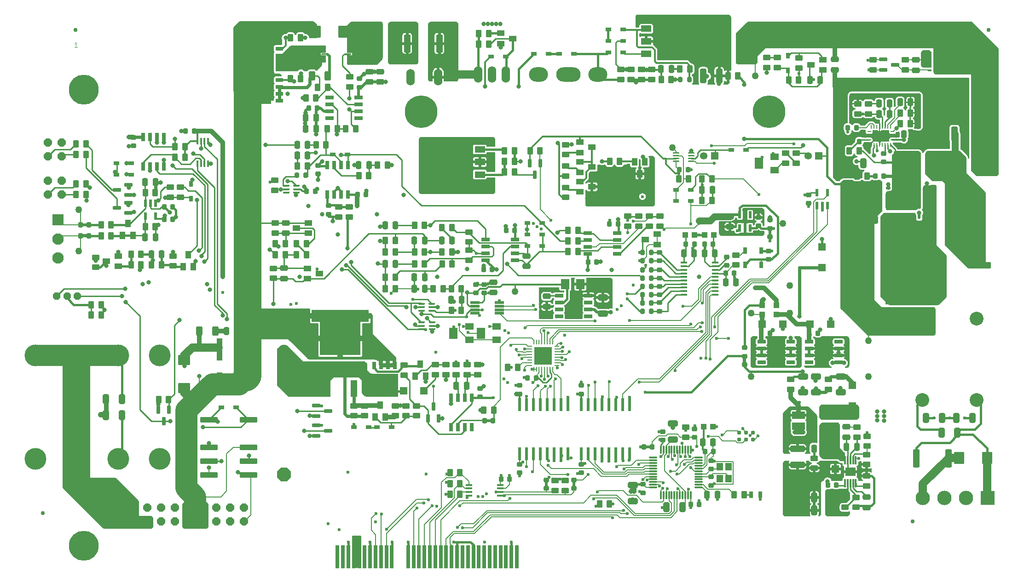
<source format=gbr>
%TF.GenerationSoftware,KiCad,Pcbnew,9.0.5-9.0.5~ubuntu24.04.1*%
%TF.CreationDate,2025-10-23T10:03:54+02:00*%
%TF.ProjectId,EEZ DIB DCP405plus,45455a20-4449-4422-9044-435034303570,r4B2*%
%TF.SameCoordinates,Original*%
%TF.FileFunction,Copper,L1,Top*%
%TF.FilePolarity,Positive*%
%FSLAX46Y46*%
G04 Gerber Fmt 4.6, Leading zero omitted, Abs format (unit mm)*
G04 Created by KiCad (PCBNEW 9.0.5-9.0.5~ubuntu24.04.1) date 2025-10-23 10:03:54*
%MOMM*%
%LPD*%
G01*
G04 APERTURE LIST*
G04 Aperture macros list*
%AMRoundRect*
0 Rectangle with rounded corners*
0 $1 Rounding radius*
0 $2 $3 $4 $5 $6 $7 $8 $9 X,Y pos of 4 corners*
0 Add a 4 corners polygon primitive as box body*
4,1,4,$2,$3,$4,$5,$6,$7,$8,$9,$2,$3,0*
0 Add four circle primitives for the rounded corners*
1,1,$1+$1,$2,$3*
1,1,$1+$1,$4,$5*
1,1,$1+$1,$6,$7*
1,1,$1+$1,$8,$9*
0 Add four rect primitives between the rounded corners*
20,1,$1+$1,$2,$3,$4,$5,0*
20,1,$1+$1,$4,$5,$6,$7,0*
20,1,$1+$1,$6,$7,$8,$9,0*
20,1,$1+$1,$8,$9,$2,$3,0*%
%AMOutline5P*
0 Free polygon, 5 corners , with rotation*
0 The origin of the aperture is its center*
0 number of corners: always 5*
0 $1 to $10 corner X, Y*
0 $11 Rotation angle, in degrees counterclockwise*
0 create outline with 5 corners*
4,1,5,$1,$2,$3,$4,$5,$6,$7,$8,$9,$10,$1,$2,$11*%
%AMOutline6P*
0 Free polygon, 6 corners , with rotation*
0 The origin of the aperture is its center*
0 number of corners: always 6*
0 $1 to $12 corner X, Y*
0 $13 Rotation angle, in degrees counterclockwise*
0 create outline with 6 corners*
4,1,6,$1,$2,$3,$4,$5,$6,$7,$8,$9,$10,$11,$12,$1,$2,$13*%
%AMOutline7P*
0 Free polygon, 7 corners , with rotation*
0 The origin of the aperture is its center*
0 number of corners: always 7*
0 $1 to $14 corner X, Y*
0 $15 Rotation angle, in degrees counterclockwise*
0 create outline with 7 corners*
4,1,7,$1,$2,$3,$4,$5,$6,$7,$8,$9,$10,$11,$12,$13,$14,$1,$2,$15*%
%AMOutline8P*
0 Free polygon, 8 corners , with rotation*
0 The origin of the aperture is its center*
0 number of corners: always 8*
0 $1 to $16 corner X, Y*
0 $17 Rotation angle, in degrees counterclockwise*
0 create outline with 8 corners*
4,1,8,$1,$2,$3,$4,$5,$6,$7,$8,$9,$10,$11,$12,$13,$14,$15,$16,$1,$2,$17*%
G04 Aperture macros list end*
%ADD10C,0.101600*%
%TA.AperFunction,NonConductor*%
%ADD11C,0.101600*%
%TD*%
%TA.AperFunction,EtchedComponent*%
%ADD12C,0.000000*%
%TD*%
%TA.AperFunction,SMDPad,CuDef*%
%ADD13RoundRect,0.225000X-0.250000X0.225000X-0.250000X-0.225000X0.250000X-0.225000X0.250000X0.225000X0*%
%TD*%
%TA.AperFunction,SMDPad,CuDef*%
%ADD14RoundRect,0.050800X-0.249200X0.724200X-0.249200X-0.724200X0.249200X-0.724200X0.249200X0.724200X0*%
%TD*%
%TA.AperFunction,SMDPad,CuDef*%
%ADD15RoundRect,0.250000X-0.262500X-0.450000X0.262500X-0.450000X0.262500X0.450000X-0.262500X0.450000X0*%
%TD*%
%TA.AperFunction,SMDPad,CuDef*%
%ADD16RoundRect,0.050800X2.032000X0.546100X-2.032000X0.546100X-2.032000X-0.546100X2.032000X-0.546100X0*%
%TD*%
%TA.AperFunction,SMDPad,CuDef*%
%ADD17RoundRect,0.050800X0.533400X0.076200X-0.533400X0.076200X-0.533400X-0.076200X0.533400X-0.076200X0*%
%TD*%
%TA.AperFunction,SMDPad,CuDef*%
%ADD18RoundRect,0.250000X-0.250000X-0.475000X0.250000X-0.475000X0.250000X0.475000X-0.250000X0.475000X0*%
%TD*%
%TA.AperFunction,SMDPad,CuDef*%
%ADD19RoundRect,0.250000X0.262500X0.450000X-0.262500X0.450000X-0.262500X-0.450000X0.262500X-0.450000X0*%
%TD*%
%TA.AperFunction,SMDPad,CuDef*%
%ADD20R,1.092200X0.762000*%
%TD*%
%TA.AperFunction,SMDPad,CuDef*%
%ADD21RoundRect,0.250000X0.325000X1.100000X-0.325000X1.100000X-0.325000X-1.100000X0.325000X-1.100000X0*%
%TD*%
%TA.AperFunction,SMDPad,CuDef*%
%ADD22RoundRect,0.225000X-0.225000X-0.250000X0.225000X-0.250000X0.225000X0.250000X-0.225000X0.250000X0*%
%TD*%
%TA.AperFunction,SMDPad,CuDef*%
%ADD23RoundRect,0.050800X1.981200X0.495300X-1.981200X0.495300X-1.981200X-0.495300X1.981200X-0.495300X0*%
%TD*%
%TA.AperFunction,SMDPad,CuDef*%
%ADD24RoundRect,0.250000X-0.450000X0.262500X-0.450000X-0.262500X0.450000X-0.262500X0.450000X0.262500X0*%
%TD*%
%TA.AperFunction,ComponentPad*%
%ADD25O,1.524000X3.048000*%
%TD*%
%TA.AperFunction,SMDPad,CuDef*%
%ADD26RoundRect,0.050800X0.724200X0.249200X-0.724200X0.249200X-0.724200X-0.249200X0.724200X-0.249200X0*%
%TD*%
%TA.AperFunction,SMDPad,CuDef*%
%ADD27RoundRect,0.250000X-0.325000X-0.650000X0.325000X-0.650000X0.325000X0.650000X-0.325000X0.650000X0*%
%TD*%
%TA.AperFunction,ComponentPad*%
%ADD28C,1.270000*%
%TD*%
%TA.AperFunction,SMDPad,CuDef*%
%ADD29RoundRect,0.050800X-1.981200X-0.495300X1.981200X-0.495300X1.981200X0.495300X-1.981200X0.495300X0*%
%TD*%
%TA.AperFunction,SMDPad,CuDef*%
%ADD30RoundRect,0.250000X-0.475000X0.250000X-0.475000X-0.250000X0.475000X-0.250000X0.475000X0.250000X0*%
%TD*%
%TA.AperFunction,SMDPad,CuDef*%
%ADD31RoundRect,0.200000X-0.200000X-0.275000X0.200000X-0.275000X0.200000X0.275000X-0.200000X0.275000X0*%
%TD*%
%TA.AperFunction,SMDPad,CuDef*%
%ADD32RoundRect,0.250000X0.325000X0.650000X-0.325000X0.650000X-0.325000X-0.650000X0.325000X-0.650000X0*%
%TD*%
%TA.AperFunction,SMDPad,CuDef*%
%ADD33R,1.600000X1.300000*%
%TD*%
%TA.AperFunction,SMDPad,CuDef*%
%ADD34R,1.600000X2.000000*%
%TD*%
%TA.AperFunction,SMDPad,CuDef*%
%ADD35RoundRect,0.225000X0.225000X0.250000X-0.225000X0.250000X-0.225000X-0.250000X0.225000X-0.250000X0*%
%TD*%
%TA.AperFunction,SMDPad,CuDef*%
%ADD36RoundRect,0.250000X-0.325000X-1.100000X0.325000X-1.100000X0.325000X1.100000X-0.325000X1.100000X0*%
%TD*%
%TA.AperFunction,SMDPad,CuDef*%
%ADD37RoundRect,0.050800X0.901700X0.520700X-0.901700X0.520700X-0.901700X-0.520700X0.901700X-0.520700X0*%
%TD*%
%TA.AperFunction,SMDPad,CuDef*%
%ADD38RoundRect,0.050800X1.536700X2.489200X-1.536700X2.489200X-1.536700X-2.489200X1.536700X-2.489200X0*%
%TD*%
%TA.AperFunction,SMDPad,CuDef*%
%ADD39RoundRect,0.250000X0.450000X-0.262500X0.450000X0.262500X-0.450000X0.262500X-0.450000X-0.262500X0*%
%TD*%
%TA.AperFunction,SMDPad,CuDef*%
%ADD40RoundRect,0.050800X-0.649200X-0.649200X0.649200X-0.649200X0.649200X0.649200X-0.649200X0.649200X0*%
%TD*%
%TA.AperFunction,SMDPad,CuDef*%
%ADD41RoundRect,0.250000X0.250000X0.475000X-0.250000X0.475000X-0.250000X-0.475000X0.250000X-0.475000X0*%
%TD*%
%TA.AperFunction,SMDPad,CuDef*%
%ADD42RoundRect,0.200000X0.200000X0.275000X-0.200000X0.275000X-0.200000X-0.275000X0.200000X-0.275000X0*%
%TD*%
%TA.AperFunction,SMDPad,CuDef*%
%ADD43RoundRect,0.050800X0.499200X-0.449200X0.499200X0.449200X-0.499200X0.449200X-0.499200X-0.449200X0*%
%TD*%
%TA.AperFunction,SMDPad,CuDef*%
%ADD44RoundRect,0.050800X0.203200X-0.368300X0.203200X0.368300X-0.203200X0.368300X-0.203200X-0.368300X0*%
%TD*%
%TA.AperFunction,SMDPad,CuDef*%
%ADD45RoundRect,0.050800X-0.254000X0.355600X-0.254000X-0.355600X0.254000X-0.355600X0.254000X0.355600X0*%
%TD*%
%TA.AperFunction,SMDPad,CuDef*%
%ADD46R,4.445000X3.810000*%
%TD*%
%TA.AperFunction,SMDPad,CuDef*%
%ADD47RoundRect,0.060036X0.701964X0.270164X-0.701964X0.270164X-0.701964X-0.270164X0.701964X-0.270164X0*%
%TD*%
%TA.AperFunction,SMDPad,CuDef*%
%ADD48RoundRect,0.250000X0.362500X1.075000X-0.362500X1.075000X-0.362500X-1.075000X0.362500X-1.075000X0*%
%TD*%
%TA.AperFunction,SMDPad,CuDef*%
%ADD49RoundRect,0.050800X-0.812800X-0.190500X0.812800X-0.190500X0.812800X0.190500X-0.812800X0.190500X0*%
%TD*%
%TA.AperFunction,SMDPad,CuDef*%
%ADD50RoundRect,0.060036X-0.701964X-0.270164X0.701964X-0.270164X0.701964X0.270164X-0.701964X0.270164X0*%
%TD*%
%TA.AperFunction,SMDPad,CuDef*%
%ADD51RoundRect,0.050800X0.449200X0.649200X-0.449200X0.649200X-0.449200X-0.649200X0.449200X-0.649200X0*%
%TD*%
%TA.AperFunction,SMDPad,CuDef*%
%ADD52RoundRect,0.225000X0.250000X-0.225000X0.250000X0.225000X-0.250000X0.225000X-0.250000X-0.225000X0*%
%TD*%
%TA.AperFunction,SMDPad,CuDef*%
%ADD53RoundRect,0.060036X-0.270164X0.701964X-0.270164X-0.701964X0.270164X-0.701964X0.270164X0.701964X0*%
%TD*%
%TA.AperFunction,ComponentPad*%
%ADD54O,3.500000X2.640000*%
%TD*%
%TA.AperFunction,ComponentPad*%
%ADD55O,4.500000X2.640000*%
%TD*%
%TA.AperFunction,SMDPad,CuDef*%
%ADD56C,0.200000*%
%TD*%
%TA.AperFunction,SMDPad,CuDef*%
%ADD57RoundRect,0.050800X0.685800X-0.088900X0.685800X0.088900X-0.685800X0.088900X-0.685800X-0.088900X0*%
%TD*%
%TA.AperFunction,SMDPad,CuDef*%
%ADD58RoundRect,0.050800X-0.088900X-0.685800X0.088900X-0.685800X0.088900X0.685800X-0.088900X0.685800X0*%
%TD*%
%TA.AperFunction,SMDPad,CuDef*%
%ADD59RoundRect,0.050800X0.228600X-1.104900X0.228600X1.104900X-0.228600X1.104900X-0.228600X-1.104900X0*%
%TD*%
%TA.AperFunction,SMDPad,CuDef*%
%ADD60RoundRect,0.250000X-0.312500X-0.625000X0.312500X-0.625000X0.312500X0.625000X-0.312500X0.625000X0*%
%TD*%
%TA.AperFunction,SMDPad,CuDef*%
%ADD61RoundRect,0.050800X0.127000X-0.565150X0.127000X0.565150X-0.127000X0.565150X-0.127000X-0.565150X0*%
%TD*%
%TA.AperFunction,SMDPad,CuDef*%
%ADD62RoundRect,0.050800X-0.649200X0.649200X-0.649200X-0.649200X0.649200X-0.649200X0.649200X0.649200X0*%
%TD*%
%TA.AperFunction,SMDPad,CuDef*%
%ADD63RoundRect,0.050800X-0.649200X0.449200X-0.649200X-0.449200X0.649200X-0.449200X0.649200X0.449200X0*%
%TD*%
%TA.AperFunction,SMDPad,CuDef*%
%ADD64R,0.762000X1.295400*%
%TD*%
%TA.AperFunction,SMDPad,CuDef*%
%ADD65RoundRect,0.050800X-0.533400X-0.127000X0.533400X-0.127000X0.533400X0.127000X-0.533400X0.127000X0*%
%TD*%
%TA.AperFunction,SMDPad,CuDef*%
%ADD66RoundRect,0.050800X0.299200X0.649200X-0.299200X0.649200X-0.299200X-0.649200X0.299200X-0.649200X0*%
%TD*%
%TA.AperFunction,SMDPad,CuDef*%
%ADD67RoundRect,0.050800X2.449200X2.099200X-2.449200X2.099200X-2.449200X-2.099200X2.449200X-2.099200X0*%
%TD*%
%TA.AperFunction,SMDPad,CuDef*%
%ADD68RoundRect,0.050800X-1.049200X0.849200X-1.049200X-0.849200X1.049200X-0.849200X1.049200X0.849200X0*%
%TD*%
%TA.AperFunction,SMDPad,CuDef*%
%ADD69RoundRect,0.050800X0.228600X-0.609600X0.228600X0.609600X-0.228600X0.609600X-0.228600X-0.609600X0*%
%TD*%
%TA.AperFunction,SMDPad,CuDef*%
%ADD70RoundRect,0.393700X-0.000010X-0.000010X0.000010X-0.000010X0.000010X0.000010X-0.000010X0.000010X0*%
%TD*%
%TA.AperFunction,SMDPad,CuDef*%
%ADD71RoundRect,0.050800X-0.249200X0.069200X-0.249200X-0.069200X0.249200X-0.069200X0.249200X0.069200X0*%
%TD*%
%TA.AperFunction,SMDPad,CuDef*%
%ADD72RoundRect,0.050800X-0.069200X-0.249200X0.069200X-0.249200X0.069200X0.249200X-0.069200X0.249200X0*%
%TD*%
%TA.AperFunction,SMDPad,CuDef*%
%ADD73RoundRect,0.050800X0.069200X0.249200X-0.069200X0.249200X-0.069200X-0.249200X0.069200X-0.249200X0*%
%TD*%
%TA.AperFunction,SMDPad,CuDef*%
%ADD74RoundRect,0.050800X0.249200X-0.069200X0.249200X0.069200X-0.249200X0.069200X-0.249200X-0.069200X0*%
%TD*%
%TA.AperFunction,SMDPad,CuDef*%
%ADD75RoundRect,0.050800X-1.299200X0.799200X-1.299200X-0.799200X1.299200X-0.799200X1.299200X0.799200X0*%
%TD*%
%TA.AperFunction,SMDPad,CuDef*%
%ADD76RoundRect,0.250000X-0.650000X0.325000X-0.650000X-0.325000X0.650000X-0.325000X0.650000X0.325000X0*%
%TD*%
%TA.AperFunction,SMDPad,CuDef*%
%ADD77RoundRect,0.050800X-0.449200X-0.499200X0.449200X-0.499200X0.449200X0.499200X-0.449200X0.499200X0*%
%TD*%
%TA.AperFunction,ComponentPad*%
%ADD78R,1.500000X1.500000*%
%TD*%
%TA.AperFunction,ComponentPad*%
%ADD79Outline8P,-0.750000X0.310660X-0.310660X0.750000X0.310660X0.750000X0.750000X0.310660X0.750000X-0.310660X0.310660X-0.750000X-0.310660X-0.750000X-0.750000X-0.310660X180.000000*%
%TD*%
%TA.AperFunction,SMDPad,CuDef*%
%ADD80RoundRect,0.050800X0.649200X-0.649200X0.649200X0.649200X-0.649200X0.649200X-0.649200X-0.649200X0*%
%TD*%
%TA.AperFunction,SMDPad,CuDef*%
%ADD81C,0.750000*%
%TD*%
%TA.AperFunction,SMDPad,CuDef*%
%ADD82RoundRect,0.050800X-0.449200X-0.649200X0.449200X-0.649200X0.449200X0.649200X-0.449200X0.649200X0*%
%TD*%
%TA.AperFunction,ComponentPad*%
%ADD83R,2.100000X2.100000*%
%TD*%
%TA.AperFunction,ComponentPad*%
%ADD84C,2.100000*%
%TD*%
%TA.AperFunction,SMDPad,CuDef*%
%ADD85RoundRect,0.050800X-0.724200X-0.249200X0.724200X-0.249200X0.724200X0.249200X-0.724200X0.249200X0*%
%TD*%
%TA.AperFunction,SMDPad,CuDef*%
%ADD86RoundRect,0.060036X0.270164X-0.701964X0.270164X0.701964X-0.270164X0.701964X-0.270164X-0.701964X0*%
%TD*%
%TA.AperFunction,ConnectorPad*%
%ADD87R,0.700000X4.200000*%
%TD*%
%TA.AperFunction,SMDPad,CuDef*%
%ADD88RoundRect,0.250000X0.650000X-0.325000X0.650000X0.325000X-0.650000X0.325000X-0.650000X-0.325000X0*%
%TD*%
%TA.AperFunction,SMDPad,CuDef*%
%ADD89RoundRect,0.250000X-0.362500X-1.425000X0.362500X-1.425000X0.362500X1.425000X-0.362500X1.425000X0*%
%TD*%
%TA.AperFunction,SMDPad,CuDef*%
%ADD90RoundRect,0.050800X-1.529200X-0.449200X1.529200X-0.449200X1.529200X0.449200X-1.529200X0.449200X0*%
%TD*%
%TA.AperFunction,SMDPad,CuDef*%
%ADD91RoundRect,0.050800X0.649200X-0.299200X0.649200X0.299200X-0.649200X0.299200X-0.649200X-0.299200X0*%
%TD*%
%TA.AperFunction,SMDPad,CuDef*%
%ADD92RoundRect,0.050800X2.099200X-2.449200X2.099200X2.449200X-2.099200X2.449200X-2.099200X-2.449200X0*%
%TD*%
%TA.AperFunction,SMDPad,CuDef*%
%ADD93RoundRect,0.250000X0.362500X1.425000X-0.362500X1.425000X-0.362500X-1.425000X0.362500X-1.425000X0*%
%TD*%
%TA.AperFunction,SMDPad,CuDef*%
%ADD94R,0.762000X1.092200*%
%TD*%
%TA.AperFunction,SMDPad,CuDef*%
%ADD95RoundRect,0.050800X0.649200X-0.449200X0.649200X0.449200X-0.649200X0.449200X-0.649200X-0.449200X0*%
%TD*%
%TA.AperFunction,SMDPad,CuDef*%
%ADD96R,1.200000X1.400000*%
%TD*%
%TA.AperFunction,SMDPad,CuDef*%
%ADD97RoundRect,0.250000X0.475000X-0.250000X0.475000X0.250000X-0.475000X0.250000X-0.475000X-0.250000X0*%
%TD*%
%TA.AperFunction,SMDPad,CuDef*%
%ADD98RoundRect,0.050800X-0.749200X-0.849200X0.749200X-0.849200X0.749200X0.849200X-0.749200X0.849200X0*%
%TD*%
%TA.AperFunction,ComponentPad*%
%ADD99Outline8P,-0.675000X0.279594X-0.279594X0.675000X0.279594X0.675000X0.675000X0.279594X0.675000X-0.279594X0.279594X-0.675000X-0.279594X-0.675000X-0.675000X-0.279594X180.000000*%
%TD*%
%TA.AperFunction,ComponentPad*%
%ADD100C,5.500000*%
%TD*%
%TA.AperFunction,SMDPad,CuDef*%
%ADD101RoundRect,0.050800X-0.495300X1.981200X-0.495300X-1.981200X0.495300X-1.981200X0.495300X1.981200X0*%
%TD*%
%TA.AperFunction,SMDPad,CuDef*%
%ADD102RoundRect,0.050800X0.368300X0.203200X-0.368300X0.203200X-0.368300X-0.203200X0.368300X-0.203200X0*%
%TD*%
%TA.AperFunction,SMDPad,CuDef*%
%ADD103RoundRect,0.050800X-0.355600X-0.254000X0.355600X-0.254000X0.355600X0.254000X-0.355600X0.254000X0*%
%TD*%
%TA.AperFunction,SMDPad,CuDef*%
%ADD104R,3.810000X4.445000*%
%TD*%
%TA.AperFunction,ComponentPad*%
%ADD105R,2.640000X2.640000*%
%TD*%
%TA.AperFunction,ComponentPad*%
%ADD106C,2.640000*%
%TD*%
%TA.AperFunction,SMDPad,CuDef*%
%ADD107R,0.700000X0.420000*%
%TD*%
%TA.AperFunction,SMDPad,CuDef*%
%ADD108R,1.700000X2.370000*%
%TD*%
%TA.AperFunction,SMDPad,CuDef*%
%ADD109R,0.450000X0.420000*%
%TD*%
%TA.AperFunction,SMDPad,CuDef*%
%ADD110R,0.838200X0.508000*%
%TD*%
%TA.AperFunction,SMDPad,CuDef*%
%ADD111R,1.778000X1.346200*%
%TD*%
%TA.AperFunction,SMDPad,CuDef*%
%ADD112RoundRect,0.050800X0.584200X0.076200X-0.584200X0.076200X-0.584200X-0.076200X0.584200X-0.076200X0*%
%TD*%
%TA.AperFunction,SMDPad,CuDef*%
%ADD113RoundRect,0.050800X-0.584200X-0.076200X0.584200X-0.076200X0.584200X0.076200X-0.584200X0.076200X0*%
%TD*%
%TA.AperFunction,SMDPad,CuDef*%
%ADD114R,1.168400X0.304800*%
%TD*%
%TA.AperFunction,ComponentPad*%
%ADD115Outline8P,-0.750000X0.310660X-0.310660X0.750000X0.310660X0.750000X0.750000X0.310660X0.750000X-0.310660X0.310660X-0.750000X-0.310660X-0.750000X-0.750000X-0.310660X0.000000*%
%TD*%
%TA.AperFunction,ComponentPad*%
%ADD116R,1.358000X1.358000*%
%TD*%
%TA.AperFunction,ComponentPad*%
%ADD117C,1.358000*%
%TD*%
%TA.AperFunction,SMDPad,CuDef*%
%ADD118RoundRect,0.250000X-1.100000X0.325000X-1.100000X-0.325000X1.100000X-0.325000X1.100000X0.325000X0*%
%TD*%
%TA.AperFunction,SMDPad,CuDef*%
%ADD119RoundRect,0.050800X0.849200X1.049200X-0.849200X1.049200X-0.849200X-1.049200X0.849200X-1.049200X0*%
%TD*%
%TA.AperFunction,SMDPad,CuDef*%
%ADD120R,1.300000X3.100000*%
%TD*%
%TA.AperFunction,SMDPad,CuDef*%
%ADD121R,10.600000X2.250000*%
%TD*%
%TA.AperFunction,SMDPad,CuDef*%
%ADD122R,7.500000X6.200000*%
%TD*%
%TA.AperFunction,SMDPad,CuDef*%
%ADD123RoundRect,0.050800X-1.099200X-0.649200X1.099200X-0.649200X1.099200X0.649200X-1.099200X0.649200X0*%
%TD*%
%TA.AperFunction,SMDPad,CuDef*%
%ADD124RoundRect,0.050800X1.099200X-1.699200X1.099200X1.699200X-1.099200X1.699200X-1.099200X-1.699200X0*%
%TD*%
%TA.AperFunction,SMDPad,CuDef*%
%ADD125RoundRect,0.050800X0.649200X0.649200X-0.649200X0.649200X-0.649200X-0.649200X0.649200X-0.649200X0*%
%TD*%
%TA.AperFunction,SMDPad,CuDef*%
%ADD126RoundRect,0.050800X-0.228600X0.609600X-0.228600X-0.609600X0.228600X-0.609600X0.228600X0.609600X0*%
%TD*%
%TA.AperFunction,ComponentPad*%
%ADD127Outline8P,-1.270000X0.526051X-0.526051X1.270000X0.526051X1.270000X1.270000X0.526051X1.270000X-0.526051X0.526051X-1.270000X-0.526051X-1.270000X-1.270000X-0.526051X0.000000*%
%TD*%
%TA.AperFunction,SMDPad,CuDef*%
%ADD128RoundRect,0.050800X-0.901700X-0.520700X0.901700X-0.520700X0.901700X0.520700X-0.901700X0.520700X0*%
%TD*%
%TA.AperFunction,SMDPad,CuDef*%
%ADD129RoundRect,0.050800X-1.536700X-2.489200X1.536700X-2.489200X1.536700X2.489200X-1.536700X2.489200X0*%
%TD*%
%TA.AperFunction,ComponentPad*%
%ADD130C,2.540000*%
%TD*%
%TA.AperFunction,SMDPad,CuDef*%
%ADD131RoundRect,0.050800X0.088900X-0.723900X0.088900X0.723900X-0.088900X0.723900X-0.088900X-0.723900X0*%
%TD*%
%TA.AperFunction,SMDPad,CuDef*%
%ADD132RoundRect,0.050800X0.889000X-0.736600X0.889000X0.736600X-0.889000X0.736600X-0.889000X-0.736600X0*%
%TD*%
%TA.AperFunction,SMDPad,CuDef*%
%ADD133RoundRect,0.250000X0.312500X0.625000X-0.312500X0.625000X-0.312500X-0.625000X0.312500X-0.625000X0*%
%TD*%
%TA.AperFunction,SMDPad,CuDef*%
%ADD134R,0.914400X0.254000*%
%TD*%
%TA.AperFunction,SMDPad,CuDef*%
%ADD135R,0.254000X0.914400*%
%TD*%
%TA.AperFunction,SMDPad,CuDef*%
%ADD136R,3.251200X3.251200*%
%TD*%
%TA.AperFunction,ComponentPad*%
%ADD137C,4.000000*%
%TD*%
%TA.AperFunction,SMDPad,CuDef*%
%ADD138RoundRect,0.050800X0.249200X-0.724200X0.249200X0.724200X-0.249200X0.724200X-0.249200X-0.724200X0*%
%TD*%
%TA.AperFunction,SMDPad,CuDef*%
%ADD139R,0.736600X1.193800*%
%TD*%
%TA.AperFunction,SMDPad,CuDef*%
%ADD140RoundRect,0.050800X-0.849200X-1.049200X0.849200X-1.049200X0.849200X1.049200X-0.849200X1.049200X0*%
%TD*%
%TA.AperFunction,ComponentPad*%
%ADD141C,6.000000*%
%TD*%
%TA.AperFunction,ViaPad*%
%ADD142C,0.600000*%
%TD*%
%TA.AperFunction,ViaPad*%
%ADD143C,0.806400*%
%TD*%
%TA.AperFunction,Conductor*%
%ADD144C,0.609600*%
%TD*%
%TA.AperFunction,Conductor*%
%ADD145C,0.812800*%
%TD*%
%TA.AperFunction,Conductor*%
%ADD146C,1.016000*%
%TD*%
%TA.AperFunction,Conductor*%
%ADD147C,0.406400*%
%TD*%
%TA.AperFunction,Conductor*%
%ADD148C,0.203200*%
%TD*%
%TA.AperFunction,Conductor*%
%ADD149C,0.254000*%
%TD*%
%TA.AperFunction,Conductor*%
%ADD150C,0.200000*%
%TD*%
%TA.AperFunction,Conductor*%
%ADD151C,0.279400*%
%TD*%
%TA.AperFunction,Conductor*%
%ADD152C,0.304800*%
%TD*%
%TA.AperFunction,Conductor*%
%ADD153C,0.508000*%
%TD*%
%TA.AperFunction,Conductor*%
%ADD154C,1.524000*%
%TD*%
%TA.AperFunction,Conductor*%
%ADD155C,1.270000*%
%TD*%
%TA.AperFunction,Conductor*%
%ADD156C,4.064000*%
%TD*%
%TA.AperFunction,Conductor*%
%ADD157C,5.080000*%
%TD*%
%TA.AperFunction,Conductor*%
%ADD158C,0.660400*%
%TD*%
G04 APERTURE END LIST*
D10*
D11*
X68339607Y-55235760D02*
X67817093Y-55235760D01*
X68078350Y-55235760D02*
X68078350Y-54321360D01*
X68078350Y-54321360D02*
X67991264Y-54451989D01*
X67991264Y-54451989D02*
X67904179Y-54539075D01*
X67904179Y-54539075D02*
X67817093Y-54582618D01*
D12*
%TA.AperFunction,EtchedComponent*%
%TO.C,JP6*%
G36*
X196037200Y-89650200D02*
G01*
X195503800Y-89650200D01*
X195503800Y-88989800D01*
X196037200Y-88989800D01*
X196037200Y-89650200D01*
G37*
%TD.AperFunction*%
%TA.AperFunction,EtchedComponent*%
%TO.C,JP5*%
G36*
X191338200Y-113182700D02*
G01*
X190804800Y-113182700D01*
X190804800Y-112522300D01*
X191338200Y-112522300D01*
X191338200Y-113182700D01*
G37*
%TD.AperFunction*%
%TA.AperFunction,EtchedComponent*%
%TO.C,JP3*%
G36*
X173651000Y-129066800D02*
G01*
X172990600Y-129066800D01*
X172990600Y-128533400D01*
X173651000Y-128533400D01*
X173651000Y-129066800D01*
G37*
%TD.AperFunction*%
%TA.AperFunction,EtchedComponent*%
%TO.C,JP11*%
G36*
X144342900Y-124236700D02*
G01*
X143682500Y-124236700D01*
X143682500Y-123703300D01*
X144342900Y-123703300D01*
X144342900Y-124236700D01*
G37*
%TD.AperFunction*%
%TA.AperFunction,EtchedComponent*%
%TO.C,NT3*%
G36*
X216004038Y-70583682D02*
G01*
X215804038Y-70583682D01*
X215804038Y-70183682D01*
X216004038Y-70183682D01*
X216004038Y-70583682D01*
G37*
%TD.AperFunction*%
%TA.AperFunction,EtchedComponent*%
%TO.C,NT1*%
G36*
X185443800Y-130451200D02*
G01*
X185243800Y-130451200D01*
X185243800Y-130051200D01*
X185443800Y-130051200D01*
X185443800Y-130451200D01*
G37*
%TD.AperFunction*%
%TA.AperFunction,EtchedComponent*%
%TO.C,JP2*%
G36*
X159987100Y-135989100D02*
G01*
X159453700Y-135989100D01*
X159453700Y-135328700D01*
X159987100Y-135328700D01*
X159987100Y-135989100D01*
G37*
%TD.AperFunction*%
%TA.AperFunction,EtchedComponent*%
%TO.C,JP10*%
G36*
X70021400Y-90158900D02*
G01*
X69361000Y-90158900D01*
X69361000Y-89625500D01*
X70021400Y-89625500D01*
X70021400Y-90158900D01*
G37*
%TD.AperFunction*%
%TA.AperFunction,EtchedComponent*%
%TO.C,JP9*%
G36*
X70021400Y-88190400D02*
G01*
X69361000Y-88190400D01*
X69361000Y-87657000D01*
X70021400Y-87657000D01*
X70021400Y-88190400D01*
G37*
%TD.AperFunction*%
%TA.AperFunction,EtchedComponent*%
%TO.C,JP1*%
G36*
X154869000Y-135989100D02*
G01*
X154335600Y-135989100D01*
X154335600Y-135328700D01*
X154869000Y-135328700D01*
X154869000Y-135989100D01*
G37*
%TD.AperFunction*%
%TD*%
D13*
%TO.P,JP6,COM,COM*%
%TO.N,Net-(IC14-IN)*%
X195770500Y-88545000D03*
%TO.P,JP6,NC,NC*%
%TO.N,+VNR*%
X195770500Y-90095000D03*
%TO.P,JP6,NO,NO*%
%TO.N,V+*%
X195770500Y-86995000D03*
%TD*%
%TO.P,JP5,COM,COM*%
%TO.N,+VLED*%
X191071500Y-112077500D03*
%TO.P,JP5,NC,NC*%
%TO.N,+VNR*%
X191071500Y-113627500D03*
%TO.P,JP5,NO,NO*%
%TO.N,V+*%
X191071500Y-110527500D03*
%TD*%
D14*
%TO.P,IC26,1,+VCC*%
%TO.N,V+*%
X140906400Y-119717300D03*
%TO.P,IC26,2,+IN*%
%TO.N,Net-(IC26-+IN)*%
X139636400Y-119717300D03*
%TO.P,IC26,3,-IN*%
%TO.N,Net-(IC26--IN)*%
X138366400Y-119717300D03*
%TO.P,IC26,4,GND*%
%TO.N,GND*%
X137096400Y-119717300D03*
%TO.P,IC26,5,~{LE}*%
%TO.N,V+*%
X137096400Y-125117300D03*
%TO.P,IC26,6,~{SHDN}*%
%TO.N,Net-(IC26-~{SHDN})*%
X138366400Y-125117300D03*
%TO.P,IC26,7,OUT*%
%TO.N,Net-(IC26-OUT)*%
X139636400Y-125117300D03*
%TO.P,IC26,8,NC*%
%TO.N,unconnected-(IC26-NC-Pad8)*%
X140906400Y-125117300D03*
%TD*%
D15*
%TO.P,R73,1,1*%
%TO.N,Net-(Q17-S)*%
X142195600Y-52633000D03*
%TO.P,R73,2,2*%
%TO.N,Net-(Q16-PadB)*%
X144020600Y-52633000D03*
%TD*%
D16*
%TO.P,C74,+,+*%
%TO.N,Net-(C70-Pad1)*%
X234317588Y-95306282D03*
%TO.P,C74,-,-*%
%TO.N,PREG_OUT-*%
X226189588Y-95306282D03*
%TD*%
D17*
%TO.P,IC7,1,CLK*%
%TO.N,ISO_OE_SYNC*%
X181246200Y-76204900D03*
%TO.P,IC7,2,D*%
%TO.N,OE_TRIG*%
X181246200Y-75704900D03*
%TO.P,IC7,3,~{Q}*%
%TO.N,unconnected-(IC7A-~{Q}-Pad3)*%
X181246200Y-75204900D03*
%TO.P,IC7,4,VSS*%
%TO.N,GND*%
X181246200Y-74704900D03*
%TO.P,IC7,5,Q*%
%TO.N,POST_OE*%
X178503000Y-74704900D03*
%TO.P,IC7,6,~{CLR}*%
%TO.N,Net-(IC7A-~{CLR})*%
X178503000Y-75204900D03*
%TO.P,IC7,7,~{PRE}*%
%TO.N,+3V3*%
X178503000Y-75704900D03*
%TO.P,IC7,8,VDD*%
X178503000Y-76204900D03*
%TD*%
D18*
%TO.P,C13,1,1*%
%TO.N,Net-(IC3-AVDD)*%
X179923000Y-93169400D03*
%TO.P,C13,2,2*%
%TO.N,GND*%
X181823000Y-93169400D03*
%TD*%
D19*
%TO.P,R75,1,1*%
%TO.N,I_SET_OUT*%
X125397500Y-76849900D03*
%TO.P,R75,2,2*%
%TO.N,Net-(C94-Pad1)*%
X123572500Y-76849900D03*
%TD*%
D20*
%TO.P,D3,A,A*%
%TO.N,Net-(IC7A-~{CLR})*%
X178498100Y-83453900D03*
%TO.P,D3,C,C*%
%TO.N,~{OVP_FAULT}*%
X181215900Y-83453900D03*
%TD*%
D15*
%TO.P,R74,1,1*%
%TO.N,Net-(Q17-S)*%
X142195600Y-54595150D03*
%TO.P,R74,2,2*%
%TO.N,Net-(Q17-G)*%
X144020600Y-54595150D03*
%TD*%
D21*
%TO.P,C84,1,1*%
%TO.N,Net-(C84-Pad1)*%
X186435500Y-60466900D03*
%TO.P,C84,2,2*%
%TO.N,GND*%
X183485500Y-60466900D03*
%TD*%
D22*
%TO.P,JP3,1,1*%
%TO.N,/DIB isolators\u002C EEPROM\u002C ADC\u002C MCU/~{DIB_RESET}*%
X172541600Y-128803400D03*
%TO.P,JP3,2,2*%
%TO.N,/DIB isolators\u002C EEPROM\u002C ADC\u002C MCU/NRST*%
X174091600Y-128803400D03*
%TD*%
D23*
%TO.P,C76,+,+*%
%TO.N,PREG_OUT+*%
X234838288Y-65080282D03*
%TO.P,C76,-,-*%
%TO.N,PREG_OUT-*%
X228589888Y-65080282D03*
%TD*%
D24*
%TO.P,R61,1,1*%
%TO.N,GND*%
X172110000Y-59302900D03*
%TO.P,R61,2,2*%
%TO.N,Net-(Q13-PadB)*%
X172110000Y-61127900D03*
%TD*%
D25*
%TO.P,R78,1,1*%
%TO.N,Net-(Q17-S)*%
X134726100Y-60697500D03*
%TO.P,R78,2,2*%
%TO.N,POST_OUT+*%
X129646100Y-60697500D03*
%TD*%
D24*
%TO.P,R32,1,1*%
%TO.N,Net-(IC11-VSENSE)*%
X213529600Y-130206500D03*
%TO.P,R32,2,2*%
%TO.N,GND*%
X213529600Y-132031500D03*
%TD*%
D15*
%TO.P,R20,1,1*%
%TO.N,Net-(LED1-C)*%
X70893300Y-104521000D03*
%TO.P,R20,2,2*%
%TO.N,GND*%
X72718300Y-104521000D03*
%TD*%
%TO.P,R54,1,1*%
%TO.N,GND*%
X175769500Y-61165400D03*
%TO.P,R54,2,2*%
%TO.N,SENSE_PROT*%
X177594500Y-61165400D03*
%TD*%
D26*
%TO.P,IC16,1,SHDN*%
%TO.N,unconnected-(IC16A-SHDN-Pad1)*%
X120096950Y-68249000D03*
%TO.P,IC16,2,-IN*%
%TO.N,Net-(IC16A--IN)*%
X120096950Y-66979000D03*
%TO.P,IC16,3,+IN*%
%TO.N,Net-(IC16A-+IN)*%
X120096950Y-65709000D03*
%TO.P,IC16,4,V-*%
%TO.N,V-*%
X120096950Y-64439000D03*
%TO.P,IC16,5,NC*%
%TO.N,unconnected-(IC16A-NC-Pad5)*%
X114696950Y-64439000D03*
%TO.P,IC16,6,OUT*%
%TO.N,I_MON*%
X114696950Y-65709000D03*
%TO.P,IC16,7,V+*%
%TO.N,V+*%
X114696950Y-66979000D03*
%TO.P,IC16,8,NC*%
%TO.N,unconnected-(IC16A-NC-Pad8)*%
X114696950Y-68249000D03*
%TD*%
D18*
%TO.P,C95,1,1*%
%TO.N,POST_OUT+*%
X135369950Y-90733000D03*
%TO.P,C95,2,2*%
%TO.N,Net-(C95-Pad2)*%
X137269950Y-90733000D03*
%TD*%
D27*
%TO.P,C21,1,1*%
%TO.N,DIB_GND*%
X176706000Y-139903200D03*
%TO.P,C21,2,2*%
%TO.N,Net-(C18-Pad2)*%
X179656000Y-139903200D03*
%TD*%
D28*
%TO.P,TP2,1,P$1*%
%TO.N,+VREF*%
X148818600Y-100152200D03*
%TD*%
D29*
%TO.P,C69,+,+*%
%TO.N,DC_OUT*%
X212824688Y-102045782D03*
%TO.P,C69,-,-*%
%TO.N,PREG_OUT-*%
X219073088Y-102045782D03*
%TD*%
D19*
%TO.P,R127,1,1*%
%TO.N,Net-(Q25-D)*%
X69937000Y-73025000D03*
%TO.P,R127,2,2*%
%TO.N,Net-(LED3B-C)*%
X68112000Y-73025000D03*
%TD*%
D15*
%TO.P,R96,1,1*%
%TO.N,SENSE-*%
X124993600Y-99686500D03*
%TO.P,R96,2,2*%
%TO.N,POST_OUT-*%
X126818600Y-99686500D03*
%TD*%
D30*
%TO.P,C92,1,1*%
%TO.N,Net-(IC17A--IN)*%
X150964500Y-93616400D03*
%TO.P,C92,2,2*%
%TO.N,U_SERVO*%
X150964500Y-95516400D03*
%TD*%
D31*
%TO.P,R70,1,1*%
%TO.N,Net-(IC19-NO)*%
X108699800Y-78765400D03*
%TO.P,R70,2,2*%
%TO.N,Net-(IC18A--IN)*%
X110349800Y-78765400D03*
%TD*%
D24*
%TO.P,R29,1,1*%
%TO.N,Net-(C45-Pad2)*%
X203923500Y-130864900D03*
%TO.P,R29,2,2*%
%TO.N,GND*%
X203923500Y-132689900D03*
%TD*%
D32*
%TO.P,C40,1,1*%
%TO.N,DC_OUT*%
X206876600Y-140453500D03*
%TO.P,C40,2,2*%
%TO.N,GND*%
X203926600Y-140453500D03*
%TD*%
D33*
%TO.P,RV1,1,1*%
%TO.N,Net-(R36-Pad1)*%
X196649000Y-77831000D03*
D34*
%TO.P,RV1,2,2*%
%TO.N,POST_OUT+*%
X193749000Y-76581000D03*
D33*
%TO.P,RV1,3,3*%
%TO.N,GND*%
X196649000Y-75331000D03*
%TD*%
D35*
%TO.P,JP11,1,1*%
%TO.N,OVP_EN*%
X144791900Y-123966700D03*
%TO.P,JP11,2,2*%
%TO.N,Net-(IC26-~{SHDN})*%
X143241900Y-123966700D03*
%TD*%
%TO.P,C82,1,1*%
%TO.N,V+*%
X112456950Y-66349000D03*
%TO.P,C82,2,2*%
%TO.N,GND*%
X110906950Y-66349000D03*
%TD*%
D36*
%TO.P,C64,1,1*%
%TO.N,DC_OUT*%
X214110088Y-96068282D03*
%TO.P,C64,2,2*%
%TO.N,PREG_OUT-*%
X217060088Y-96068282D03*
%TD*%
D18*
%TO.P,C62,1,1*%
%TO.N,Net-(C62-Pad1)*%
X215841588Y-65524782D03*
%TO.P,C62,2,2*%
%TO.N,Net-(IC15-COMP)*%
X217741588Y-65524782D03*
%TD*%
D13*
%TO.P,C15,1,1*%
%TO.N,GND*%
X149733000Y-117462000D03*
%TO.P,C15,2,2*%
%TO.N,+3V3*%
X149733000Y-119012000D03*
%TD*%
D20*
%TO.P,D15,A,A*%
%TO.N,Net-(Q14-G)*%
X159689400Y-56402900D03*
%TO.P,D15,C,C*%
%TO.N,Net-(D15-PadC)*%
X156971600Y-56402900D03*
%TD*%
D19*
%TO.P,R98,1,1*%
%TO.N,POST_OUT+*%
X126818450Y-90733000D03*
%TO.P,R98,2,2*%
%TO.N,SENSE+*%
X124993450Y-90733000D03*
%TD*%
D20*
%TO.P,D23,A,A*%
%TO.N,Net-(K1A-C2)*%
X97561400Y-121467000D03*
%TO.P,D23,C,C*%
%TO.N,+VLED*%
X94843600Y-121467000D03*
%TD*%
D13*
%TO.P,C14,1,1*%
%TO.N,GND*%
X161086800Y-117462000D03*
%TO.P,C14,2,2*%
%TO.N,+3V3*%
X161086800Y-119012000D03*
%TD*%
D28*
%TO.P,TP10,1,P$1*%
%TO.N,PREG_OUT+*%
X193040000Y-60452000D03*
%TD*%
D37*
%TO.P,Q15,B,B*%
%TO.N,~{DP_DRIVE}*%
X142378000Y-78629900D03*
%TO.P,Q15,C,C*%
%TO.N,Net-(D18-PadC)*%
X142378000Y-76318500D03*
D38*
X136612200Y-76318500D03*
D37*
%TO.P,Q15,E,E*%
%TO.N,Net-(Q15-PadE)*%
X142378000Y-74007100D03*
%TD*%
D39*
%TO.P,R48,1,1*%
%TO.N,Net-(C75-Pad2)*%
X197121200Y-58943000D03*
%TO.P,R48,2,2*%
%TO.N,Net-(R48-Pad2)*%
X197121200Y-57118000D03*
%TD*%
D15*
%TO.P,R63,1,1*%
%TO.N,Net-(C90-Pad2)*%
X112269500Y-73130800D03*
%TO.P,R63,2,2*%
%TO.N,Net-(IC18A--IN)*%
X114094500Y-73130800D03*
%TD*%
D40*
%TO.P,ZD7,A,A*%
%TO.N,Net-(R143-Pad2)*%
X132125800Y-118474000D03*
%TO.P,ZD7,C,C*%
%TO.N,POST_OUT+*%
X128325800Y-118474000D03*
%TD*%
D19*
%TO.P,R37,1,1*%
%TO.N,/Power pre-regulator/AGND*%
X221560388Y-69254382D03*
%TO.P,R37,2,2*%
%TO.N,/Power pre-regulator/EN_ULVO*%
X219735388Y-69254382D03*
%TD*%
D15*
%TO.P,R82,1,1*%
%TO.N,GCOM*%
X110388450Y-64507500D03*
%TO.P,R82,2,2*%
%TO.N,Net-(IC16A-+IN)*%
X112213450Y-64507500D03*
%TD*%
D41*
%TO.P,C101,1,1*%
%TO.N,Net-(C101-Pad1)*%
X132253450Y-97527500D03*
%TO.P,C101,2,2*%
%TO.N,POST_OUT-*%
X130353450Y-97527500D03*
%TD*%
D42*
%TO.P,R55,1,1*%
%TO.N,Net-(D12-PadA)*%
X180936000Y-61165400D03*
%TO.P,R55,2,2*%
%TO.N,SENSE_PROT*%
X179286000Y-61165400D03*
%TD*%
D43*
%TO.P,FB5,1,1*%
%TO.N,Net-(IC13-Vout)*%
X194310000Y-104380400D03*
%TO.P,FB5,2,2*%
%TO.N,V+*%
X194310000Y-102680400D03*
%TD*%
D22*
%TO.P,C38,1,1*%
%TO.N,GND*%
X151167800Y-116128800D03*
%TO.P,C38,2,2*%
%TO.N,+3V3*%
X152717800Y-116128800D03*
%TD*%
D18*
%TO.P,C79,1,1*%
%TO.N,GND*%
X110350950Y-70159000D03*
%TO.P,C79,2,2*%
%TO.N,V+*%
X112250950Y-70159000D03*
%TD*%
D44*
%TO.P,Q5,1,S*%
%TO.N,PREG_OUT-*%
X219395088Y-86407782D03*
%TO.P,Q5,2,S*%
X220665088Y-86407782D03*
%TO.P,Q5,3,S*%
X221935088Y-86407782D03*
%TO.P,Q5,4,G*%
%TO.N,/Power pre-regulator/LO*%
X223205088Y-86407782D03*
D45*
%TO.P,Q5,5,D*%
%TO.N,/Power pre-regulator/SW*%
X223205088Y-80582782D03*
%TO.P,Q5,6,S*%
X221935088Y-80582782D03*
%TO.P,Q5,7,S*%
X220665088Y-80582782D03*
D46*
%TO.P,Q5,8,S*%
X221300088Y-82860282D03*
D45*
X219395088Y-80582782D03*
%TD*%
D47*
%TO.P,Q26,1,G*%
%TO.N,CV_LED_OUT*%
X77766400Y-85725700D03*
%TO.P,Q26,2,S*%
%TO.N,GND*%
X77766400Y-83795300D03*
%TO.P,Q26,3,D*%
%TO.N,Net-(Q26-D)*%
X75607400Y-84760500D03*
%TD*%
D24*
%TO.P,R132,1,1*%
%TO.N,U_MON*%
X140022400Y-113630800D03*
%TO.P,R132,2,2*%
%TO.N,Net-(IC26-+IN)*%
X140022400Y-115455800D03*
%TD*%
D28*
%TO.P,TP3,1,P$1*%
%TO.N,-9V*%
X199390000Y-99060000D03*
%TD*%
D41*
%TO.P,C93,1,1*%
%TO.N,Net-(C93-Pad1)*%
X139024000Y-101667700D03*
%TO.P,C93,2,2*%
%TO.N,GND*%
X137124000Y-101667700D03*
%TD*%
D18*
%TO.P,C120,1,1*%
%TO.N,+3V3*%
X183245000Y-81421900D03*
%TO.P,C120,2,2*%
%TO.N,~{OVP_FAULT}*%
X185145000Y-81421900D03*
%TD*%
D22*
%TO.P,C24,1,1*%
%TO.N,DIB_3V3*%
X181190600Y-139344400D03*
%TO.P,C24,2,2*%
%TO.N,DIB_GND*%
X182740600Y-139344400D03*
%TD*%
D24*
%TO.P,R112,1,1*%
%TO.N,Net-(C111-Pad2)*%
X104423900Y-95916500D03*
%TO.P,R112,2,2*%
%TO.N,POST_OUT+*%
X104423900Y-97741500D03*
%TD*%
D32*
%TO.P,C114,1,1*%
%TO.N,/Rsense protection\u002C power output\u002C Rprog/OUTC+*%
X76517500Y-119951500D03*
%TO.P,C114,2,2*%
%TO.N,PE*%
X73567500Y-119951500D03*
%TD*%
D15*
%TO.P,R72,1,1*%
%TO.N,U_SET_OUT*%
X137161500Y-103646900D03*
%TO.P,R72,2,2*%
%TO.N,Net-(C93-Pad1)*%
X138986500Y-103646900D03*
%TD*%
D21*
%TO.P,C73,1,1*%
%TO.N,Net-(C70-Pad1)*%
X228807588Y-85146282D03*
%TO.P,C73,2,2*%
%TO.N,PREG_OUT-*%
X225857588Y-85146282D03*
%TD*%
D48*
%TO.P,R46,1,1*%
%TO.N,PREG_OUT+*%
X234344088Y-71112782D03*
%TO.P,R46,2,2*%
%TO.N,Net-(C70-Pad1)*%
X229719088Y-71112782D03*
%TD*%
D49*
%TO.P,IC6,1,VDD*%
%TO.N,+3V3*%
X141490300Y-102237200D03*
%TO.P,IC6,2,VREF*%
%TO.N,+VREF*%
X141490300Y-102872200D03*
%TO.P,IC6,3,VOUTB*%
%TO.N,U_SET*%
X141490300Y-103532600D03*
%TO.P,IC6,4,VOUTA*%
%TO.N,I_SET*%
X141490300Y-104167600D03*
%TO.P,IC6,5,~{SYNC}*%
%TO.N,~{ISO_DAC_CS}*%
X145960700Y-104167600D03*
%TO.P,IC6,6,SCLK*%
%TO.N,ISO_DA_SCLK*%
X145960700Y-103532600D03*
%TO.P,IC6,7,DIN*%
%TO.N,ISO_DA_MOSI*%
X145960700Y-102872200D03*
%TO.P,IC6,8,GND*%
%TO.N,GND*%
X145960700Y-102237200D03*
%TD*%
D50*
%TO.P,Q1,1,G*%
%TO.N,/DAC\u002C OE\u002C Vref\u002C IOEXP\u002C Temp/OE_LED_GREEN*%
X112310600Y-121200300D03*
%TO.P,Q1,2,S*%
%TO.N,+VLED*%
X112310600Y-123130700D03*
%TO.P,Q1,3,D*%
%TO.N,Net-(LED1-AG)*%
X114469600Y-122165500D03*
%TD*%
D51*
%TO.P,Q13,B,B*%
%TO.N,Net-(Q13-PadB)*%
X172760100Y-76317050D03*
%TO.P,Q13,C,C*%
%TO.N,SENSE_PROT*%
X171810100Y-78517050D03*
%TO.P,Q13,E,E*%
%TO.N,Net-(Q13-PadE)*%
X170860100Y-76317050D03*
%TD*%
D28*
%TO.P,TP5,1,P$1*%
%TO.N,Net-(IC13-Vout)*%
X192278000Y-104140000D03*
%TD*%
D22*
%TO.P,C97,1,1*%
%TO.N,+3V3*%
X110519600Y-81728700D03*
%TO.P,C97,2,2*%
%TO.N,GND*%
X112069600Y-81728700D03*
%TD*%
D13*
%TO.P,C11,1,1*%
%TO.N,/DIB isolators\u002C EEPROM\u002C ADC\u002C MCU/I_MON_AIN-*%
X175412500Y-96204400D03*
%TO.P,C11,2,2*%
%TO.N,/DIB isolators\u002C EEPROM\u002C ADC\u002C MCU/I_MON_AIN*%
X175412500Y-97754400D03*
%TD*%
D52*
%TO.P,C3,1,1*%
%TO.N,/DIB isolators\u002C EEPROM\u002C ADC\u002C MCU/U_SET_AIN-*%
X175412500Y-100802400D03*
%TO.P,C3,2,2*%
%TO.N,/DIB isolators\u002C EEPROM\u002C ADC\u002C MCU/U_SET_AIN*%
X175412500Y-99252400D03*
%TD*%
D53*
%TO.P,Q3,1,G*%
%TO.N,/DAC\u002C OE\u002C Vref\u002C IOEXP\u002C Temp/~{SET_DP}*%
X153502921Y-76521700D03*
%TO.P,Q3,2,S*%
%TO.N,+3V3*%
X151572521Y-76521700D03*
%TO.P,Q3,3,D*%
%TO.N,Net-(Q3-D)*%
X152537721Y-78680700D03*
%TD*%
D54*
%TO.P,Q14,1,G*%
%TO.N,Net-(Q14-G)*%
X164098000Y-60212900D03*
D55*
%TO.P,Q14,2,D*%
%TO.N,PREG_OUT+*%
X158648000Y-60212900D03*
D54*
%TO.P,Q14,3,S*%
%TO.N,POST_OUT+*%
X153198000Y-60212900D03*
%TD*%
D24*
%TO.P,R141,1,1*%
%TO.N,Net-(Q30-G)*%
X121175200Y-121240300D03*
%TO.P,R141,2,2*%
%TO.N,POST_OUT+*%
X121175200Y-123065300D03*
%TD*%
D19*
%TO.P,R88,1,1*%
%TO.N,Net-(IC17B--IN)*%
X137272000Y-95074400D03*
%TO.P,R88,2,2*%
%TO.N,Net-(C101-Pad1)*%
X135447000Y-95074400D03*
%TD*%
D56*
%TO.P,NT3,1,1*%
%TO.N,/Power pre-regulator/AGND*%
X215904038Y-70183682D03*
%TO.P,NT3,2,2*%
%TO.N,PREG_OUT-*%
X215904038Y-70583682D03*
%TD*%
D30*
%TO.P,C81,1,1*%
%TO.N,GND*%
X124058100Y-59677650D03*
%TO.P,C81,2,2*%
%TO.N,V-*%
X124058100Y-61577650D03*
%TD*%
D41*
%TO.P,C118,1,1*%
%TO.N,Net-(IC26-+IN)*%
X139956400Y-117527800D03*
%TO.P,C118,2,2*%
%TO.N,Net-(IC26--IN)*%
X138056400Y-117527800D03*
%TD*%
D15*
%TO.P,R23,1,1*%
%TO.N,GND*%
X147499700Y-114147600D03*
%TO.P,R23,2,2*%
%TO.N,Net-(IC10-~{CS})*%
X149324700Y-114147600D03*
%TD*%
D42*
%TO.P,R4,1,1*%
%TO.N,/DIB isolators\u002C EEPROM\u002C ADC\u002C MCU/U_MON_AIN*%
X173951500Y-92978900D03*
%TO.P,R4,2,2*%
%TO.N,U_MON*%
X172301500Y-92978900D03*
%TD*%
D57*
%TO.P,IC4,1,VBAT*%
%TO.N,DIB_3V3*%
X182651400Y-136245600D03*
%TO.P,IC4,2,PC13*%
%TO.N,Net-(IC4-PC13)*%
X182651400Y-135763000D03*
%TO.P,IC4,3,PC14-OSC32_IN*%
%TO.N,unconnected-(IC4-PC14-OSC32_IN-Pad3)*%
X182651400Y-135255000D03*
%TO.P,IC4,4,PC15-OSC32_OUT*%
%TO.N,unconnected-(IC4-PC15-OSC32_OUT-Pad4)*%
X182651400Y-134747000D03*
%TO.P,IC4,5,PH0-OSC_IN*%
%TO.N,Net-(IC4-PH0-OSC_IN)*%
X182651400Y-134264400D03*
%TO.P,IC4,6,PH1-OSC_OUT*%
%TO.N,Net-(IC4-PH1-OSC_OUT)*%
X182651400Y-133756400D03*
%TO.P,IC4,7,NRST*%
%TO.N,/DIB isolators\u002C EEPROM\u002C ADC\u002C MCU/NRST*%
X182651400Y-133248400D03*
%TO.P,IC4,8,VSSA*%
%TO.N,/DIB isolators\u002C EEPROM\u002C ADC\u002C MCU/VSSA*%
X182651400Y-132740400D03*
%TO.P,IC4,9,VDDA*%
%TO.N,/DIB isolators\u002C EEPROM\u002C ADC\u002C MCU/VDDA*%
X182651400Y-132257800D03*
%TO.P,IC4,10,PA0*%
%TO.N,/DIB isolators\u002C EEPROM\u002C ADC\u002C MCU/DIB_MOSI*%
X182651400Y-131749800D03*
%TO.P,IC4,11,PA1*%
%TO.N,/DIB isolators\u002C EEPROM\u002C ADC\u002C MCU/DIB_CSA*%
X182651400Y-131241800D03*
%TO.P,IC4,12,PA2*%
%TO.N,/DIB isolators\u002C EEPROM\u002C ADC\u002C MCU/DIB_SCLK*%
X182651400Y-130759200D03*
D58*
%TO.P,IC4,13,PA3*%
%TO.N,/DIB isolators\u002C EEPROM\u002C ADC\u002C MCU/IOEXP_MOSI*%
X181178200Y-129286000D03*
%TO.P,IC4,14,PA4*%
%TO.N,/DIB isolators\u002C EEPROM\u002C ADC\u002C MCU/DIB_MISO*%
X180695600Y-129286000D03*
%TO.P,IC4,15,PA5*%
%TO.N,/DIB isolators\u002C EEPROM\u002C ADC\u002C MCU/DA_CLK*%
X180187600Y-129286000D03*
%TO.P,IC4,16,PA6*%
%TO.N,/DIB isolators\u002C EEPROM\u002C ADC\u002C MCU/~{IOEXP_IRQ}*%
X179679600Y-129286000D03*
%TO.P,IC4,17,PA7*%
%TO.N,/DIB isolators\u002C EEPROM\u002C ADC\u002C MCU/DA_MISO*%
X179197000Y-129286000D03*
%TO.P,IC4,18,PB0*%
%TO.N,/DIB isolators\u002C EEPROM\u002C ADC\u002C MCU/DIB_IRQ*%
X178689000Y-129286000D03*
%TO.P,IC4,19,PB1*%
%TO.N,/DIB isolators\u002C EEPROM\u002C ADC\u002C MCU/DA_MOSI*%
X178181000Y-129286000D03*
%TO.P,IC4,20,PB2*%
%TO.N,/DIB isolators\u002C EEPROM\u002C ADC\u002C MCU/ADC_IRQ*%
X177673000Y-129286000D03*
%TO.P,IC4,21,PB10*%
%TO.N,Net-(IC4-PB10)*%
X177190400Y-129286000D03*
%TO.P,IC4,22,VCAP*%
%TO.N,Net-(C18-Pad2)*%
X176682400Y-129286000D03*
%TO.P,IC4,23,VSS*%
%TO.N,DIB_GND*%
X176174400Y-129286000D03*
%TO.P,IC4,24,VDD*%
%TO.N,DIB_3V3*%
X175691800Y-129286000D03*
D57*
%TO.P,IC4,25,PB12*%
%TO.N,unconnected-(IC4-PB12-Pad25)*%
X174218600Y-130759200D03*
%TO.P,IC4,26,PB13*%
%TO.N,/DIB isolators\u002C EEPROM\u002C ADC\u002C MCU/~{DIB_ALERT}*%
X174218600Y-131241800D03*
%TO.P,IC4,27,PB14*%
%TO.N,/DIB isolators\u002C EEPROM\u002C ADC\u002C MCU/DIB_UART_TX*%
X174218600Y-131749800D03*
%TO.P,IC4,28,PB15*%
%TO.N,/DIB isolators\u002C EEPROM\u002C ADC\u002C MCU/IOEXP_MISO*%
X174218600Y-132257800D03*
%TO.P,IC4,29,PA8*%
%TO.N,/DIB isolators\u002C EEPROM\u002C ADC\u002C MCU/~{DAC_CS}*%
X174218600Y-132740400D03*
%TO.P,IC4,30,PA9*%
%TO.N,/DIB isolators\u002C EEPROM\u002C ADC\u002C MCU/~{ADC_CS}*%
X174218600Y-133248400D03*
%TO.P,IC4,31,PA10*%
%TO.N,/DIB isolators\u002C EEPROM\u002C ADC\u002C MCU/~{DIB_FAULT}*%
X174218600Y-133756400D03*
%TO.P,IC4,32,PA11*%
%TO.N,/DIB isolators\u002C EEPROM\u002C ADC\u002C MCU/DIB_USB_D-*%
X174218600Y-134264400D03*
%TO.P,IC4,33,PA12*%
%TO.N,/DIB isolators\u002C EEPROM\u002C ADC\u002C MCU/DIB_USB_D+*%
X174218600Y-134747000D03*
%TO.P,IC4,34,PA13*%
%TO.N,/DIB isolators\u002C EEPROM\u002C ADC\u002C MCU/SWDIO*%
X174218600Y-135255000D03*
%TO.P,IC4,35,VSS*%
%TO.N,DIB_GND*%
X174218600Y-135763000D03*
%TO.P,IC4,36,VDD*%
%TO.N,DIB_3V3*%
X174218600Y-136245600D03*
D58*
%TO.P,IC4,37,PA14*%
%TO.N,/DIB isolators\u002C EEPROM\u002C ADC\u002C MCU/SWCLK*%
X175691800Y-137718800D03*
%TO.P,IC4,38,PA15*%
%TO.N,/DIB isolators\u002C EEPROM\u002C ADC\u002C MCU/IOEXP_CLK*%
X176174400Y-137718800D03*
%TO.P,IC4,39,PB3*%
%TO.N,/DIB isolators\u002C EEPROM\u002C ADC\u002C MCU/SWO*%
X176682400Y-137718800D03*
%TO.P,IC4,40,PB4*%
%TO.N,/DIB isolators\u002C EEPROM\u002C ADC\u002C MCU/AC_FREQ*%
X177190400Y-137718800D03*
%TO.P,IC4,41,PB5*%
%TO.N,unconnected-(IC4-PB5-Pad41)*%
X177673000Y-137718800D03*
%TO.P,IC4,42,PB6*%
%TO.N,Net-(IC4-PB6)*%
X178181000Y-137718800D03*
%TO.P,IC4,43,PB7*%
%TO.N,/DIB isolators\u002C EEPROM\u002C ADC\u002C MCU/DIB_UART_RX*%
X178689000Y-137718800D03*
%TO.P,IC4,44,BOOT0*%
%TO.N,/DIB isolators\u002C EEPROM\u002C ADC\u002C MCU/DIB_BOOT0*%
X179197000Y-137718800D03*
%TO.P,IC4,45,PB8*%
%TO.N,unconnected-(IC4-PB8-Pad45)*%
X179679600Y-137718800D03*
%TO.P,IC4,46,VCAP*%
%TO.N,Net-(C18-Pad2)*%
X180187600Y-137718800D03*
%TO.P,IC4,47,VSS*%
%TO.N,DIB_GND*%
X180695600Y-137718800D03*
%TO.P,IC4,48,VDD*%
%TO.N,DIB_3V3*%
X181178200Y-137718800D03*
%TD*%
D39*
%TO.P,R57,1,1*%
%TO.N,Net-(Q14-G)*%
X168300000Y-61127900D03*
%TO.P,R57,2,2*%
%TO.N,POST_OUT+*%
X168300000Y-59302900D03*
%TD*%
D24*
%TO.P,R10,1,1*%
%TO.N,DIB_3V3*%
X158104200Y-134988300D03*
%TO.P,R10,2,2*%
%TO.N,/DIB isolators\u002C EEPROM\u002C ADC\u002C MCU/DIB_SDA*%
X158104200Y-136813300D03*
%TD*%
D59*
%TO.P,IC1,1,VCC1*%
%TO.N,DIB_3V3*%
X161086800Y-130022600D03*
%TO.P,IC1,2,INA*%
%TO.N,/DIB isolators\u002C EEPROM\u002C ADC\u002C MCU/~{ADC_CS}*%
X162356800Y-130022600D03*
%TO.P,IC1,3,INB*%
%TO.N,/DIB isolators\u002C EEPROM\u002C ADC\u002C MCU/~{DAC_CS}*%
X163626800Y-130022600D03*
%TO.P,IC1,4,INC*%
%TO.N,/DIB isolators\u002C EEPROM\u002C ADC\u002C MCU/DA_CLK*%
X164896800Y-130022600D03*
%TO.P,IC1,5,IND*%
%TO.N,/DIB isolators\u002C EEPROM\u002C ADC\u002C MCU/DA_MOSI*%
X166166800Y-130022600D03*
%TO.P,IC1,6,OUTE*%
%TO.N,/DIB isolators\u002C EEPROM\u002C ADC\u002C MCU/DA_MISO*%
X167436800Y-130022600D03*
%TO.P,IC1,7,OUTF*%
%TO.N,/DIB isolators\u002C EEPROM\u002C ADC\u002C MCU/ADC_IRQ*%
X168706800Y-130022600D03*
%TO.P,IC1,8,GND1*%
%TO.N,DIB_GND*%
X169976800Y-130022600D03*
%TO.P,IC1,9,GND2*%
%TO.N,GND*%
X169976800Y-120980200D03*
%TO.P,IC1,10,INF*%
%TO.N,/DIB isolators\u002C EEPROM\u002C ADC\u002C MCU/~{ISO_ADC_IRQ}*%
X168706800Y-120980200D03*
%TO.P,IC1,11,INE*%
%TO.N,ISO_DA_MISO*%
X167436800Y-120980200D03*
%TO.P,IC1,12,OUTD*%
%TO.N,ISO_DA_MOSI*%
X166166800Y-120980200D03*
%TO.P,IC1,13,OUTC*%
%TO.N,ISO_DA_SCLK*%
X164896800Y-120980200D03*
%TO.P,IC1,14,OUTB*%
%TO.N,~{ISO_DAC_CS}*%
X163626800Y-120980200D03*
%TO.P,IC1,15,OUTA*%
%TO.N,/DIB isolators\u002C EEPROM\u002C ADC\u002C MCU/~{ISO_ADC_CS}*%
X162356800Y-120980200D03*
%TO.P,IC1,16,VCC2*%
%TO.N,+3V3*%
X161086800Y-120980200D03*
%TD*%
D19*
%TO.P,R66,1,1*%
%TO.N,Net-(C93-Pad1)*%
X138986500Y-99699200D03*
%TO.P,R66,2,2*%
%TO.N,Net-(IC17A-+IN)*%
X137161500Y-99699200D03*
%TD*%
D52*
%TO.P,C8,1,1*%
%TO.N,DIB_GND*%
X161086800Y-133540800D03*
%TO.P,C8,2,2*%
%TO.N,DIB_3V3*%
X161086800Y-131990800D03*
%TD*%
D60*
%TO.P,R119,1,1*%
%TO.N,POST_OUT+*%
X90790300Y-107467400D03*
%TO.P,R119,2,2*%
%TO.N,Net-(C112-Pad2)*%
X93715300Y-107467400D03*
%TD*%
D39*
%TO.P,R125,1,1*%
%TO.N,Net-(IC25B-OUT)*%
X173570500Y-88112900D03*
%TO.P,R125,2,2*%
%TO.N,CV_ACTIVE*%
X173570500Y-86287900D03*
%TD*%
D61*
%TO.P,IC20,1,I0*%
%TO.N,AUX_USET_SW*%
X90423000Y-76655750D03*
%TO.P,IC20,2,I1*%
%TO.N,Net-(IC20A-I1)*%
X91073000Y-76655750D03*
%TO.P,IC20,3,O*%
%TO.N,Net-(IC20B-O)*%
X91723000Y-76655750D03*
%TO.P,IC20,4,VSS*%
%TO.N,GND*%
X92373000Y-76655750D03*
%TO.P,IC20,5,I0*%
%TO.N,Net-(IC20B-I0)*%
X92373000Y-72528250D03*
%TO.P,IC20,6,I1*%
%TO.N,AUX_ISET_SW*%
X91723000Y-72528250D03*
%TO.P,IC20,7,O*%
%TO.N,Net-(IC20A-O)*%
X91073000Y-72528250D03*
%TO.P,IC20,8,VDD*%
%TO.N,+3V3*%
X90423000Y-72528250D03*
%TD*%
D62*
%TO.P,D9,A,A*%
%TO.N,+VNR*%
X205333600Y-95732600D03*
%TO.P,D9,C,C*%
%TO.N,/Power pre-regulator/VCC*%
X205333600Y-91932600D03*
%TD*%
D39*
%TO.P,R134,1,1*%
%TO.N,Net-(IC26-+IN)*%
X141990900Y-115455800D03*
%TO.P,R134,2,2*%
%TO.N,GND*%
X141990900Y-113630800D03*
%TD*%
D36*
%TO.P,C65,1,1*%
%TO.N,DC_OUT*%
X214110088Y-92829782D03*
%TO.P,C65,2,2*%
%TO.N,PREG_OUT-*%
X217060088Y-92829782D03*
%TD*%
D63*
%TO.P,Q9,B,B*%
%TO.N,+3V3*%
X160804100Y-72676100D03*
%TO.P,Q9,C,C*%
%TO.N,Net-(Q10-PadB)*%
X163004100Y-73626100D03*
%TO.P,Q9,E,E*%
%TO.N,Net-(Q9-PadE)*%
X160804100Y-74576100D03*
%TD*%
D13*
%TO.P,C31,1,1*%
%TO.N,GND*%
X143154000Y-98871400D03*
%TO.P,C31,2,2*%
%TO.N,+3V3*%
X143154000Y-100421400D03*
%TD*%
D22*
%TO.P,C86,1,1*%
%TO.N,GND*%
X147228950Y-88891500D03*
%TO.P,C86,2,2*%
%TO.N,V-*%
X148778950Y-88891500D03*
%TD*%
D64*
%TO.P,D1,A,A*%
%TO.N,Net-(D1-PadA)*%
X192303400Y-137579100D03*
%TO.P,D1,C,C*%
%TO.N,DIB_GND*%
X193954400Y-137579100D03*
%TD*%
D19*
%TO.P,R118,1,1*%
%TO.N,+3V3*%
X88119500Y-73512500D03*
%TO.P,R118,2,2*%
%TO.N,Net-(IC20B-I0)*%
X86294500Y-73512500D03*
%TD*%
%TO.P,R76,1,1*%
%TO.N,I_MON*%
X116163150Y-70171700D03*
%TO.P,R76,2,2*%
%TO.N,Net-(IC18A--IN)*%
X114338150Y-70171700D03*
%TD*%
D39*
%TO.P,R25,1,1*%
%TO.N,GND*%
X211561100Y-139905500D03*
%TO.P,R25,2,2*%
%TO.N,Net-(IC11-EN)*%
X211561100Y-138080500D03*
%TD*%
D41*
%TO.P,C108,1,1*%
%TO.N,GCOM*%
X82696000Y-79989500D03*
%TO.P,C108,2,2*%
%TO.N,Net-(IC22A-+IN)*%
X80796000Y-79989500D03*
%TD*%
D42*
%TO.P,R3,1,1*%
%TO.N,/DIB isolators\u002C EEPROM\u002C ADC\u002C MCU/U_SET_AIN-*%
X173951000Y-100789400D03*
%TO.P,R3,2,2*%
%TO.N,GND*%
X172301000Y-100789400D03*
%TD*%
D65*
%TO.P,IC23,1,NO*%
%TO.N,/Rsense protection\u002C power output\u002C Rprog/AUX_OUT*%
X131690800Y-102429700D03*
%TO.P,IC23,2,GND*%
%TO.N,GND*%
X131690800Y-103090100D03*
%TO.P,IC23,3,NC*%
%TO.N,U_SET*%
X131690800Y-103750500D03*
%TO.P,IC23,4,COM*%
%TO.N,U_SET_OUT*%
X133570400Y-103750500D03*
%TO.P,IC23,5,VDD*%
%TO.N,+3V3*%
X133570400Y-103090100D03*
%TO.P,IC23,6,CTRL*%
%TO.N,Net-(IC20A-O)*%
X133570400Y-102429700D03*
%TD*%
D19*
%TO.P,R67,1,1*%
%TO.N,Net-(C94-Pad1)*%
X121960700Y-78833100D03*
%TO.P,R67,2,2*%
%TO.N,Net-(IC18A-+IN)*%
X120135700Y-78833100D03*
%TD*%
D35*
%TO.P,C7,1,1*%
%TO.N,Net-(IC3-DVDD)*%
X185267500Y-91454900D03*
%TO.P,C7,2,2*%
%TO.N,GND*%
X183717500Y-91454900D03*
%TD*%
D20*
%TO.P,D14,A,A*%
%TO.N,LOOP_CTRL*%
X151147200Y-89653500D03*
%TO.P,D14,C,C*%
%TO.N,U_SERVO*%
X153865000Y-89653500D03*
%TD*%
D18*
%TO.P,C90,1,1*%
%TO.N,POST_OUT+*%
X108776150Y-73130800D03*
%TO.P,C90,2,2*%
%TO.N,Net-(C90-Pad2)*%
X110676150Y-73130800D03*
%TD*%
D66*
%TO.P,Q31,1,S*%
%TO.N,POST_OUT-*%
X126720600Y-113766600D03*
%TO.P,Q31,2,S*%
X125450600Y-113766600D03*
%TO.P,Q31,3,S*%
X124180600Y-113766600D03*
%TO.P,Q31,4,G*%
%TO.N,Net-(Q31-G)*%
X122910600Y-113766600D03*
D67*
%TO.P,Q31,MB,MB*%
%TO.N,POST_OUT+*%
X124815600Y-117416600D03*
%TD*%
D32*
%TO.P,C54,1,1*%
%TO.N,/Power pre-regulator/DC-*%
X230252800Y-126161800D03*
%TO.P,C54,2,2*%
%TO.N,/Power pre-regulator/DC+*%
X227302800Y-126161800D03*
%TD*%
D39*
%TO.P,R115,1,1*%
%TO.N,Net-(IC21B--IN)*%
X85416300Y-82819700D03*
%TO.P,R115,2,2*%
%TO.N,Net-(IC22A-OUT)*%
X85416300Y-80994700D03*
%TD*%
D68*
%TO.P,ZD6,A,A*%
%TO.N,POST_OUT-*%
X88011000Y-117929500D03*
%TO.P,ZD6,C,C*%
%TO.N,POST_OUT+*%
X88011000Y-112829500D03*
%TD*%
D15*
%TO.P,R136,1,1*%
%TO.N,GND*%
X143110400Y-122010900D03*
%TO.P,R136,2,2*%
%TO.N,OVP_EN*%
X144935400Y-122010900D03*
%TD*%
D19*
%TO.P,R97,1,1*%
%TO.N,GND*%
X109400400Y-60932300D03*
%TO.P,R97,2,2*%
%TO.N,CURR_LO*%
X107575400Y-60932300D03*
%TD*%
D69*
%TO.P,IC9,1,~{CS}*%
%TO.N,/DAC\u002C OE\u002C Vref\u002C IOEXP\u002C Temp/TEMP_CS*%
X204434000Y-84328000D03*
%TO.P,IC9,2,GND*%
%TO.N,GND*%
X205384000Y-84328000D03*
%TO.P,IC9,3,SCLK*%
%TO.N,ISO_IOEXP_SCLK*%
X206334000Y-84328000D03*
%TO.P,IC9,4,SI/O*%
%TO.N,ISO_IOEXP_MISO*%
X206334000Y-81940400D03*
%TO.P,IC9,5,VDD*%
%TO.N,+3V3*%
X204434000Y-81940400D03*
%TD*%
D70*
%TO.P,X2,1,VCC*%
%TO.N,unconnected-(X2-VCC-Pad1)*%
X190119000Y-127406400D03*
%TO.P,X2,2,SWDIO*%
%TO.N,/DIB isolators\u002C EEPROM\u002C ADC\u002C MCU/SWDIO*%
X190119000Y-126136400D03*
%TO.P,X2,3,~{RESET}*%
%TO.N,/DIB isolators\u002C EEPROM\u002C ADC\u002C MCU/NRST*%
X191389000Y-127406400D03*
%TO.P,X2,4,SWCLK*%
%TO.N,/DIB isolators\u002C EEPROM\u002C ADC\u002C MCU/SWCLK*%
X191389000Y-126136400D03*
%TO.P,X2,5,GND*%
%TO.N,DIB_GND*%
X192659000Y-127406400D03*
%TO.P,X2,6,SWO*%
%TO.N,/DIB isolators\u002C EEPROM\u002C ADC\u002C MCU/SWO*%
X192659000Y-126136400D03*
%TD*%
D32*
%TO.P,C56,1,1*%
%TO.N,PE*%
X227453200Y-123451000D03*
%TO.P,C56,2,2*%
%TO.N,DC_OUT*%
X224503200Y-123451000D03*
%TD*%
D71*
%TO.P,IC15,1,EN_UVLO*%
%TO.N,/Power pre-regulator/EN_ULVO*%
X218306588Y-70743782D03*
D72*
%TO.P,IC15,2,RT*%
%TO.N,Net-(IC15-RT)*%
X217906588Y-69843782D03*
%TO.P,IC15,3,SS_TRK*%
%TO.N,Net-(IC15-SS_TRK)*%
X217406588Y-69843782D03*
%TO.P,IC15,4,COMP*%
%TO.N,Net-(IC15-COMP)*%
X216906588Y-69843782D03*
%TO.P,IC15,5,FB*%
%TO.N,/Power pre-regulator/FB*%
X216406588Y-69843782D03*
%TO.P,IC15,6,AGND*%
%TO.N,/Power pre-regulator/AGND*%
X215906585Y-69843782D03*
%TO.P,IC15,7,SYNCOUT*%
%TO.N,unconnected-(IC15-SYNCOUT-Pad7)*%
X215406588Y-69843782D03*
%TO.P,IC15,8,SYNCIN*%
%TO.N,Net-(IC15-SYNCIN)*%
X214906588Y-69843782D03*
D73*
%TO.P,IC15,9,NC*%
%TO.N,unconnected-(IC15-NC-Pad9)*%
X214406588Y-69843782D03*
D71*
%TO.P,IC15,10,PGOOD*%
%TO.N,unconnected-(IC15-PGOOD-Pad10)*%
X214006588Y-70743782D03*
D74*
%TO.P,IC15,11,ILIM*%
%TO.N,Net-(IC15-ILIM)*%
X214006588Y-72243782D03*
D73*
%TO.P,IC15,12,PGND*%
%TO.N,PREG_OUT-*%
X214406588Y-73143782D03*
%TO.P,IC15,13,LO*%
%TO.N,/Power pre-regulator/LO*%
X214906588Y-73143782D03*
%TO.P,IC15,14,VCC*%
%TO.N,/Power pre-regulator/VCC*%
X215406588Y-73143782D03*
%TO.P,IC15,15,EP*%
%TO.N,PREG_OUT-*%
X215906588Y-73143782D03*
%TO.P,IC15,16,NC*%
%TO.N,unconnected-(IC15-NC-Pad16)*%
X216406591Y-73143782D03*
%TO.P,IC15,17,BST*%
%TO.N,Net-(IC15-BST)*%
X216906588Y-73143782D03*
%TO.P,IC15,18,HO*%
%TO.N,/Power pre-regulator/HO*%
X217406588Y-73143782D03*
%TO.P,IC15,19,SW*%
%TO.N,/Power pre-regulator/SW*%
X217906591Y-73143782D03*
D74*
%TO.P,IC15,20,VIN*%
%TO.N,DC_OUT*%
X218306588Y-72243782D03*
D75*
%TO.P,IC15,21,EP*%
%TO.N,PREG_OUT-*%
X216156588Y-71493782D03*
%TD*%
D35*
%TO.P,C33,1,1*%
%TO.N,GND*%
X180649600Y-77753600D03*
%TO.P,C33,2,2*%
%TO.N,+3V3*%
X179099600Y-77753600D03*
%TD*%
D15*
%TO.P,R62,1,1*%
%TO.N,Net-(C91-Pad1)*%
X108807300Y-77074150D03*
%TO.P,R62,2,2*%
%TO.N,Net-(IC18A--IN)*%
X110632300Y-77074150D03*
%TD*%
D76*
%TO.P,C29,1,1*%
%TO.N,DIB_3V3*%
X170536350Y-135813050D03*
%TO.P,C29,2,2*%
%TO.N,DIB_GND*%
X170536350Y-138763050D03*
%TD*%
D42*
%TO.P,R2,1,1*%
%TO.N,/DIB isolators\u002C EEPROM\u002C ADC\u002C MCU/U_SET_AIN*%
X173951500Y-99265400D03*
%TO.P,R2,2,2*%
%TO.N,U_SET*%
X172301500Y-99265400D03*
%TD*%
D77*
%TO.P,FB2,1,1*%
%TO.N,Net-(IC3-AVDD)*%
X180160000Y-89750000D03*
%TO.P,FB2,2,2*%
%TO.N,+3V3*%
X181860000Y-89750000D03*
%TD*%
D28*
%TO.P,TP8,1,P$1*%
%TO.N,GND*%
X213868000Y-115824000D03*
%TD*%
D19*
%TO.P,R109,1,1*%
%TO.N,Net-(Q22-PadC)*%
X110475000Y-91391400D03*
%TO.P,R109,2,2*%
%TO.N,Net-(R109-Pad2)*%
X108650000Y-91391400D03*
%TD*%
D24*
%TO.P,R59,1,1*%
%TO.N,GND*%
X174015000Y-59302900D03*
%TO.P,R59,2,2*%
%TO.N,Net-(Q13-PadB)*%
X174015000Y-61127900D03*
%TD*%
D20*
%TO.P,D8,A,A*%
%TO.N,OE_TRIG*%
X188633100Y-74117200D03*
%TO.P,D8,C,C*%
%TO.N,/Power pre-regulator/EN_ULVO*%
X191350900Y-74117200D03*
%TD*%
D18*
%TO.P,C59,1,1*%
%TO.N,Net-(IC15-SS_TRK)*%
X219717888Y-65317382D03*
%TO.P,C59,2,2*%
%TO.N,/Power pre-regulator/AGND*%
X221617888Y-65317382D03*
%TD*%
D30*
%TO.P,C41,1,1*%
%TO.N,Net-(IC11-SS{slash}TR)*%
X213529600Y-138043000D03*
%TO.P,C41,2,2*%
%TO.N,GND*%
X213529600Y-139943000D03*
%TD*%
D39*
%TO.P,R13,1,1*%
%TO.N,/DIB isolators\u002C EEPROM\u002C ADC\u002C MCU/NRST*%
X180238400Y-126972700D03*
%TO.P,R13,2,2*%
%TO.N,DIB_3V3*%
X180238400Y-125147700D03*
%TD*%
D41*
%TO.P,C55,1,1*%
%TO.N,PREG_OUT-*%
X222302654Y-71199682D03*
%TO.P,C55,2,2*%
%TO.N,DC_OUT*%
X220402654Y-71199682D03*
%TD*%
D24*
%TO.P,R143,1,1*%
%TO.N,Net-(Q28-PadB)*%
X134172200Y-113630800D03*
%TO.P,R143,2,2*%
%TO.N,Net-(R143-Pad2)*%
X134172200Y-115455800D03*
%TD*%
D41*
%TO.P,C112,1,1*%
%TO.N,POST_OUT-*%
X97647800Y-107467400D03*
%TO.P,C112,2,2*%
%TO.N,Net-(C112-Pad2)*%
X95747800Y-107467400D03*
%TD*%
D78*
%TO.P,X5,1,IN+*%
%TO.N,/Rsense protection\u002C power output\u002C Rprog/OUTC+*%
X76140000Y-142540000D03*
D79*
%TO.P,X5,2,IN+*%
X76140000Y-140000000D03*
%TO.P,X5,3,IN+*%
X78680000Y-142540000D03*
%TO.P,X5,4,IN+*%
X78680000Y-140000000D03*
%TO.P,X5,5,IN+*%
X81220000Y-142540000D03*
%TO.P,X5,6,OUT+*%
%TO.N,Net-(F1-Pad2)*%
X81220000Y-140000000D03*
%TO.P,X5,7,OUT+*%
X83760000Y-142540000D03*
%TO.P,X5,8,OUT+*%
X83760000Y-140000000D03*
%TO.P,X5,9,OUT+*%
X86300000Y-142540000D03*
%TO.P,X5,10,OUT+*%
X86300000Y-140000000D03*
%TO.P,X5,11,OUT-*%
%TO.N,POST_OUT-*%
X88840000Y-142540000D03*
%TO.P,X5,12,OUT-*%
X88840000Y-140000000D03*
%TO.P,X5,13,OUT-*%
X91380000Y-142540000D03*
%TO.P,X5,14,OUT-*%
X91380000Y-140000000D03*
%TO.P,X5,15,IN-*%
%TO.N,/Rsense protection\u002C power output\u002C Rprog/OUTC-*%
X93920000Y-142540000D03*
%TO.P,X5,16,IN-*%
X93920000Y-140000000D03*
%TO.P,X5,17,IN-*%
X96460000Y-142540000D03*
%TO.P,X5,18,IN-*%
X96460000Y-140000000D03*
%TO.P,X5,19,SENSE-*%
%TO.N,/Rsense protection\u002C power output\u002C Rprog/SENSE_IN-*%
X99000000Y-142540000D03*
%TO.P,X5,20,SENSE+*%
%TO.N,/Rsense protection\u002C power output\u002C Rprog/SENSE_IN+*%
X99000000Y-140000000D03*
%TD*%
D56*
%TO.P,NT1,1,1*%
%TO.N,/DIB isolators\u002C EEPROM\u002C ADC\u002C MCU/VSSA*%
X185343800Y-130051200D03*
%TO.P,NT1,2,2*%
%TO.N,DIB_GND*%
X185343800Y-130451200D03*
%TD*%
D80*
%TO.P,D5,A,A*%
%TO.N,Net-(C46-Pad1)*%
X210883500Y-117480000D03*
%TO.P,D5,C,C*%
%TO.N,Net-(D5-PadC)*%
X210883500Y-121280000D03*
%TD*%
D19*
%TO.P,R122,1,1*%
%TO.N,Net-(K1A-C2)*%
X69937000Y-82296000D03*
%TO.P,R122,2,2*%
%TO.N,Net-(LED2A-C)*%
X68112000Y-82296000D03*
%TD*%
D21*
%TO.P,C71,1,1*%
%TO.N,Net-(C70-Pad1)*%
X228807588Y-81907782D03*
%TO.P,C71,2,2*%
%TO.N,PREG_OUT-*%
X225857588Y-81907782D03*
%TD*%
D39*
%TO.P,R100,1,1*%
%TO.N,RSENSE_ERR*%
X71695400Y-95720900D03*
%TO.P,R100,2,2*%
%TO.N,+3V3*%
X71695400Y-93895900D03*
%TD*%
D41*
%TO.P,C26,1,1*%
%TO.N,DIB_GND*%
X186090600Y-137617200D03*
%TO.P,C26,2,2*%
%TO.N,DIB_3V3*%
X184190600Y-137617200D03*
%TD*%
%TO.P,C105,1,1*%
%TO.N,Net-(C105-Pad1)*%
X83830200Y-93281500D03*
%TO.P,C105,2,2*%
%TO.N,Net-(C105-Pad2)*%
X81930200Y-93281500D03*
%TD*%
D52*
%TO.P,C88,1,1*%
%TO.N,GND*%
X112577300Y-78484150D03*
%TO.P,C88,2,2*%
%TO.N,V-*%
X112577300Y-76934150D03*
%TD*%
D30*
%TO.P,C72,1,1*%
%TO.N,DC_OUT*%
X222564600Y-57519000D03*
%TO.P,C72,2,2*%
%TO.N,Net-(Q6-D)*%
X222564600Y-59419000D03*
%TD*%
D24*
%TO.P,R124,1,1*%
%TO.N,CC_ACTIVE*%
X169633500Y-86287900D03*
%TO.P,R124,2,2*%
%TO.N,+3V3*%
X169633500Y-88112900D03*
%TD*%
D20*
%TO.P,D16,A,A*%
%TO.N,I_SERVO*%
X118021100Y-74930000D03*
%TO.P,D16,C,C*%
%TO.N,Net-(IC18A--IN)*%
X115303300Y-74930000D03*
%TD*%
D19*
%TO.P,R81,1,1*%
%TO.N,Net-(IC16A--IN)*%
X119555500Y-70171700D03*
%TO.P,R81,2,2*%
%TO.N,I_MON*%
X117730500Y-70171700D03*
%TD*%
D15*
%TO.P,R22,1,1*%
%TO.N,~{DP_DRIVE}*%
X146939050Y-78198100D03*
%TO.P,R22,2,2*%
%TO.N,Net-(Q3-D)*%
X148764050Y-78198100D03*
%TD*%
D52*
%TO.P,C83,1,1*%
%TO.N,V-*%
X120248100Y-62545650D03*
%TO.P,C83,2,2*%
%TO.N,GND*%
X120248100Y-60995650D03*
%TD*%
D81*
%TO.P,FM2,*%
%TO.N,*%
X236000000Y-52000000D03*
%TD*%
D69*
%TO.P,IC14,1,IN*%
%TO.N,Net-(IC14-IN)*%
X190208600Y-88448400D03*
%TO.P,IC14,2,GND*%
%TO.N,GND*%
X191158600Y-88448400D03*
%TO.P,IC14,3,ON/~{OFF}*%
%TO.N,Net-(IC14-IN)*%
X192108600Y-88448400D03*
%TO.P,IC14,4,NC*%
%TO.N,unconnected-(IC14-NC-Pad4)*%
X192108600Y-86060800D03*
%TO.P,IC14,5,OUT*%
%TO.N,+3V3*%
X190208600Y-86060800D03*
%TD*%
D63*
%TO.P,Q11,B,B*%
%TO.N,Net-(Q10-PadB)*%
X160810300Y-79927800D03*
%TO.P,Q11,C,C*%
%TO.N,SENSE_PROT*%
X163010300Y-80877800D03*
%TO.P,Q11,E,E*%
%TO.N,Net-(Q11-PadE)*%
X160810300Y-81827800D03*
%TD*%
D42*
%TO.P,R7,1,1*%
%TO.N,/DIB isolators\u002C EEPROM\u002C ADC\u002C MCU/I_SET_AIN-*%
X173950500Y-102249900D03*
%TO.P,R7,2,2*%
%TO.N,GND*%
X172300500Y-102249900D03*
%TD*%
D18*
%TO.P,C102,1,1*%
%TO.N,SENSE-*%
X124955950Y-95051000D03*
%TO.P,C102,2,2*%
%TO.N,Net-(C102-Pad2)*%
X126855950Y-95051000D03*
%TD*%
D15*
%TO.P,R131,1,1*%
%TO.N,I_SERVO*%
X158624500Y-90847300D03*
%TO.P,R131,2,2*%
%TO.N,Net-(IC25C--IN)*%
X160449500Y-90847300D03*
%TD*%
D20*
%TO.P,D11,A,A*%
%TO.N,Net-(D11-PadA)*%
X168768600Y-56148900D03*
%TO.P,D11,C,C*%
%TO.N,Net-(Q14-G)*%
X166050800Y-56148900D03*
%TD*%
D82*
%TO.P,Q28,B,B*%
%TO.N,Net-(Q28-PadB)*%
X130499500Y-115772500D03*
%TO.P,Q28,C,C*%
%TO.N,Net-(Q31-G)*%
X131449500Y-113572500D03*
%TO.P,Q28,E,E*%
%TO.N,GND*%
X132399500Y-115772500D03*
%TD*%
D24*
%TO.P,R142,1,1*%
%TO.N,GND*%
X126826700Y-121240300D03*
%TO.P,R142,2,2*%
%TO.N,Net-(Q29-PadE)*%
X126826700Y-123065300D03*
%TD*%
D15*
%TO.P,R50,1,1*%
%TO.N,Net-(C84-Pad1)*%
X188048500Y-60483950D03*
%TO.P,R50,2,2*%
%TO.N,DC_OUT*%
X189873500Y-60483950D03*
%TD*%
D50*
%TO.P,Q2,1,G*%
%TO.N,/DAC\u002C OE\u002C Vref\u002C IOEXP\u002C Temp/OE_LED_RED*%
X112310600Y-124819800D03*
%TO.P,Q2,2,S*%
%TO.N,+VLED*%
X112310600Y-126750200D03*
%TO.P,Q2,3,D*%
%TO.N,Net-(LED1-AR)*%
X114469600Y-125785000D03*
%TD*%
D13*
%TO.P,JP2,1,1*%
%TO.N,Net-(IC4-PB10)*%
X159717100Y-134879700D03*
%TO.P,JP2,2,2*%
%TO.N,/DIB isolators\u002C EEPROM\u002C ADC\u002C MCU/DIB_SDA*%
X159717100Y-136429700D03*
%TD*%
D83*
%TO.P,X4,1,Pin_1*%
%TO.N,Net-(TP11-P$1)*%
X64800000Y-87000000D03*
D84*
%TO.P,X4,2,Pin_2*%
%TO.N,Net-(TP12-P$1)*%
X64800000Y-90500000D03*
%TO.P,X4,3,Pin_3*%
%TO.N,PE*%
X64800000Y-94000000D03*
%TD*%
D42*
%TO.P,R8,1,1*%
%TO.N,/DIB isolators\u002C EEPROM\u002C ADC\u002C MCU/I_MON_AIN*%
X173951500Y-97741400D03*
%TO.P,R8,2,2*%
%TO.N,I_MON*%
X172301500Y-97741400D03*
%TD*%
D77*
%TO.P,FB3,1,1*%
%TO.N,/DIB isolators\u002C EEPROM\u002C ADC\u002C MCU/VDDA*%
X183542200Y-125095000D03*
%TO.P,FB3,2,2*%
%TO.N,DIB_3V3*%
X185242200Y-125095000D03*
%TD*%
D85*
%TO.P,IC12,1,Vout*%
%TO.N,Net-(IC12-Vout)*%
X202996800Y-109397800D03*
%TO.P,IC12,2,Vin*%
%TO.N,-9V*%
X202996800Y-110667800D03*
%TO.P,IC12,3,Vin*%
X202996800Y-111937800D03*
%TO.P,IC12,4,NC*%
%TO.N,unconnected-(IC12-NC-Pad4)*%
X202996800Y-113207800D03*
%TO.P,IC12,5,GND*%
%TO.N,GND*%
X208396800Y-113207800D03*
%TO.P,IC12,6,Vin*%
%TO.N,-9V*%
X208396800Y-111937800D03*
%TO.P,IC12,7,Vin*%
X208396800Y-110667800D03*
%TO.P,IC12,8,NC*%
%TO.N,unconnected-(IC12-NC-Pad8)*%
X208396800Y-109397800D03*
%TD*%
D86*
%TO.P,Q27,1,G*%
%TO.N,Net-(IC26-OUT)*%
X132892800Y-123507500D03*
%TO.P,Q27,2,S*%
%TO.N,GND*%
X134823200Y-123507500D03*
%TO.P,Q27,3,D*%
%TO.N,~{OVP_FAULT}*%
X133858000Y-121348500D03*
%TD*%
D42*
%TO.P,R5,1,1*%
%TO.N,/DIB isolators\u002C EEPROM\u002C ADC\u002C MCU/U_MON_AIN-*%
X173951500Y-94502900D03*
%TO.P,R5,2,2*%
%TO.N,POST_OUT-*%
X172301500Y-94502900D03*
%TD*%
D39*
%TO.P,R60,1,1*%
%TO.N,Net-(Q13-PadB)*%
X170205000Y-61127900D03*
%TO.P,R60,2,2*%
%TO.N,POST_OUT+*%
X170205000Y-59302900D03*
%TD*%
D24*
%TO.P,R133,1,1*%
%TO.N,U_SET*%
X138053900Y-113630800D03*
%TO.P,R133,2,2*%
%TO.N,Net-(IC26--IN)*%
X138053900Y-115455800D03*
%TD*%
D76*
%TO.P,C18,1,1*%
%TO.N,DIB_GND*%
X177901600Y-124483600D03*
%TO.P,C18,2,2*%
%TO.N,Net-(C18-Pad2)*%
X177901600Y-127433600D03*
%TD*%
D87*
%TO.P,X1,B1,+12V*%
%TO.N,unconnected-(X1-+12V-PadB1)*%
X116200000Y-149000000D03*
%TO.P,X1,B2,+12V*%
%TO.N,unconnected-(X1-+12V-PadB2)*%
X117200000Y-149000000D03*
%TO.P,X1,B3,GND*%
%TO.N,DIB_GND*%
X118200000Y-149000000D03*
%TO.P,X1,B4,+3V3*%
%TO.N,DIB_3V3*%
X119200000Y-149000000D03*
%TO.P,X1,B5,+3V3*%
X120200000Y-149000000D03*
%TO.P,X1,B6,+VAUX*%
%TO.N,unconnected-(X1-+VAUX-PadB6)*%
X121200000Y-149000000D03*
%TO.P,X1,B7,GND*%
%TO.N,DIB_GND*%
X122200000Y-149000000D03*
%TO.P,X1,B8,~{RESET}*%
%TO.N,/DIB isolators\u002C EEPROM\u002C ADC\u002C MCU/~{DIB_RESET}*%
X123200000Y-149000000D03*
%TO.P,X1,B9,~{FAULT}*%
%TO.N,/DIB isolators\u002C EEPROM\u002C ADC\u002C MCU/~{DIB_FAULT}*%
X124200000Y-149000000D03*
%TO.P,X1,B10,SDA/SMBDAT*%
%TO.N,/DIB isolators\u002C EEPROM\u002C ADC\u002C MCU/DIB_SDA*%
X125200000Y-149000000D03*
%TO.P,X1,B11,GND*%
%TO.N,DIB_GND*%
X126200000Y-149000000D03*
%TO.P,X1,B12,GND*%
X129197300Y-149000000D03*
%TO.P,X1,B13,OE_SNYC*%
%TO.N,/DIB isolators\u002C EEPROM\u002C ADC\u002C MCU/DIB_OE_SYNC*%
X130197300Y-149000000D03*
%TO.P,X1,B14,AC_FREQ*%
%TO.N,/DIB isolators\u002C EEPROM\u002C ADC\u002C MCU/AC_FREQ*%
X131197300Y-149000000D03*
%TO.P,X1,B15,A0*%
%TO.N,/DIB isolators\u002C EEPROM\u002C ADC\u002C MCU/DIB_A0*%
X132197300Y-149000000D03*
%TO.P,X1,B16,A1*%
%TO.N,/DIB isolators\u002C EEPROM\u002C ADC\u002C MCU/DIB_A1*%
X133197300Y-149000000D03*
%TO.P,X1,B17,A2*%
%TO.N,/DIB isolators\u002C EEPROM\u002C ADC\u002C MCU/DIB_A2*%
X134197300Y-149000000D03*
%TO.P,X1,B18,UART_RX*%
%TO.N,/DIB isolators\u002C EEPROM\u002C ADC\u002C MCU/DIB_UART_TX*%
X135197300Y-149000000D03*
%TO.P,X1,B19,UART_TX*%
%TO.N,/DIB isolators\u002C EEPROM\u002C ADC\u002C MCU/DIB_UART_RX*%
X136197300Y-149000000D03*
%TO.P,X1,B20,BOOT*%
%TO.N,/DIB isolators\u002C EEPROM\u002C ADC\u002C MCU/DIB_BOOT0*%
X137197300Y-149000000D03*
%TO.P,X1,B21,GND*%
%TO.N,DIB_GND*%
X138197300Y-149000000D03*
%TO.P,X1,B22,PCIe_CLK-*%
%TO.N,unconnected-(X1-PCIe_CLK--PadB22)*%
X139197300Y-149000000D03*
%TO.P,X1,B23,PCIe_CLK+*%
%TO.N,unconnected-(X1-PCIe_CLK+-PadB23)*%
X140197300Y-149000000D03*
%TO.P,X1,B24,GND*%
%TO.N,DIB_GND*%
X141197300Y-149000000D03*
%TO.P,X1,B25,PCIe_RX-*%
%TO.N,unconnected-(X1-PCIe_RX--PadB25)*%
X142197300Y-149000000D03*
%TO.P,X1,B26,PCIe_RX+*%
%TO.N,unconnected-(X1-PCIe_RX+-PadB26)*%
X143197300Y-149000000D03*
%TO.P,X1,B27,PCIe_TX-*%
%TO.N,unconnected-(X1-PCIe_TX--PadB27)*%
X144197300Y-149000000D03*
%TO.P,X1,B28,PCIe_TX+*%
%TO.N,unconnected-(X1-PCIe_TX+-PadB28)*%
X145197300Y-149000000D03*
%TO.P,X1,B29,~{PCIe_CLKREQ}*%
%TO.N,unconnected-(X1-~{PCIe_CLKREQ}-PadB29)*%
X146197300Y-149000000D03*
%TO.P,X1,B30,~{PCIe_WAKE}*%
%TO.N,unconnected-(X1-~{PCIe_WAKE}-PadB30)*%
X147197300Y-149000000D03*
%TO.P,X1,B31,GND*%
%TO.N,DIB_GND*%
X148197300Y-149000000D03*
%TO.P,X1,B32,ETH_SYNC*%
%TO.N,unconnected-(X1-ETH_SYNC-PadB32)*%
X149197300Y-149000000D03*
%TD*%
D26*
%TO.P,IC25,1,OUT*%
%TO.N,Net-(IC25B-OUT)*%
X167639400Y-93255300D03*
%TO.P,IC25,2,-IN*%
%TO.N,Net-(IC25B--IN)*%
X167639400Y-91985300D03*
%TO.P,IC25,3,+IN*%
%TO.N,Net-(IC25B-+IN)*%
X167639400Y-90715300D03*
%TO.P,IC25,4,V-*%
%TO.N,V-*%
X167639400Y-89445300D03*
%TO.P,IC25,5,+IN*%
%TO.N,Net-(IC25B-+IN)*%
X162239400Y-89445300D03*
%TO.P,IC25,6,-IN*%
%TO.N,Net-(IC25C--IN)*%
X162239400Y-90715300D03*
%TO.P,IC25,7,OUT*%
%TO.N,Net-(IC25C-OUT)*%
X162239400Y-91985300D03*
%TO.P,IC25,8,V+*%
%TO.N,V+*%
X162239400Y-93255300D03*
%TD*%
D19*
%TO.P,R87,1,1*%
%TO.N,Net-(IC17B-+IN)*%
X132215950Y-92892000D03*
%TO.P,R87,2,2*%
%TO.N,Net-(C100-Pad1)*%
X130390950Y-92892000D03*
%TD*%
D18*
%TO.P,C96,1,1*%
%TO.N,POST_OUT-*%
X130353450Y-99686500D03*
%TO.P,C96,2,2*%
%TO.N,Net-(C96-Pad2)*%
X132253450Y-99686500D03*
%TD*%
D22*
%TO.P,JP10,1,1*%
%TO.N,Net-(TP12-P$1)*%
X68912000Y-89895500D03*
%TO.P,JP10,2,2*%
%TO.N,Net-(JP10-Pad2)*%
X70462000Y-89895500D03*
%TD*%
D24*
%TO.P,R95,1,1*%
%TO.N,Net-(IC18B-+IN)*%
X116393650Y-84600800D03*
%TO.P,R95,2,2*%
%TO.N,GND*%
X116393650Y-86425800D03*
%TD*%
D35*
%TO.P,C16,1,1*%
%TO.N,GND*%
X181838500Y-91454900D03*
%TO.P,C16,2,2*%
%TO.N,Net-(IC3-AVDD)*%
X180288500Y-91454900D03*
%TD*%
D82*
%TO.P,Q29,B,B*%
%TO.N,Net-(D24-PadA)*%
X123082700Y-123252800D03*
%TO.P,Q29,C,C*%
%TO.N,Net-(Q30-G)*%
X124032700Y-121052800D03*
%TO.P,Q29,E,E*%
%TO.N,Net-(Q29-PadE)*%
X124982700Y-123252800D03*
%TD*%
D88*
%TO.P,C48,1,1*%
%TO.N,-9V*%
X204195100Y-118751000D03*
%TO.P,C48,2,2*%
%TO.N,GND*%
X204195100Y-115801000D03*
%TD*%
D20*
%TO.P,D12,A,A*%
%TO.N,Net-(D12-PadA)*%
X168768600Y-51894400D03*
%TO.P,D12,C,C*%
%TO.N,Net-(D12-PadC)*%
X166050800Y-51894400D03*
%TD*%
D13*
%TO.P,C28,1,1*%
%TO.N,DIB_3V3*%
X172415950Y-135687550D03*
%TO.P,C28,2,2*%
%TO.N,DIB_GND*%
X172415950Y-137237550D03*
%TD*%
D89*
%TO.P,R79,1,1*%
%TO.N,POST_OUT+*%
X129015500Y-54497900D03*
%TO.P,R79,2,2*%
%TO.N,Net-(Q17-S)*%
X134940500Y-54497900D03*
%TD*%
D19*
%TO.P,R130,1,1*%
%TO.N,Net-(IC25B-+IN)*%
X160455700Y-88878800D03*
%TO.P,R130,2,2*%
%TO.N,LOOP_CTRL*%
X158630700Y-88878800D03*
%TD*%
D90*
%TO.P,K1,1,C1*%
%TO.N,+VLED*%
X92582500Y-123761500D03*
%TO.P,K1,3,NC*%
%TO.N,POST_OUT+*%
X92582500Y-128841500D03*
%TO.P,K1,4,COM*%
%TO.N,SENSE+*%
X92582500Y-131381500D03*
%TO.P,K1,5,NO*%
%TO.N,/Rsense protection\u002C power output\u002C Rprog/SENSE_IN+*%
X92582500Y-133921500D03*
%TO.P,K1,8,NO*%
%TO.N,/Rsense protection\u002C power output\u002C Rprog/SENSE_IN-*%
X99822500Y-133921500D03*
%TO.P,K1,9,COM*%
%TO.N,SENSE-*%
X99822500Y-131381500D03*
%TO.P,K1,10,NC*%
%TO.N,POST_OUT-*%
X99822500Y-128841500D03*
%TO.P,K1,12,C2*%
%TO.N,Net-(K1A-C2)*%
X99822500Y-123761500D03*
%TD*%
D19*
%TO.P,R120,1,1*%
%TO.N,GND*%
X69937000Y-80391000D03*
%TO.P,R120,2,2*%
%TO.N,Net-(LED2B-C)*%
X68112000Y-80391000D03*
%TD*%
D15*
%TO.P,R56,1,1*%
%TO.N,LOOP_CTRL*%
X166262100Y-76191500D03*
%TO.P,R56,2,2*%
%TO.N,Net-(Q13-PadE)*%
X168087100Y-76191500D03*
%TD*%
D20*
%TO.P,D21,A,A*%
%TO.N,Net-(IC20A-O)*%
X78282200Y-76592400D03*
%TO.P,D21,C,C*%
%TO.N,Net-(LED2B-A)*%
X75564400Y-76592400D03*
%TD*%
D28*
%TO.P,TP11,1,P$1*%
%TO.N,Net-(TP11-P$1)*%
X68580000Y-85090000D03*
%TD*%
D24*
%TO.P,R139,1,1*%
%TO.N,GND*%
X128795200Y-121240300D03*
%TO.P,R139,2,2*%
%TO.N,Net-(D24-PadA)*%
X128795200Y-123065300D03*
%TD*%
D91*
%TO.P,Q18,1,S*%
%TO.N,Net-(Q18-S-Pad1)*%
X105499100Y-65015500D03*
%TO.P,Q18,2,S*%
X105499100Y-63745500D03*
%TO.P,Q18,3,S*%
X105499100Y-62475500D03*
%TO.P,Q18,4,G*%
%TO.N,CURR_LO*%
X105499100Y-61205500D03*
D92*
%TO.P,Q18,MB,MB*%
%TO.N,POST_OUT-*%
X101849100Y-63110500D03*
%TD*%
D82*
%TO.P,ZD5,1,1*%
%TO.N,Net-(IC22A--IN)*%
X76668500Y-89852500D03*
%TO.P,ZD5,2,2*%
X78568500Y-89852500D03*
%TO.P,ZD5,3,3*%
%TO.N,Net-(IC22A-+IN)*%
X77618500Y-87652500D03*
%TD*%
D20*
%TO.P,D22,A,A*%
%TO.N,Net-(IC20B-O)*%
X78282200Y-78687900D03*
%TO.P,D22,C,C*%
%TO.N,Net-(LED2B-A)*%
X75564400Y-78687900D03*
%TD*%
D19*
%TO.P,R99,1,1*%
%TO.N,GND*%
X109400400Y-53452000D03*
%TO.P,R99,2,2*%
%TO.N,CURR_HI*%
X107575400Y-53452000D03*
%TD*%
D93*
%TO.P,R35,1,1*%
%TO.N,/Power pre-regulator/DC+*%
X228600000Y-130873500D03*
%TO.P,R35,2,2*%
%TO.N,/Power pre-regulator/DC-*%
X222675000Y-130873500D03*
%TD*%
D15*
%TO.P,R58,1,1*%
%TO.N,Net-(C89-Pad1)*%
X179198500Y-59196900D03*
%TO.P,R58,2,2*%
%TO.N,Net-(D12-PadA)*%
X181023500Y-59196900D03*
%TD*%
D24*
%TO.P,R51,1,1*%
%TO.N,POST_OE*%
X158195700Y-73132700D03*
%TO.P,R51,2,2*%
%TO.N,Net-(Q9-PadE)*%
X158195700Y-74957700D03*
%TD*%
D35*
%TO.P,C116,1,1*%
%TO.N,GND*%
X163847500Y-94742000D03*
%TO.P,C116,2,2*%
%TO.N,V+*%
X162297500Y-94742000D03*
%TD*%
D53*
%TO.P,Q24,1,G*%
%TO.N,RSENSE*%
X85178900Y-121920000D03*
%TO.P,Q24,2,S*%
%TO.N,GND*%
X83248500Y-121920000D03*
%TO.P,Q24,3,D*%
%TO.N,Net-(K1A-C2)*%
X84213700Y-124079000D03*
%TD*%
D27*
%TO.P,C115,1,1*%
%TO.N,PE*%
X73567500Y-122936000D03*
%TO.P,C115,2,2*%
%TO.N,/Rsense protection\u002C power output\u002C Rprog/OUTC-*%
X76517500Y-122936000D03*
%TD*%
D18*
%TO.P,C100,1,1*%
%TO.N,Net-(C100-Pad1)*%
X130353450Y-90733000D03*
%TO.P,C100,2,2*%
%TO.N,POST_OUT+*%
X132253450Y-90733000D03*
%TD*%
D42*
%TO.P,R9,1,1*%
%TO.N,/DIB isolators\u002C EEPROM\u002C ADC\u002C MCU/I_MON_AIN-*%
X173951500Y-96217400D03*
%TO.P,R9,2,2*%
%TO.N,PREG_OUT-*%
X172301500Y-96217400D03*
%TD*%
D28*
%TO.P,TP4,1,P$1*%
%TO.N,+VNR*%
X192278000Y-115824000D03*
%TD*%
D39*
%TO.P,R137,1,1*%
%TO.N,Net-(D24-PadA)*%
X130763700Y-123065300D03*
%TO.P,R137,2,2*%
%TO.N,Net-(IC26-OUT)*%
X130763700Y-121240300D03*
%TD*%
D41*
%TO.P,C45,1,1*%
%TO.N,Net-(IC11-PH)*%
X205780100Y-129087000D03*
%TO.P,C45,2,2*%
%TO.N,Net-(C45-Pad2)*%
X203880100Y-129087000D03*
%TD*%
D15*
%TO.P,R121,1,1*%
%TO.N,GND*%
X83313900Y-120078500D03*
%TO.P,R121,2,2*%
%TO.N,RSENSE*%
X85138900Y-120078500D03*
%TD*%
D24*
%TO.P,R140,1,1*%
%TO.N,Net-(Q30-G)*%
X119206700Y-121240300D03*
%TO.P,R140,2,2*%
%TO.N,POST_OUT+*%
X119206700Y-123065300D03*
%TD*%
D62*
%TO.P,D4,A,A*%
%TO.N,GND*%
X207814600Y-132862400D03*
%TO.P,D4,C,C*%
%TO.N,Net-(IC11-PH)*%
X207814600Y-129062400D03*
%TD*%
D15*
%TO.P,R65,1,1*%
%TO.N,Net-(Q15-PadE)*%
X146945400Y-74280150D03*
%TO.P,R65,2,2*%
%TO.N,-9V*%
X148770400Y-74280150D03*
%TD*%
D63*
%TO.P,Q16,B,B*%
%TO.N,Net-(Q16-PadB)*%
X146199100Y-52629150D03*
%TO.P,Q16,C,C*%
%TO.N,Net-(Q17-G)*%
X148399100Y-53579150D03*
%TO.P,Q16,E,E*%
%TO.N,POST_OUT+*%
X146199100Y-54529150D03*
%TD*%
D24*
%TO.P,R101,1,1*%
%TO.N,GND*%
X85943350Y-93618500D03*
%TO.P,R101,2,2*%
%TO.N,Net-(C105-Pad1)*%
X85943350Y-95443500D03*
%TD*%
D47*
%TO.P,Q25,1,G*%
%TO.N,CC_LED_OUT*%
X77766400Y-82423700D03*
%TO.P,Q25,2,S*%
%TO.N,GND*%
X77766400Y-80493300D03*
%TO.P,Q25,3,D*%
%TO.N,Net-(Q25-D)*%
X75607400Y-81458500D03*
%TD*%
D19*
%TO.P,R47,1,1*%
%TO.N,Net-(C70-Pad1)*%
X201018200Y-61205500D03*
%TO.P,R47,2,2*%
%TO.N,Net-(C75-Pad2)*%
X199193200Y-61205500D03*
%TD*%
D24*
%TO.P,R40,1,1*%
%TO.N,Net-(C62-Pad1)*%
X213870588Y-65628282D03*
%TO.P,R40,2,2*%
%TO.N,/Power pre-regulator/FB*%
X213870588Y-67453282D03*
%TD*%
D18*
%TO.P,C44,1,1*%
%TO.N,GND*%
X209844600Y-128750700D03*
%TO.P,C44,2,2*%
%TO.N,Net-(IC11-COMP)*%
X211744600Y-128750700D03*
%TD*%
D39*
%TO.P,R91,1,1*%
%TO.N,+VREF*%
X118368500Y-86419450D03*
%TO.P,R91,2,2*%
%TO.N,Net-(IC18B-+IN)*%
X118368500Y-84594450D03*
%TD*%
D19*
%TO.P,R114,1,1*%
%TO.N,Net-(R109-Pad2)*%
X110475000Y-93359900D03*
%TO.P,R114,2,2*%
%TO.N,Net-(C111-Pad2)*%
X108650000Y-93359900D03*
%TD*%
%TO.P,R93,1,1*%
%TO.N,Net-(C101-Pad1)*%
X126818450Y-97527500D03*
%TO.P,R93,2,2*%
%TO.N,SENSE-*%
X124993450Y-97527500D03*
%TD*%
D39*
%TO.P,R33,1,1*%
%TO.N,Net-(C47-Pad1)*%
X199559600Y-118188500D03*
%TO.P,R33,2,2*%
%TO.N,+VNR*%
X199559600Y-116363500D03*
%TD*%
D94*
%TO.P,D10,A,A*%
%TO.N,Net-(C75-Pad2)*%
X199089700Y-59452900D03*
%TO.P,D10,C,C*%
%TO.N,Net-(D10-PadC)*%
X199089700Y-56735100D03*
%TD*%
D81*
%TO.P,FM1,*%
%TO.N,*%
X68000000Y-52000000D03*
%TD*%
D41*
%TO.P,C109,1,1*%
%TO.N,Net-(IC22A-OUT)*%
X82696000Y-90213000D03*
%TO.P,C109,2,2*%
%TO.N,Net-(IC22A--IN)*%
X80796000Y-90213000D03*
%TD*%
D13*
%TO.P,C60,1,1*%
%TO.N,Net-(IC15-BST)*%
X216664588Y-74782782D03*
%TO.P,C60,2,2*%
%TO.N,/Power pre-regulator/SW*%
X216664588Y-76332782D03*
%TD*%
D22*
%TO.P,JP9,1,1*%
%TO.N,Net-(TP11-P$1)*%
X68912000Y-87927000D03*
%TO.P,JP9,2,2*%
%TO.N,Net-(JP9-Pad2)*%
X70462000Y-87927000D03*
%TD*%
D26*
%TO.P,IC17,1,OUT*%
%TO.N,U_SERVO*%
X148849750Y-94385600D03*
%TO.P,IC17,2,-IN*%
%TO.N,Net-(IC17A--IN)*%
X148849750Y-93115600D03*
%TO.P,IC17,3,+IN*%
%TO.N,Net-(IC17A-+IN)*%
X148849750Y-91845600D03*
%TO.P,IC17,4,V-*%
%TO.N,V-*%
X148849750Y-90575600D03*
%TO.P,IC17,5,+IN*%
%TO.N,Net-(IC17B-+IN)*%
X143449750Y-90575600D03*
%TO.P,IC17,6,-IN*%
%TO.N,Net-(IC17B--IN)*%
X143449750Y-91845600D03*
%TO.P,IC17,7,OUT*%
%TO.N,U_MON*%
X143449750Y-93115600D03*
%TO.P,IC17,8,V+*%
%TO.N,V+*%
X143449750Y-94385600D03*
%TD*%
D76*
%TO.P,C49,1,1*%
%TO.N,+VNR*%
X201845600Y-115801000D03*
%TO.P,C49,2,2*%
%TO.N,GND*%
X201845600Y-118751000D03*
%TD*%
D24*
%TO.P,R27,1,1*%
%TO.N,GND*%
X213529600Y-134143500D03*
%TO.P,R27,2,2*%
%TO.N,Net-(IC11-RT{slash}CLK)*%
X213529600Y-135968500D03*
%TD*%
D41*
%TO.P,C94,1,1*%
%TO.N,Net-(C94-Pad1)*%
X121998200Y-76864600D03*
%TO.P,C94,2,2*%
%TO.N,GND*%
X120098200Y-76864600D03*
%TD*%
D95*
%TO.P,Q21,B,B*%
%TO.N,Net-(Q21-PadB)*%
X75861000Y-95544500D03*
%TO.P,Q21,C,C*%
%TO.N,RSENSE_ERR*%
X73661000Y-94594500D03*
%TO.P,Q21,E,E*%
%TO.N,GND*%
X75861000Y-93644500D03*
%TD*%
D19*
%TO.P,R107,1,1*%
%TO.N,GCOM*%
X82658500Y-81958000D03*
%TO.P,R107,2,2*%
%TO.N,Net-(IC22A-+IN)*%
X80833500Y-81958000D03*
%TD*%
D28*
%TO.P,TP6,1,P$1*%
%TO.N,Net-(IC12-Vout)*%
X199390000Y-104140000D03*
%TD*%
D13*
%TO.P,C12,1,1*%
%TO.N,GND*%
X187794500Y-93791400D03*
%TO.P,C12,2,2*%
%TO.N,Net-(IC3-CAP)*%
X187794500Y-95341400D03*
%TD*%
D39*
%TO.P,R144,1,1*%
%TO.N,GND*%
X136140700Y-115455800D03*
%TO.P,R144,2,2*%
%TO.N,Net-(Q28-PadB)*%
X136140700Y-113630800D03*
%TD*%
D25*
%TO.P,Q17,1,G*%
%TO.N,Net-(Q17-G)*%
X147172100Y-60240300D03*
%TO.P,Q17,2,D*%
%TO.N,PREG_OUT-*%
X144632100Y-60240300D03*
%TO.P,Q17,3,S*%
%TO.N,Net-(Q17-S)*%
X142092100Y-60240300D03*
%TD*%
D19*
%TO.P,R110,1,1*%
%TO.N,Net-(C110-Pad1)*%
X106606400Y-91399750D03*
%TO.P,R110,2,2*%
%TO.N,SENSE-*%
X104781400Y-91399750D03*
%TD*%
D20*
%TO.P,D2,A,A*%
%TO.N,Net-(IC7A-~{CLR})*%
X178498100Y-81421900D03*
%TO.P,D2,C,C*%
%TO.N,PWRGOOD*%
X181215900Y-81421900D03*
%TD*%
D21*
%TO.P,C70,1,1*%
%TO.N,Net-(C70-Pad1)*%
X228807588Y-88384782D03*
%TO.P,C70,2,2*%
%TO.N,PREG_OUT-*%
X225857588Y-88384782D03*
%TD*%
D24*
%TO.P,R111,1,1*%
%TO.N,POST_OUT-*%
X104741400Y-87559900D03*
%TO.P,R111,2,2*%
%TO.N,Net-(C110-Pad1)*%
X104741400Y-89384900D03*
%TD*%
D15*
%TO.P,R113,1,1*%
%TO.N,SENSE+*%
X104781400Y-93368250D03*
%TO.P,R113,2,2*%
%TO.N,Net-(C111-Pad2)*%
X106606400Y-93368250D03*
%TD*%
D96*
%TO.P,Y2,1,1*%
%TO.N,Net-(IC4-PH1-OSC_OUT)*%
X186540000Y-132440000D03*
%TO.P,Y2,2,NC*%
%TO.N,unconnected-(Y2-NC-Pad2)*%
X186540000Y-134640000D03*
%TO.P,Y2,3,3*%
%TO.N,Net-(IC4-PH0-OSC_IN)*%
X188140000Y-134640000D03*
%TO.P,Y2,4,NC*%
%TO.N,unconnected-(Y2-NC-Pad4)*%
X188140000Y-132440000D03*
%TD*%
D35*
%TO.P,C19,1,1*%
%TO.N,DIB_GND*%
X147845000Y-134690000D03*
%TO.P,C19,2,2*%
%TO.N,DIB_3V3*%
X146295000Y-134690000D03*
%TD*%
D97*
%TO.P,C30,1,1*%
%TO.N,+3V3*%
X144868900Y-100365600D03*
%TO.P,C30,2,2*%
%TO.N,GND*%
X144868900Y-98465600D03*
%TD*%
D98*
%TO.P,C34,+,+*%
%TO.N,+VREF*%
X158112000Y-98806000D03*
%TO.P,C34,-,-*%
%TO.N,GND*%
X160912000Y-98806000D03*
%TD*%
D99*
%TO.P,LED1,CC,C*%
%TO.N,Net-(LED1-C)*%
X66445000Y-101000000D03*
%TO.P,LED1,GREEN,AG*%
%TO.N,Net-(LED1-AG)*%
X68350000Y-101000000D03*
%TO.P,LED1,RED,AR*%
%TO.N,Net-(LED1-AR)*%
X64540000Y-101000000D03*
%TD*%
D100*
%TO.P,KK1,*%
%TO.N,*%
X69500000Y-63000000D03*
%TD*%
D32*
%TO.P,C58,1,1*%
%TO.N,PREG_OUT-*%
X233006700Y-123451000D03*
%TO.P,C58,2,2*%
%TO.N,PE*%
X230056700Y-123451000D03*
%TD*%
D13*
%TO.P,C119,1,1*%
%TO.N,GND*%
X142392400Y-118020800D03*
%TO.P,C119,2,2*%
%TO.N,V+*%
X142392400Y-119570800D03*
%TD*%
D35*
%TO.P,C87,1,1*%
%TO.N,GND*%
X121435850Y-82338300D03*
%TO.P,C87,2,2*%
%TO.N,V+*%
X119885850Y-82338300D03*
%TD*%
D101*
%TO.P,C113,+,+*%
%TO.N,POST_OUT+*%
X94488000Y-110820200D03*
%TO.P,C113,-,-*%
%TO.N,POST_OUT-*%
X94488000Y-117068600D03*
%TD*%
D102*
%TO.P,Q4,1,S*%
%TO.N,/Power pre-regulator/SW*%
X217481588Y-84892282D03*
%TO.P,Q4,2,S*%
X217481588Y-83622282D03*
%TO.P,Q4,3,S*%
X217481588Y-82352282D03*
%TO.P,Q4,4,G*%
%TO.N,/Power pre-regulator/HO*%
X217481588Y-81082282D03*
D103*
%TO.P,Q4,5,D*%
%TO.N,DC_OUT*%
X211656588Y-81082282D03*
%TO.P,Q4,6,S*%
X211656588Y-82352282D03*
%TO.P,Q4,7,S*%
X211656588Y-83622282D03*
D104*
%TO.P,Q4,8,S*%
X213934088Y-82987282D03*
D103*
X211656588Y-84892282D03*
%TD*%
D15*
%TO.P,R69,1,1*%
%TO.N,Net-(C96-Pad2)*%
X133796000Y-99686500D03*
%TO.P,R69,2,2*%
%TO.N,Net-(IC17A-+IN)*%
X135621000Y-99686500D03*
%TD*%
D24*
%TO.P,R53,1,1*%
%TO.N,Net-(Q11-PadE)*%
X158195700Y-81006700D03*
%TO.P,R53,2,2*%
%TO.N,Net-(C84-Pad1)*%
X158195700Y-82831700D03*
%TD*%
D52*
%TO.P,C9,1,1*%
%TO.N,DIB_GND*%
X149733000Y-133540800D03*
%TO.P,C9,2,2*%
%TO.N,DIB_3V3*%
X149733000Y-131990800D03*
%TD*%
D105*
%TO.P,X3,1,Pin_1*%
%TO.N,/Power pre-regulator/DC-*%
X235781000Y-138176000D03*
D106*
%TO.P,X3,2,Pin_2*%
%TO.N,unconnected-(X3-Pin_2-Pad2)*%
X231821000Y-138176000D03*
%TO.P,X3,3,Pin_3*%
%TO.N,unconnected-(X3-Pin_3-Pad3)*%
X227861000Y-138176000D03*
%TO.P,X3,4,Pin_4*%
%TO.N,/Power pre-regulator/DC+*%
X223901000Y-138176000D03*
%TD*%
D94*
%TO.P,D20,A,A*%
%TO.N,GND*%
X89281000Y-80365600D03*
%TO.P,D20,C,C*%
%TO.N,Net-(IC21B--IN)*%
X89281000Y-83083400D03*
%TD*%
D15*
%TO.P,R21,1,1*%
%TO.N,+3V3*%
X151638050Y-74235700D03*
%TO.P,R21,2,2*%
%TO.N,/DAC\u002C OE\u002C Vref\u002C IOEXP\u002C Temp/~{SET_DP}*%
X153463050Y-74235700D03*
%TD*%
D39*
%TO.P,R77,1,1*%
%TO.N,U_MON*%
X140383950Y-91033900D03*
%TO.P,R77,2,2*%
%TO.N,Net-(IC17A--IN)*%
X140383950Y-89208900D03*
%TD*%
D35*
%TO.P,C51,1,1*%
%TO.N,GND*%
X204549200Y-107868800D03*
%TO.P,C51,2,2*%
%TO.N,Net-(IC12-Vout)*%
X202999200Y-107868800D03*
%TD*%
D13*
%TO.P,C4,1,1*%
%TO.N,/DIB isolators\u002C EEPROM\u002C ADC\u002C MCU/U_MON_AIN*%
X175412500Y-92965900D03*
%TO.P,C4,2,2*%
%TO.N,/DIB isolators\u002C EEPROM\u002C ADC\u002C MCU/U_MON_AIN-*%
X175412500Y-94515900D03*
%TD*%
D28*
%TO.P,TP7,1,P$1*%
%TO.N,+3V3*%
X198120000Y-87630000D03*
%TD*%
D39*
%TO.P,R43,1,1*%
%TO.N,Net-(Q6-D)*%
X220634200Y-59361500D03*
%TO.P,R43,2,2*%
%TO.N,DC_OUT*%
X220634200Y-57536500D03*
%TD*%
D24*
%TO.P,R45,1,1*%
%TO.N,DUTY_100*%
X214766800Y-57536500D03*
%TO.P,R45,2,2*%
%TO.N,/Power pre-regulator/AGND*%
X214766800Y-59361500D03*
%TD*%
D19*
%TO.P,R38,1,1*%
%TO.N,/Power pre-regulator/AGND*%
X221560388Y-67285882D03*
%TO.P,R38,2,2*%
%TO.N,Net-(IC15-RT)*%
X219735388Y-67285882D03*
%TD*%
D18*
%TO.P,C63,1,1*%
%TO.N,/Power pre-regulator/FB*%
X215841588Y-67493282D03*
%TO.P,C63,2,2*%
%TO.N,Net-(IC15-COMP)*%
X217741588Y-67493282D03*
%TD*%
D19*
%TO.P,R117,1,1*%
%TO.N,+3V3*%
X88119500Y-75481000D03*
%TO.P,R117,2,2*%
%TO.N,Net-(IC20A-I1)*%
X86294500Y-75481000D03*
%TD*%
D107*
%TO.P,Q8,1,S*%
%TO.N,DC_OUT*%
X225130000Y-57484200D03*
%TO.P,Q8,2,S*%
X225130000Y-58134200D03*
%TO.P,Q8,3,S*%
X225130000Y-58784200D03*
%TO.P,Q8,4,G*%
%TO.N,Net-(Q6-D)*%
X225130000Y-59434200D03*
D108*
%TO.P,Q8,MB,MB*%
%TO.N,PREG_OUT+*%
X226980000Y-58459200D03*
D109*
X228055000Y-57484200D03*
X228055000Y-58134200D03*
X228055000Y-58784200D03*
X228055000Y-59434200D03*
%TD*%
D15*
%TO.P,R84,1,1*%
%TO.N,Net-(Q18-S-Pad1)*%
X112528400Y-62539000D03*
%TO.P,R84,2,2*%
%TO.N,Net-(IC16A-+IN)*%
X114353400Y-62539000D03*
%TD*%
D19*
%TO.P,R105,1,1*%
%TO.N,GND*%
X80037400Y-95252900D03*
%TO.P,R105,2,2*%
%TO.N,Net-(Q21-PadB)*%
X78212400Y-95252900D03*
%TD*%
D15*
%TO.P,R135,1,1*%
%TO.N,+3V3*%
X183262500Y-83390400D03*
%TO.P,R135,2,2*%
%TO.N,~{OVP_FAULT}*%
X185087500Y-83390400D03*
%TD*%
D110*
%TO.P,R94,1,1*%
%TO.N,PREG_OUT-*%
X119270100Y-56443000D03*
D111*
X118800100Y-57368400D03*
X118800100Y-55517600D03*
D112*
%TO.P,R94,1S,1S*%
%TO.N,Net-(R85-Pad1)*%
X118100100Y-56443000D03*
D111*
%TO.P,R94,2,2*%
%TO.N,Net-(Q19-S-Pad1)*%
X113200100Y-57368400D03*
X113200100Y-55517600D03*
D110*
X112730100Y-56443000D03*
D113*
%TO.P,R94,2S,2S*%
%TO.N,Net-(R90-Pad1)*%
X113900100Y-56443000D03*
%TD*%
D35*
%TO.P,C67,1,1*%
%TO.N,/Power pre-regulator/SW*%
X216677588Y-78923282D03*
%TO.P,C67,2,2*%
%TO.N,Net-(C67-Pad2)*%
X215127588Y-78923282D03*
%TD*%
D18*
%TO.P,C75,1,1*%
%TO.N,/Power pre-regulator/FB*%
X203105400Y-61205500D03*
%TO.P,C75,2,2*%
%TO.N,Net-(C75-Pad2)*%
X205005400Y-61205500D03*
%TD*%
D15*
%TO.P,R106,1,1*%
%TO.N,Net-(C105-Pad2)*%
X81967700Y-95250000D03*
%TO.P,R106,2,2*%
%TO.N,Net-(C105-Pad1)*%
X83792700Y-95250000D03*
%TD*%
D76*
%TO.P,C46,1,1*%
%TO.N,Net-(C46-Pad1)*%
X208767100Y-115801000D03*
%TO.P,C46,2,2*%
%TO.N,GND*%
X208767100Y-118751000D03*
%TD*%
D39*
%TO.P,R42,1,1*%
%TO.N,/Power pre-regulator/FB*%
X211902088Y-67453282D03*
%TO.P,R42,2,2*%
%TO.N,/Power pre-regulator/AGND*%
X211902088Y-65628282D03*
%TD*%
D22*
%TO.P,C20,1,1*%
%TO.N,/DIB isolators\u002C EEPROM\u002C ADC\u002C MCU/VDDA*%
X183806800Y-129641600D03*
%TO.P,C20,2,2*%
%TO.N,/DIB isolators\u002C EEPROM\u002C ADC\u002C MCU/VSSA*%
X185356800Y-129641600D03*
%TD*%
D24*
%TO.P,R30,1,1*%
%TO.N,Net-(C46-Pad1)*%
X206481100Y-116363500D03*
%TO.P,R30,2,2*%
%TO.N,-9V*%
X206481100Y-118188500D03*
%TD*%
D15*
%TO.P,R19,1,1*%
%TO.N,Net-(LED1-C)*%
X70906000Y-102616000D03*
%TO.P,R19,2,2*%
%TO.N,GND*%
X72731000Y-102616000D03*
%TD*%
D63*
%TO.P,Q23,B,B*%
%TO.N,Net-(C111-Pad2)*%
X110685000Y-95902400D03*
%TO.P,Q23,C,C*%
%TO.N,Net-(C105-Pad2)*%
X112885000Y-96852400D03*
%TO.P,Q23,E,E*%
%TO.N,POST_OUT+*%
X110685000Y-97802400D03*
%TD*%
D13*
%TO.P,C104,1,1*%
%TO.N,V+*%
X78634500Y-71785000D03*
%TO.P,C104,2,2*%
%TO.N,GND*%
X78634500Y-73335000D03*
%TD*%
%TO.P,C27,1,1*%
%TO.N,DIB_GND*%
X181914800Y-125488400D03*
%TO.P,C27,2,2*%
%TO.N,/DIB isolators\u002C EEPROM\u002C ADC\u002C MCU/NRST*%
X181914800Y-127038400D03*
%TD*%
D15*
%TO.P,R14,1,1*%
%TO.N,DIB_GND*%
X164416100Y-139268200D03*
%TO.P,R14,2,2*%
%TO.N,/DIB isolators\u002C EEPROM\u002C ADC\u002C MCU/DIB_BOOT0*%
X166241100Y-139268200D03*
%TD*%
D39*
%TO.P,R44,1,1*%
%TO.N,Net-(C70-Pad1)*%
X201121700Y-59006500D03*
%TO.P,R44,2,2*%
%TO.N,Net-(D10-PadC)*%
X201121700Y-57181500D03*
%TD*%
D36*
%TO.P,C66,1,1*%
%TO.N,DC_OUT*%
X214110088Y-89591282D03*
%TO.P,C66,2,2*%
%TO.N,PREG_OUT-*%
X217060088Y-89591282D03*
%TD*%
D32*
%TO.P,C39,1,1*%
%TO.N,DC_OUT*%
X206876600Y-138104000D03*
%TO.P,C39,2,2*%
%TO.N,GND*%
X203926600Y-138104000D03*
%TD*%
D88*
%TO.P,C37,1,1*%
%TO.N,V+*%
X164990200Y-104234900D03*
%TO.P,C37,2,2*%
%TO.N,GND*%
X164990200Y-101284900D03*
%TD*%
D28*
%TO.P,TP1,1,P$1*%
%TO.N,POST_OE*%
X177800000Y-73660000D03*
%TD*%
D20*
%TO.P,D18,A,A*%
%TO.N,Net-(Q17-G)*%
X147146700Y-56906700D03*
%TO.P,D18,C,C*%
%TO.N,Net-(D18-PadC)*%
X144428900Y-56906700D03*
%TD*%
D26*
%TO.P,IC8,1,DNC*%
%TO.N,unconnected-(IC8-DNC-Pad1)*%
X162356200Y-104723400D03*
%TO.P,IC8,2,VIN*%
%TO.N,V+*%
X162356200Y-103453400D03*
%TO.P,IC8,3,TEMP*%
%TO.N,unconnected-(IC8-TEMP-Pad3)*%
X162356200Y-102183400D03*
%TO.P,IC8,4,GND*%
%TO.N,GND*%
X162356200Y-100913400D03*
%TO.P,IC8,5,TRIM/NR*%
%TO.N,Net-(IC8-TRIM{slash}NR)*%
X156956200Y-100913400D03*
%TO.P,IC8,6,VOUT*%
%TO.N,+VREF*%
X156956200Y-102183400D03*
%TO.P,IC8,7,NC*%
%TO.N,unconnected-(IC8-NC-Pad7)*%
X156956200Y-103453400D03*
%TO.P,IC8,8,DNC*%
%TO.N,unconnected-(IC8-DNC-Pad8)*%
X156956200Y-104723400D03*
%TD*%
D114*
%TO.P,IC3,1,AVDD*%
%TO.N,Net-(IC3-AVDD)*%
X179907800Y-94879900D03*
%TO.P,IC3,2,AGND*%
%TO.N,GND*%
X179907800Y-95529901D03*
%TO.P,IC3,3,AIN0P*%
%TO.N,/DIB isolators\u002C EEPROM\u002C ADC\u002C MCU/U_MON_AIN*%
X179907800Y-96179899D03*
%TO.P,IC3,4,AIN0N*%
%TO.N,/DIB isolators\u002C EEPROM\u002C ADC\u002C MCU/U_MON_AIN-*%
X179907800Y-96829901D03*
%TO.P,IC3,5,AIN1N*%
%TO.N,/DIB isolators\u002C EEPROM\u002C ADC\u002C MCU/I_MON_AIN-*%
X179907800Y-97479899D03*
%TO.P,IC3,6,AIN1P*%
%TO.N,/DIB isolators\u002C EEPROM\u002C ADC\u002C MCU/I_MON_AIN*%
X179907800Y-98129898D03*
%TO.P,IC3,7,AIN2P*%
%TO.N,/DIB isolators\u002C EEPROM\u002C ADC\u002C MCU/U_SET_AIN*%
X179907800Y-98779899D03*
%TO.P,IC3,8,AIN2N*%
%TO.N,/DIB isolators\u002C EEPROM\u002C ADC\u002C MCU/U_SET_AIN-*%
X179907800Y-99429898D03*
%TO.P,IC3,9,AIN3N*%
%TO.N,/DIB isolators\u002C EEPROM\u002C ADC\u002C MCU/I_SET_AIN-*%
X179907800Y-100079899D03*
%TO.P,IC3,10,AIN3P*%
%TO.N,/DIB isolators\u002C EEPROM\u002C ADC\u002C MCU/I_SET_AIN*%
X179907800Y-100729898D03*
%TO.P,IC3,11,~{SYNC}/~{RESET}*%
%TO.N,~{ISO_RESET}*%
X185648200Y-100729900D03*
%TO.P,IC3,12,~{CS}*%
%TO.N,/DIB isolators\u002C EEPROM\u002C ADC\u002C MCU/~{ISO_ADC_CS}*%
X185648200Y-100079902D03*
%TO.P,IC3,13,~{DRDY}*%
%TO.N,/DIB isolators\u002C EEPROM\u002C ADC\u002C MCU/~{ISO_ADC_IRQ}*%
X185648200Y-99429901D03*
%TO.P,IC3,14,SCLK*%
%TO.N,ISO_DA_SCLK*%
X185648200Y-98779902D03*
%TO.P,IC3,15,DOUT*%
%TO.N,ISO_DA_MISO*%
X185648200Y-98129901D03*
%TO.P,IC3,16,DIN*%
%TO.N,ISO_DA_MOSI*%
X185648200Y-97479902D03*
%TO.P,IC3,17,CLKIN*%
%TO.N,Net-(IC3-CLKIN)*%
X185648200Y-96829901D03*
%TO.P,IC3,18,CAP*%
%TO.N,Net-(IC3-CAP)*%
X185648200Y-96179902D03*
%TO.P,IC3,19,DGND*%
%TO.N,GND*%
X185648200Y-95529901D03*
%TO.P,IC3,20,DVDD*%
%TO.N,Net-(IC3-DVDD)*%
X185648200Y-94879902D03*
%TD*%
D115*
%TO.P,LED3,BA,A*%
%TO.N,+VLED*%
X62930000Y-72730000D03*
%TO.P,LED3,BC,C*%
%TO.N,Net-(LED3B-C)*%
X62930000Y-75270000D03*
%TO.P,LED3,TA,A*%
%TO.N,+VLED*%
X65470000Y-72730000D03*
%TO.P,LED3,TC,C*%
%TO.N,Net-(LED3A-C)*%
X65470000Y-75270000D03*
%TD*%
D116*
%TO.P,JP4,1,1*%
%TO.N,OE_TRIG*%
X185565800Y-75184000D03*
D117*
%TO.P,JP4,2,2*%
%TO.N,+3V3*%
X183565800Y-75184000D03*
%TD*%
D24*
%TO.P,R123,1,1*%
%TO.N,CV_ACTIVE*%
X175532650Y-86287900D03*
%TO.P,R123,2,2*%
%TO.N,+3V3*%
X175532650Y-88112900D03*
%TD*%
D39*
%TO.P,R34,1,1*%
%TO.N,Net-(R34-Pad1)*%
X200558400Y-76528300D03*
%TO.P,R34,2,2*%
%TO.N,Net-(JP7-Pad2)*%
X200558400Y-74703300D03*
%TD*%
D118*
%TO.P,C47,1,1*%
%TO.N,Net-(C47-Pad1)*%
X200829600Y-129136000D03*
%TO.P,C47,2,2*%
%TO.N,GND*%
X200829600Y-132086000D03*
%TD*%
D24*
%TO.P,R49,1,1*%
%TO.N,Net-(R48-Pad2)*%
X195152700Y-57118000D03*
%TO.P,R49,2,2*%
%TO.N,POST_OUT+*%
X195152700Y-58943000D03*
%TD*%
D15*
%TO.P,R41,1,1*%
%TO.N,PREG_OUT-*%
X211797488Y-78883182D03*
%TO.P,R41,2,2*%
%TO.N,Net-(C67-Pad2)*%
X213622488Y-78883182D03*
%TD*%
D22*
%TO.P,C117,1,1*%
%TO.N,GND*%
X166240700Y-87723100D03*
%TO.P,C117,2,2*%
%TO.N,V-*%
X167790700Y-87723100D03*
%TD*%
D24*
%TO.P,R52,1,1*%
%TO.N,Net-(Q10-PadE)*%
X158195700Y-77069700D03*
%TO.P,R52,2,2*%
%TO.N,Net-(C84-Pad1)*%
X158195700Y-78894700D03*
%TD*%
D20*
%TO.P,D24,A,A*%
%TO.N,Net-(D24-PadA)*%
X126140900Y-125175400D03*
%TO.P,D24,C,C*%
%TO.N,Net-(D24-PadC)*%
X123423100Y-125175400D03*
%TD*%
D119*
%TO.P,D19,A,A*%
%TO.N,POST_OUT-*%
X112211700Y-52353600D03*
%TO.P,D19,C,C*%
%TO.N,PREG_OUT-*%
X117311700Y-52353600D03*
%TD*%
D15*
%TO.P,R17,1,1*%
%TO.N,DIB_3V3*%
X136900800Y-133535679D03*
%TO.P,R17,2,2*%
%TO.N,/DIB isolators\u002C EEPROM\u002C ADC\u002C MCU/DIB_A0*%
X138725800Y-133535679D03*
%TD*%
D19*
%TO.P,R11,1,1*%
%TO.N,Net-(D1-PadA)*%
X191006100Y-137566400D03*
%TO.P,R11,2,2*%
%TO.N,Net-(IC4-PC13)*%
X189181100Y-137566400D03*
%TD*%
D20*
%TO.P,ZD3,A,A*%
%TO.N,POST_OUT+*%
X168768600Y-54004600D03*
%TO.P,ZD3,C,C*%
%TO.N,Net-(D12-PadC)*%
X166050800Y-54004600D03*
%TD*%
D91*
%TO.P,Q19,1,S*%
%TO.N,Net-(Q19-S-Pad1)*%
X105499100Y-59237000D03*
%TO.P,Q19,2,S*%
X105499100Y-57967000D03*
%TO.P,Q19,3,S*%
X105499100Y-56697000D03*
%TO.P,Q19,4,G*%
%TO.N,CURR_HI*%
X105499100Y-55427000D03*
D92*
%TO.P,Q19,MB,MB*%
%TO.N,POST_OUT-*%
X101849100Y-57332000D03*
%TD*%
D100*
%TO.P,KK2,*%
%TO.N,*%
X69500000Y-147000000D03*
%TD*%
D15*
%TO.P,R15,1,1*%
%TO.N,DIB_3V3*%
X136892100Y-137526979D03*
%TO.P,R15,2,2*%
%TO.N,/DIB isolators\u002C EEPROM\u002C ADC\u002C MCU/DIB_A2*%
X138717100Y-137526979D03*
%TD*%
D63*
%TO.P,Q10,B,B*%
%TO.N,Net-(Q10-PadB)*%
X160829500Y-76314800D03*
%TO.P,Q10,C,C*%
X163029500Y-77264800D03*
%TO.P,Q10,E,E*%
%TO.N,Net-(Q10-PadE)*%
X160829500Y-78214800D03*
%TD*%
D22*
%TO.P,C107,1,1*%
%TO.N,V-*%
X84328000Y-84582000D03*
%TO.P,C107,2,2*%
%TO.N,GND*%
X85878000Y-84582000D03*
%TD*%
D120*
%TO.P,Q30,1,A1*%
%TO.N,POST_OUT+*%
X114172600Y-118045500D03*
D121*
%TO.P,Q30,2,A2*%
%TO.N,POST_OUT-*%
X116712600Y-104620500D03*
D122*
X116712600Y-108845500D03*
D120*
%TO.P,Q30,3,G*%
%TO.N,Net-(Q30-G)*%
X119252600Y-118045500D03*
%TD*%
D18*
%TO.P,C78,1,1*%
%TO.N,GND*%
X110350950Y-68190500D03*
%TO.P,C78,2,2*%
%TO.N,V+*%
X112250950Y-68190500D03*
%TD*%
D65*
%TO.P,IC19,1,NO*%
%TO.N,Net-(IC19-NO)*%
X106760700Y-80674600D03*
%TO.P,IC19,2,GND*%
%TO.N,GND*%
X106760700Y-81335000D03*
%TO.P,IC19,3,NC*%
%TO.N,unconnected-(IC19-NC-Pad3)*%
X106760700Y-81995400D03*
%TO.P,IC19,4,COM*%
%TO.N,I_MON*%
X108640300Y-81995400D03*
%TO.P,IC19,5,VDD*%
%TO.N,+3V3*%
X108640300Y-81335000D03*
%TO.P,IC19,6,CTRL*%
%TO.N,CURR_HI*%
X108640300Y-80674600D03*
%TD*%
D13*
%TO.P,C23,1,1*%
%TO.N,DIB_GND*%
X184937400Y-131343100D03*
%TO.P,C23,2,2*%
%TO.N,Net-(IC4-PH1-OSC_OUT)*%
X184937400Y-132893100D03*
%TD*%
D50*
%TO.P,Q6,1,G*%
%TO.N,DUTY_100*%
X216623900Y-57454800D03*
%TO.P,Q6,2,S*%
%TO.N,/Power pre-regulator/AGND*%
X216623900Y-59385200D03*
%TO.P,Q6,3,D*%
%TO.N,Net-(Q6-D)*%
X218782900Y-58420000D03*
%TD*%
D13*
%TO.P,C98,1,1*%
%TO.N,Net-(IC18B-+IN)*%
X114552150Y-84370000D03*
%TO.P,C98,2,2*%
%TO.N,GND*%
X114552150Y-85920000D03*
%TD*%
D39*
%TO.P,R126,1,1*%
%TO.N,Net-(IC25C-OUT)*%
X171595650Y-88112900D03*
%TO.P,R126,2,2*%
%TO.N,CC_ACTIVE*%
X171595650Y-86287900D03*
%TD*%
D97*
%TO.P,C77,1,1*%
%TO.N,PREG_OUT-*%
X207721200Y-59344600D03*
%TO.P,C77,2,2*%
%TO.N,PREG_OUT+*%
X207721200Y-57444600D03*
%TD*%
D81*
%TO.P,FM3,*%
%TO.N,*%
X62000000Y-141000000D03*
%TD*%
D39*
%TO.P,R36,1,1*%
%TO.N,Net-(R36-Pad1)*%
X198653400Y-76528300D03*
%TO.P,R36,2,2*%
%TO.N,Net-(R34-Pad1)*%
X198653400Y-74703300D03*
%TD*%
D85*
%TO.P,IC13,1,Vout*%
%TO.N,Net-(IC13-Vout)*%
X194203500Y-109397800D03*
%TO.P,IC13,2,GND*%
%TO.N,GND*%
X194203500Y-110667800D03*
%TO.P,IC13,3,GND*%
X194203500Y-111937800D03*
%TO.P,IC13,4,NC*%
%TO.N,unconnected-(IC13-NC-Pad4)*%
X194203500Y-113207800D03*
%TO.P,IC13,5,NC*%
%TO.N,unconnected-(IC13-NC-Pad5)*%
X199603500Y-113207800D03*
%TO.P,IC13,6,GND*%
%TO.N,GND*%
X199603500Y-111937800D03*
%TO.P,IC13,7,GND*%
X199603500Y-110667800D03*
%TO.P,IC13,8,Vin*%
%TO.N,+VNR*%
X199603500Y-109397800D03*
%TD*%
D123*
%TO.P,TR1,1,1*%
%TO.N,Net-(IC11-PH)*%
X206614100Y-124943500D03*
%TO.P,TR1,2,2*%
%TO.N,Net-(D5-PadC)*%
X206614100Y-122943500D03*
%TO.P,TR1,3,3*%
%TO.N,Net-(C47-Pad1)*%
X201014100Y-122943500D03*
%TO.P,TR1,4,4*%
%TO.N,GND*%
X201014100Y-124943500D03*
%TD*%
D15*
%TO.P,R89,1,1*%
%TO.N,Net-(C102-Pad2)*%
X130390950Y-95051000D03*
%TO.P,R89,2,2*%
%TO.N,Net-(IC17B--IN)*%
X132215950Y-95051000D03*
%TD*%
%TO.P,R64,1,1*%
%TO.N,~{DP_DRIVE}*%
X146945400Y-76248650D03*
%TO.P,R64,2,2*%
%TO.N,-9V*%
X148770400Y-76248650D03*
%TD*%
D124*
%TO.P,L3,1,1*%
%TO.N,Net-(C70-Pad1)*%
X229031588Y-76383282D03*
%TO.P,L3,2,2*%
%TO.N,PREG_OUT+*%
X235031588Y-76383282D03*
%TD*%
D125*
%TO.P,D7,A,A*%
%TO.N,Net-(IC12-Vout)*%
X203128800Y-106172000D03*
%TO.P,D7,C,C*%
%TO.N,GND*%
X206928800Y-106172000D03*
%TD*%
D13*
%TO.P,C36,1,1*%
%TO.N,+3V3*%
X202907500Y-82372200D03*
%TO.P,C36,2,2*%
%TO.N,GND*%
X202907500Y-83922200D03*
%TD*%
D24*
%TO.P,R80,1,1*%
%TO.N,U_MON*%
X140383950Y-92574400D03*
%TO.P,R80,2,2*%
%TO.N,Net-(IC17B--IN)*%
X140383950Y-94399400D03*
%TD*%
D126*
%TO.P,IC22,1,OUT*%
%TO.N,Net-(IC22A-OUT)*%
X82759500Y-83939200D03*
%TO.P,IC22,2,V-*%
%TO.N,V-*%
X81809500Y-83939200D03*
%TO.P,IC22,3,+IN*%
%TO.N,Net-(IC22A-+IN)*%
X80859500Y-83939200D03*
%TO.P,IC22,4,-IN*%
%TO.N,Net-(IC22A--IN)*%
X80859500Y-86326800D03*
%TO.P,IC22,5,V+*%
%TO.N,V+*%
X82759500Y-86326800D03*
%TD*%
D19*
%TO.P,R108,1,1*%
%TO.N,Net-(IC22A-OUT)*%
X82658500Y-88244500D03*
%TO.P,R108,2,2*%
%TO.N,Net-(IC22A--IN)*%
X80833500Y-88244500D03*
%TD*%
D22*
%TO.P,C106,1,1*%
%TO.N,V+*%
X84315000Y-86868000D03*
%TO.P,C106,2,2*%
%TO.N,GND*%
X85865000Y-86868000D03*
%TD*%
%TO.P,C52,1,1*%
%TO.N,Net-(IC13-Vout)*%
X194185400Y-107868800D03*
%TO.P,C52,2,2*%
%TO.N,GND*%
X195735400Y-107868800D03*
%TD*%
D77*
%TO.P,FB1,1,1*%
%TO.N,+3V3*%
X183740000Y-89760000D03*
%TO.P,FB1,2,2*%
%TO.N,Net-(IC3-DVDD)*%
X185440000Y-89760000D03*
%TD*%
D127*
%TO.P,F1,1,1*%
%TO.N,POST_OUT+*%
X106362500Y-111360000D03*
%TO.P,F1,2,2*%
%TO.N,Net-(F1-Pad2)*%
X106362500Y-133860000D03*
%TD*%
D128*
%TO.P,Q12,B,B*%
%TO.N,Net-(D12-PadA)*%
X172997700Y-51782100D03*
%TO.P,Q12,C,C*%
%TO.N,Net-(C84-Pad1)*%
X172997700Y-54093500D03*
D129*
X178763500Y-54093500D03*
D128*
%TO.P,Q12,E,E*%
%TO.N,Net-(D11-PadA)*%
X172997700Y-56404900D03*
%TD*%
D13*
%TO.P,C50,1,1*%
%TO.N,GND*%
X193673200Y-86505000D03*
%TO.P,C50,2,2*%
%TO.N,Net-(IC14-IN)*%
X193673200Y-88055000D03*
%TD*%
D14*
%TO.P,IC18,1,OUT*%
%TO.N,I_SERVO*%
X118153950Y-76895100D03*
%TO.P,IC18,2,-IN*%
%TO.N,Net-(IC18A--IN)*%
X116883950Y-76895100D03*
%TO.P,IC18,3,+IN*%
%TO.N,Net-(IC18A-+IN)*%
X115613950Y-76895100D03*
%TO.P,IC18,4,V-*%
%TO.N,V-*%
X114343950Y-76895100D03*
%TO.P,IC18,5,+IN*%
%TO.N,Net-(IC18B-+IN)*%
X114343950Y-82295100D03*
%TO.P,IC18,6,-IN*%
%TO.N,GCOM*%
X115613950Y-82295100D03*
%TO.P,IC18,7,OUT*%
X116883950Y-82295100D03*
%TO.P,IC18,8,V+*%
%TO.N,V+*%
X118153950Y-82295100D03*
%TD*%
D19*
%TO.P,R102,1,1*%
%TO.N,Net-(IC22A-+IN)*%
X74530500Y-87927000D03*
%TO.P,R102,2,2*%
%TO.N,Net-(JP9-Pad2)*%
X72705500Y-87927000D03*
%TD*%
D52*
%TO.P,C22,1,1*%
%TO.N,DIB_GND*%
X184937400Y-135864900D03*
%TO.P,C22,2,2*%
%TO.N,Net-(IC4-PH0-OSC_IN)*%
X184937400Y-134314900D03*
%TD*%
D41*
%TO.P,C25,1,1*%
%TO.N,/DIB isolators\u002C EEPROM\u002C ADC\u002C MCU/VSSA*%
X185303200Y-127939800D03*
%TO.P,C25,2,2*%
%TO.N,/DIB isolators\u002C EEPROM\u002C ADC\u002C MCU/VDDA*%
X183403200Y-127939800D03*
%TD*%
D42*
%TO.P,R6,1,1*%
%TO.N,/DIB isolators\u002C EEPROM\u002C ADC\u002C MCU/I_SET_AIN*%
X173951500Y-103773900D03*
%TO.P,R6,2,2*%
%TO.N,I_SET*%
X172301500Y-103773900D03*
%TD*%
D20*
%TO.P,ZD4,A,A*%
%TO.N,Net-(D18-PadC)*%
X152336100Y-56402900D03*
%TO.P,ZD4,C,C*%
%TO.N,Net-(D15-PadC)*%
X155053900Y-56402900D03*
%TD*%
D65*
%TO.P,IC24,1,NO*%
%TO.N,/Rsense protection\u002C power output\u002C Rprog/AUX_OUT*%
X131703500Y-105820600D03*
%TO.P,IC24,2,GND*%
%TO.N,GND*%
X131703500Y-106481000D03*
%TO.P,IC24,3,NC*%
%TO.N,I_SET*%
X131703500Y-107141400D03*
%TO.P,IC24,4,COM*%
%TO.N,I_SET_OUT*%
X133583100Y-107141400D03*
%TO.P,IC24,5,VDD*%
%TO.N,+3V3*%
X133583100Y-106481000D03*
%TO.P,IC24,6,CTRL*%
%TO.N,Net-(IC20B-O)*%
X133583100Y-105820600D03*
%TD*%
D15*
%TO.P,R86,1,1*%
%TO.N,Net-(C99-Pad2)*%
X130391100Y-88002500D03*
%TO.P,R86,2,2*%
%TO.N,Net-(IC17B-+IN)*%
X132216100Y-88002500D03*
%TD*%
D24*
%TO.P,R12,1,1*%
%TO.N,DIB_3V3*%
X156199200Y-134988300D03*
%TO.P,R12,2,2*%
%TO.N,/DIB isolators\u002C EEPROM\u002C ADC\u002C MCU/DIB_SCL*%
X156199200Y-136813300D03*
%TD*%
D15*
%TO.P,R128,1,1*%
%TO.N,Net-(LED3A-C)*%
X68112000Y-74930000D03*
%TO.P,R128,2,2*%
%TO.N,Net-(Q26-D)*%
X69937000Y-74930000D03*
%TD*%
D43*
%TO.P,FB4,1,1*%
%TO.N,Net-(IC12-Vout)*%
X196951600Y-104380400D03*
%TO.P,FB4,2,2*%
%TO.N,V-*%
X196951600Y-102680400D03*
%TD*%
D97*
%TO.P,C110,1,1*%
%TO.N,Net-(C110-Pad1)*%
X106709900Y-89422400D03*
%TO.P,C110,2,2*%
%TO.N,POST_OUT-*%
X106709900Y-87522400D03*
%TD*%
D28*
%TO.P,TP12,1,P$1*%
%TO.N,Net-(TP12-P$1)*%
X68580000Y-92710000D03*
%TD*%
D130*
%TO.P,L1,1,1*%
%TO.N,/Power pre-regulator/DC+*%
X223803200Y-120149000D03*
%TO.P,L1,2,2*%
%TO.N,DC_OUT*%
X223803200Y-105149000D03*
%TO.P,L1,3,1*%
%TO.N,/Power pre-regulator/DC-*%
X233803200Y-120149000D03*
%TO.P,L1,4,2*%
%TO.N,PREG_OUT-*%
X233803200Y-105149000D03*
%TD*%
D30*
%TO.P,C80,1,1*%
%TO.N,GND*%
X122089600Y-59677650D03*
%TO.P,C80,2,2*%
%TO.N,V-*%
X122089600Y-61577650D03*
%TD*%
D13*
%TO.P,C10,1,1*%
%TO.N,/DIB isolators\u002C EEPROM\u002C ADC\u002C MCU/I_SET_AIN-*%
X175412000Y-102236900D03*
%TO.P,C10,2,2*%
%TO.N,/DIB isolators\u002C EEPROM\u002C ADC\u002C MCU/I_SET_AIN*%
X175412000Y-103786900D03*
%TD*%
%TO.P,JP1,1,1*%
%TO.N,Net-(IC4-PB6)*%
X154599000Y-134879700D03*
%TO.P,JP1,2,2*%
%TO.N,/DIB isolators\u002C EEPROM\u002C ADC\u002C MCU/DIB_SCL*%
X154599000Y-136429700D03*
%TD*%
D52*
%TO.P,C17,1,1*%
%TO.N,DIB_3V3*%
X176022000Y-127546400D03*
%TO.P,C17,2,2*%
%TO.N,DIB_GND*%
X176022000Y-125996400D03*
%TD*%
D15*
%TO.P,R104,1,1*%
%TO.N,Net-(Q21-PadB)*%
X78212400Y-93284400D03*
%TO.P,R104,2,2*%
%TO.N,Net-(C105-Pad2)*%
X80037400Y-93284400D03*
%TD*%
D81*
%TO.P,FM4,*%
%TO.N,*%
X222000000Y-142500000D03*
%TD*%
D19*
%TO.P,R83,1,1*%
%TO.N,GCOM*%
X137232450Y-92892000D03*
%TO.P,R83,2,2*%
%TO.N,Net-(IC17B-+IN)*%
X135407450Y-92892000D03*
%TD*%
D30*
%TO.P,C35,1,1*%
%TO.N,Net-(IC8-TRIM{slash}NR)*%
X154703200Y-101047900D03*
%TO.P,C35,2,2*%
%TO.N,GND*%
X154703200Y-102947900D03*
%TD*%
D18*
%TO.P,C91,1,1*%
%TO.N,Net-(C91-Pad1)*%
X108776150Y-75099300D03*
%TO.P,C91,2,2*%
%TO.N,I_SERVO*%
X110676150Y-75099300D03*
%TD*%
D41*
%TO.P,C89,1,1*%
%TO.N,Net-(C89-Pad1)*%
X177632000Y-59196900D03*
%TO.P,C89,2,2*%
%TO.N,GND*%
X175732000Y-59196900D03*
%TD*%
D22*
%TO.P,C2,1,1*%
%TO.N,Net-(IC3-CLKIN)*%
X187591000Y-96788900D03*
%TO.P,C2,2,2*%
%TO.N,GND*%
X189141000Y-96788900D03*
%TD*%
D20*
%TO.P,D13,A,A*%
%TO.N,LOOP_CTRL*%
X151147200Y-87581400D03*
%TO.P,D13,C,C*%
%TO.N,I_SERVO*%
X153865000Y-87581400D03*
%TD*%
D131*
%TO.P,IC11,1,BOOT*%
%TO.N,Net-(IC11-BOOT)*%
X209554500Y-135449700D03*
%TO.P,IC11,2,VIN*%
%TO.N,DC_OUT*%
X210037100Y-135449700D03*
%TO.P,IC11,3,EN*%
%TO.N,Net-(IC11-EN)*%
X210545100Y-135449700D03*
%TO.P,IC11,4,SS/TR*%
%TO.N,Net-(IC11-SS{slash}TR)*%
X211053100Y-135449700D03*
%TO.P,IC11,5,RT/CLK*%
%TO.N,Net-(IC11-RT{slash}CLK)*%
X211535700Y-135449700D03*
%TO.P,IC11,6,PWRGD*%
%TO.N,PWRGOOD*%
X211535700Y-131233300D03*
%TO.P,IC11,7,VSENSE*%
%TO.N,Net-(IC11-VSENSE)*%
X211053100Y-131233300D03*
%TO.P,IC11,8,COMP*%
%TO.N,Net-(IC11-COMP)*%
X210545100Y-131233300D03*
%TO.P,IC11,9,GND*%
%TO.N,GND*%
X210037100Y-131233300D03*
%TO.P,IC11,10,PH*%
%TO.N,Net-(IC11-PH)*%
X209554500Y-131233300D03*
D132*
%TO.P,IC11,TP,TP*%
%TO.N,GND*%
X210545100Y-133341500D03*
%TD*%
D20*
%TO.P,D17,A,A*%
%TO.N,U_SERVO*%
X153865000Y-91772400D03*
%TO.P,D17,C,C*%
%TO.N,Net-(IC17A--IN)*%
X151147200Y-91772400D03*
%TD*%
D24*
%TO.P,R116,1,1*%
%TO.N,/Rsense protection\u002C power output\u002C Rprog/AUX_OUT*%
X87312500Y-80994700D03*
%TO.P,R116,2,2*%
%TO.N,Net-(IC21B--IN)*%
X87312500Y-82819700D03*
%TD*%
D133*
%TO.P,R90,1,1*%
%TO.N,Net-(R90-Pad1)*%
X114408100Y-60450000D03*
%TO.P,R90,2,2*%
%TO.N,Net-(Q18-S-Pad1)*%
X111483100Y-60450000D03*
%TD*%
D24*
%TO.P,R138,1,1*%
%TO.N,Net-(Q31-G)*%
X128465000Y-113760000D03*
%TO.P,R138,2,2*%
%TO.N,Net-(IC26-OUT)*%
X128465000Y-115585000D03*
%TD*%
D40*
%TO.P,D6,A,A*%
%TO.N,GND*%
X198115000Y-106172000D03*
%TO.P,D6,C,C*%
%TO.N,Net-(IC13-Vout)*%
X194315000Y-106172000D03*
%TD*%
D95*
%TO.P,ZD1,1,1*%
%TO.N,POST_OUT-*%
X174988000Y-91513400D03*
%TO.P,ZD1,2,2*%
X174988000Y-89613400D03*
%TO.P,ZD1,3,3*%
%TO.N,U_MON*%
X172788000Y-90563400D03*
%TD*%
D134*
%TO.P,IC10,1,P0_0*%
%TO.N,AUX_ISET_SW*%
X156546550Y-113763999D03*
%TO.P,IC10,2,P0_1*%
%TO.N,AUX_USET_SW*%
X156546550Y-113264000D03*
%TO.P,IC10,3,P0_2*%
%TO.N,CC_LED_OUT*%
X156546550Y-112764001D03*
%TO.P,IC10,4,P0_3*%
%TO.N,CV_LED_OUT*%
X156546550Y-112264000D03*
%TO.P,IC10,5,P0_4*%
%TO.N,/DAC\u002C OE\u002C Vref\u002C IOEXP\u002C Temp/~{SET_DP}*%
X156546550Y-111764000D03*
%TO.P,IC10,6,P0_5*%
%TO.N,RSENSE*%
X156546550Y-111263999D03*
%TO.P,IC10,7,P0_6*%
%TO.N,CURR_HI*%
X156546550Y-110764000D03*
%TO.P,IC10,8,P0_7*%
%TO.N,CURR_LO*%
X156546550Y-110264001D03*
D135*
%TO.P,IC10,9,P1_0*%
%TO.N,OE_TRIG*%
X155794649Y-109512100D03*
%TO.P,IC10,10,P1_1*%
%TO.N,/DAC\u002C OE\u002C Vref\u002C IOEXP\u002C Temp/TEMP_CS*%
X155294650Y-109512100D03*
%TO.P,IC10,11,P1_2*%
%TO.N,/DAC\u002C OE\u002C Vref\u002C IOEXP\u002C Temp/OE_LED_RED*%
X154794651Y-109512100D03*
%TO.P,IC10,12,P1_3*%
%TO.N,/DAC\u002C OE\u002C Vref\u002C IOEXP\u002C Temp/OE_LED_GREEN*%
X154294650Y-109512100D03*
%TO.P,IC10,13,P1_4*%
%TO.N,DUTY_100*%
X153794650Y-109512100D03*
%TO.P,IC10,14,P1_5*%
%TO.N,unconnected-(IC10-P1_5-Pad14)*%
X153294649Y-109512100D03*
%TO.P,IC10,15,P1_6*%
%TO.N,unconnected-(IC10-P1_6-Pad15)*%
X152794650Y-109512100D03*
%TO.P,IC10,16,P1_7*%
%TO.N,OVP_EN*%
X152294651Y-109512100D03*
D134*
%TO.P,IC10,17,P2_0*%
%TO.N,RSENSE_ERR*%
X151542750Y-110264001D03*
%TO.P,IC10,18,P2_1*%
%TO.N,PWRGOOD*%
X151542750Y-110764000D03*
%TO.P,IC10,19,P2_2*%
%TO.N,CC_ACTIVE*%
X151542750Y-111263999D03*
%TO.P,IC10,20,P2_3*%
%TO.N,CV_ACTIVE*%
X151542750Y-111764000D03*
%TO.P,IC10,21,P2_4*%
%TO.N,~{OVP_FAULT}*%
X151542750Y-112264000D03*
%TO.P,IC10,22,P2_5*%
%TO.N,unconnected-(IC10-P2_5-Pad22)*%
X151542750Y-112764001D03*
%TO.P,IC10,23,~{CS}*%
%TO.N,Net-(IC10-~{CS})*%
X151542750Y-113264000D03*
%TO.P,IC10,24,SDOUT*%
%TO.N,ISO_IOEXP_MISO*%
X151542750Y-113763999D03*
D135*
%TO.P,IC10,25,Vss*%
%TO.N,GND*%
X152294651Y-114515900D03*
%TO.P,IC10,26,ADDR*%
X152794650Y-114515900D03*
%TO.P,IC10,27,Vdd(SPI)*%
%TO.N,+3V3*%
X153294649Y-114515900D03*
%TO.P,IC10,28,~{RESET}*%
%TO.N,~{ISO_RESET}*%
X153794650Y-114515900D03*
%TO.P,IC10,29,SCLK*%
%TO.N,ISO_IOEXP_SCLK*%
X154294650Y-114515900D03*
%TO.P,IC10,30,SDIN*%
%TO.N,ISO_IOEXP_MOSI*%
X154794651Y-114515900D03*
%TO.P,IC10,31,Vdd(SPI)*%
%TO.N,+3V3*%
X155294650Y-114515900D03*
%TO.P,IC10,32,~{INT}*%
%TO.N,~{ISO_IOEXP_IRQ}*%
X155794649Y-114515900D03*
D136*
%TO.P,IC10,33,TPAD*%
%TO.N,GND*%
X154044650Y-112014000D03*
%TD*%
D35*
%TO.P,C61,1,1*%
%TO.N,Net-(IC15-ILIM)*%
X212214988Y-72533182D03*
%TO.P,C61,2,2*%
%TO.N,PREG_OUT-*%
X210664988Y-72533182D03*
%TD*%
D18*
%TO.P,C6,1,1*%
%TO.N,GND*%
X183733000Y-93169400D03*
%TO.P,C6,2,2*%
%TO.N,Net-(IC3-DVDD)*%
X185633000Y-93169400D03*
%TD*%
%TO.P,C5,1,1*%
%TO.N,Net-(IC3-CLKIN)*%
X187619600Y-98501200D03*
%TO.P,C5,2,2*%
%TO.N,GND*%
X189519600Y-98501200D03*
%TD*%
D15*
%TO.P,R129,1,1*%
%TO.N,U_SERVO*%
X158618000Y-92796600D03*
%TO.P,R129,2,2*%
%TO.N,Net-(IC25B--IN)*%
X160443000Y-92796600D03*
%TD*%
D22*
%TO.P,C85,1,1*%
%TO.N,GND*%
X143101450Y-96117800D03*
%TO.P,C85,2,2*%
%TO.N,V+*%
X144651450Y-96117800D03*
%TD*%
D13*
%TO.P,C32,1,1*%
%TO.N,GND*%
X141630000Y-98871400D03*
%TO.P,C32,2,2*%
%TO.N,+VREF*%
X141630000Y-100421400D03*
%TD*%
D82*
%TO.P,Q20,B,B*%
%TO.N,Net-(C105-Pad1)*%
X87781000Y-95561150D03*
%TO.P,Q20,C,C*%
%TO.N,SENSE_PROT*%
X88731000Y-93361150D03*
%TO.P,Q20,E,E*%
%TO.N,GND*%
X89681000Y-95561150D03*
%TD*%
D18*
%TO.P,C99,1,1*%
%TO.N,SENSE+*%
X124956100Y-88002500D03*
%TO.P,C99,2,2*%
%TO.N,Net-(C99-Pad2)*%
X126856100Y-88002500D03*
%TD*%
D39*
%TO.P,R26,1,1*%
%TO.N,Net-(IC11-EN)*%
X209592600Y-139905500D03*
%TO.P,R26,2,2*%
%TO.N,DC_OUT*%
X209592600Y-138080500D03*
%TD*%
D95*
%TO.P,Q7,B,B*%
%TO.N,Net-(C75-Pad2)*%
X205468000Y-59361500D03*
%TO.P,Q7,C,C*%
%TO.N,/Power pre-regulator/FB*%
X203268000Y-58411500D03*
%TO.P,Q7,E,E*%
%TO.N,Net-(D10-PadC)*%
X205468000Y-57461500D03*
%TD*%
D22*
%TO.P,C103,1,1*%
%TO.N,GND*%
X88273500Y-70591500D03*
%TO.P,C103,2,2*%
%TO.N,+3V3*%
X89823500Y-70591500D03*
%TD*%
D97*
%TO.P,C111,1,1*%
%TO.N,POST_OUT+*%
X106392400Y-97779000D03*
%TO.P,C111,2,2*%
%TO.N,Net-(C111-Pad2)*%
X106392400Y-95879000D03*
%TD*%
%TO.P,C42,1,1*%
%TO.N,GND*%
X209804000Y-126995600D03*
%TO.P,C42,2,2*%
%TO.N,Net-(C42-Pad2)*%
X209804000Y-125095600D03*
%TD*%
D19*
%TO.P,R18,1,1*%
%TO.N,Net-(IC7A-~{CLR})*%
X180787100Y-79453400D03*
%TO.P,R18,2,2*%
%TO.N,+3V3*%
X178962100Y-79453400D03*
%TD*%
D137*
%TO.P,J1,1,Pin_1*%
%TO.N,/Rsense protection\u002C power output\u002C Rprog/OUTC+*%
X75900000Y-111950000D03*
X60600000Y-111950000D03*
%TO.P,J1,2,Pin_2*%
%TO.N,/Rsense protection\u002C power output\u002C Rprog/SENSE_IN+*%
X83500000Y-111950000D03*
%TD*%
D52*
%TO.P,C1,1,1*%
%TO.N,+3V3*%
X195491100Y-94260000D03*
%TO.P,C1,2,2*%
%TO.N,GND*%
X195491100Y-92710000D03*
%TD*%
D115*
%TO.P,LED2,BA,A*%
%TO.N,Net-(LED2B-A)*%
X62930000Y-79730000D03*
%TO.P,LED2,BC,C*%
%TO.N,Net-(LED2B-C)*%
X62930000Y-82270000D03*
%TO.P,LED2,TA,A*%
%TO.N,+VLED*%
X65470000Y-79730000D03*
%TO.P,LED2,TC,C*%
%TO.N,Net-(LED2A-C)*%
X65470000Y-82270000D03*
%TD*%
D59*
%TO.P,IC2,1,VCC1*%
%TO.N,DIB_3V3*%
X149733000Y-130022600D03*
%TO.P,IC2,2,INA*%
%TO.N,/DIB isolators\u002C EEPROM\u002C ADC\u002C MCU/~{DIB_RESET}*%
X151003000Y-130022600D03*
%TO.P,IC2,3,INB*%
%TO.N,/DIB isolators\u002C EEPROM\u002C ADC\u002C MCU/DIB_OE_SYNC*%
X152273000Y-130022600D03*
%TO.P,IC2,4,INC*%
%TO.N,/DIB isolators\u002C EEPROM\u002C ADC\u002C MCU/IOEXP_CLK*%
X153543000Y-130022600D03*
%TO.P,IC2,5,IND*%
%TO.N,/DIB isolators\u002C EEPROM\u002C ADC\u002C MCU/IOEXP_MOSI*%
X154813000Y-130022600D03*
%TO.P,IC2,6,OUTE*%
%TO.N,/DIB isolators\u002C EEPROM\u002C ADC\u002C MCU/IOEXP_MISO*%
X156083000Y-130022600D03*
%TO.P,IC2,7,OUTF*%
%TO.N,/DIB isolators\u002C EEPROM\u002C ADC\u002C MCU/~{IOEXP_IRQ}*%
X157353000Y-130022600D03*
%TO.P,IC2,8,GND1*%
%TO.N,DIB_GND*%
X158623000Y-130022600D03*
%TO.P,IC2,9,GND2*%
%TO.N,GND*%
X158623000Y-120980200D03*
%TO.P,IC2,10,INF*%
%TO.N,~{ISO_IOEXP_IRQ}*%
X157353000Y-120980200D03*
%TO.P,IC2,11,INE*%
%TO.N,ISO_IOEXP_MISO*%
X156083000Y-120980200D03*
%TO.P,IC2,12,OUTD*%
%TO.N,ISO_IOEXP_MOSI*%
X154813000Y-120980200D03*
%TO.P,IC2,13,OUTC*%
%TO.N,ISO_IOEXP_SCLK*%
X153543000Y-120980200D03*
%TO.P,IC2,14,OUTB*%
%TO.N,ISO_OE_SYNC*%
X152273000Y-120980200D03*
%TO.P,IC2,15,OUTA*%
%TO.N,~{ISO_RESET}*%
X151003000Y-120980200D03*
%TO.P,IC2,16,VCC2*%
%TO.N,+3V3*%
X149733000Y-120980200D03*
%TD*%
D15*
%TO.P,R24,1,1*%
%TO.N,+3V3*%
X183262500Y-79453400D03*
%TO.P,R24,2,2*%
%TO.N,PWRGOOD*%
X185087500Y-79453400D03*
%TD*%
D39*
%TO.P,R1,1,1*%
%TO.N,Net-(IC3-CLKIN)*%
X189496700Y-95273500D03*
%TO.P,R1,2,2*%
%TO.N,Net-(Y1-Out)*%
X189496700Y-93448500D03*
%TD*%
D33*
%TO.P,RV3,1,1*%
%TO.N,+VREF*%
X145465800Y-109098400D03*
D34*
%TO.P,RV3,2,2*%
%TO.N,I_SET_OUT*%
X142565800Y-107848400D03*
D33*
%TO.P,RV3,3,3*%
%TO.N,GND*%
X145465800Y-106598400D03*
%TD*%
D22*
%TO.P,C43,1,1*%
%TO.N,Net-(IC11-PH)*%
X206404600Y-135818000D03*
%TO.P,C43,2,2*%
%TO.N,Net-(IC11-BOOT)*%
X207954600Y-135818000D03*
%TD*%
D19*
%TO.P,R103,1,1*%
%TO.N,Net-(IC22A--IN)*%
X74530500Y-89895500D03*
%TO.P,R103,2,2*%
%TO.N,Net-(JP10-Pad2)*%
X72705500Y-89895500D03*
%TD*%
D138*
%TO.P,IC21,1,OUT*%
%TO.N,Net-(IC20A-I1)*%
X80481000Y-77101500D03*
%TO.P,IC21,2,-IN*%
%TO.N,Net-(IC21B--IN)*%
X81751000Y-77101500D03*
%TO.P,IC21,3,+IN*%
%TO.N,U_SET*%
X83021000Y-77101500D03*
%TO.P,IC21,4,V-*%
%TO.N,GND*%
X84291000Y-77101500D03*
%TO.P,IC21,5,+IN*%
%TO.N,I_SET*%
X84291000Y-71701500D03*
%TO.P,IC21,6,-IN*%
%TO.N,Net-(IC21B--IN)*%
X83021000Y-71701500D03*
%TO.P,IC21,7,OUT*%
%TO.N,Net-(IC20B-I0)*%
X81751000Y-71701500D03*
%TO.P,IC21,8,V+*%
%TO.N,V+*%
X80481000Y-71701500D03*
%TD*%
D116*
%TO.P,JP7,1,1*%
%TO.N,DC_OUT*%
X204758800Y-75184000D03*
D117*
%TO.P,JP7,2,2*%
%TO.N,Net-(JP7-Pad2)*%
X202758800Y-75184000D03*
%TD*%
D95*
%TO.P,Q22,B,B*%
%TO.N,Net-(C110-Pad1)*%
X110857900Y-89422400D03*
%TO.P,Q22,C,C*%
%TO.N,Net-(Q22-PadC)*%
X108657900Y-88472400D03*
%TO.P,Q22,E,E*%
%TO.N,POST_OUT-*%
X110857900Y-87522400D03*
%TD*%
D27*
%TO.P,C57,1,1*%
%TO.N,PREG_OUT-*%
X209982588Y-76510282D03*
%TO.P,C57,2,2*%
%TO.N,/Power pre-regulator/VCC*%
X212932588Y-76510282D03*
%TD*%
D20*
%TO.P,D25,A,A*%
%TO.N,Net-(D24-PadC)*%
X121906900Y-125173400D03*
%TO.P,D25,C,C*%
%TO.N,GND*%
X119189100Y-125173400D03*
%TD*%
D28*
%TO.P,TP9,1,P$1*%
%TO.N,DC_OUT*%
X213868000Y-109220000D03*
%TD*%
D139*
%TO.P,Y1,1,EOH*%
%TO.N,+3V3*%
X194144900Y-95248400D03*
%TO.P,Y1,2,GND*%
%TO.N,GND*%
X194144900Y-92608400D03*
%TO.P,Y1,3,Out*%
%TO.N,Net-(Y1-Out)*%
X191147700Y-92608400D03*
%TO.P,Y1,4,Vcc*%
%TO.N,+3V3*%
X191147700Y-95248400D03*
%TD*%
D15*
%TO.P,R39,1,1*%
%TO.N,Net-(IC15-ILIM)*%
X210336988Y-74247682D03*
%TO.P,R39,2,2*%
%TO.N,/Power pre-regulator/SW*%
X212161988Y-74247682D03*
%TD*%
D33*
%TO.P,RV2,1,1*%
%TO.N,+VREF*%
X140438800Y-109098400D03*
D34*
%TO.P,RV2,2,2*%
%TO.N,U_SET_OUT*%
X137538800Y-107848400D03*
D33*
%TO.P,RV2,3,3*%
%TO.N,GND*%
X140438800Y-106598400D03*
%TD*%
D24*
%TO.P,R28,1,1*%
%TO.N,Net-(C42-Pad2)*%
X211747100Y-125145800D03*
%TO.P,R28,2,2*%
%TO.N,Net-(IC11-COMP)*%
X211747100Y-126970800D03*
%TD*%
D39*
%TO.P,R71,1,1*%
%TO.N,GND*%
X104698800Y-81532100D03*
%TO.P,R71,2,2*%
%TO.N,CURR_HI*%
X104698800Y-79707100D03*
%TD*%
D140*
%TO.P,ZD2,A,A*%
%TO.N,/Power pre-regulator/DC-*%
X235693200Y-130860800D03*
%TO.P,ZD2,C,C*%
%TO.N,/Power pre-regulator/DC+*%
X230593200Y-130860800D03*
%TD*%
D24*
%TO.P,R31,1,1*%
%TO.N,Net-(C47-Pad1)*%
X213652100Y-126824100D03*
%TO.P,R31,2,2*%
%TO.N,Net-(IC11-VSENSE)*%
X213652100Y-128649100D03*
%TD*%
D124*
%TO.P,L2,1,1*%
%TO.N,/Power pre-regulator/SW*%
X219851088Y-76065782D03*
%TO.P,L2,2,2*%
%TO.N,Net-(C70-Pad1)*%
X226051088Y-76065782D03*
%TD*%
D15*
%TO.P,R16,1,1*%
%TO.N,DIB_3V3*%
X136890800Y-135545679D03*
%TO.P,R16,2,2*%
%TO.N,/DIB isolators\u002C EEPROM\u002C ADC\u002C MCU/DIB_A1*%
X138715800Y-135545679D03*
%TD*%
%TO.P,R68,1,1*%
%TO.N,Net-(C95-Pad2)*%
X135407450Y-88383500D03*
%TO.P,R68,2,2*%
%TO.N,Net-(IC17A--IN)*%
X137232450Y-88383500D03*
%TD*%
D22*
%TO.P,JP8,1,1*%
%TO.N,/Power pre-regulator/VCC*%
X210099488Y-69993182D03*
%TO.P,JP8,2,2*%
%TO.N,Net-(IC15-SYNCIN)*%
X211649488Y-69993182D03*
%TD*%
D24*
%TO.P,R85,1,1*%
%TO.N,Net-(R85-Pad1)*%
X118452500Y-60633900D03*
%TO.P,R85,2,2*%
%TO.N,Net-(IC16A--IN)*%
X118452500Y-62458900D03*
%TD*%
D19*
%TO.P,R92,1,1*%
%TO.N,Net-(C100-Pad1)*%
X126818450Y-92892000D03*
%TO.P,R92,2,2*%
%TO.N,SENSE+*%
X124993450Y-92892000D03*
%TD*%
D97*
%TO.P,C53,1,1*%
%TO.N,GND*%
X188390000Y-88230000D03*
%TO.P,C53,2,2*%
%TO.N,+3V3*%
X188390000Y-86330000D03*
%TD*%
D141*
%TO.P,KK3,1,1*%
%TO.N,unconnected-(KK3-Pad1)*%
X195604800Y-67047000D03*
%TO.P,KK3,2,2*%
%TO.N,unconnected-(KK3-Pad2)*%
X131604800Y-67047000D03*
%TD*%
D41*
%TO.P,C68,1,1*%
%TO.N,PREG_OUT-*%
X217043088Y-86987782D03*
%TO.P,C68,2,2*%
%TO.N,DC_OUT*%
X215143088Y-86987782D03*
%TD*%
D114*
%TO.P,IC5,1,A0*%
%TO.N,/DIB isolators\u002C EEPROM\u002C ADC\u002C MCU/DIB_A0*%
X140370000Y-135790000D03*
%TO.P,IC5,2,A1*%
%TO.N,/DIB isolators\u002C EEPROM\u002C ADC\u002C MCU/DIB_A1*%
X140370000Y-136439986D03*
%TO.P,IC5,3,A2*%
%TO.N,/DIB isolators\u002C EEPROM\u002C ADC\u002C MCU/DIB_A2*%
X140370000Y-137089972D03*
%TO.P,IC5,4,GND*%
%TO.N,DIB_GND*%
X140370000Y-137739958D03*
%TO.P,IC5,5,SDA*%
%TO.N,/DIB isolators\u002C EEPROM\u002C ADC\u002C MCU/DIB_SDA*%
X146110400Y-137739958D03*
%TO.P,IC5,6,SCL*%
%TO.N,/DIB isolators\u002C EEPROM\u002C ADC\u002C MCU/DIB_SCL*%
X146110400Y-137089972D03*
%TO.P,IC5,7,WP*%
%TO.N,DIB_GND*%
X146110400Y-136439986D03*
%TO.P,IC5,8,VCC*%
%TO.N,DIB_3V3*%
X146110400Y-135790000D03*
%TD*%
D137*
%TO.P,J2,1,Pin_1*%
%TO.N,/Rsense protection\u002C power output\u002C Rprog/OUTC-*%
X75900000Y-131000000D03*
X60600000Y-131000000D03*
%TO.P,J2,2,Pin_2*%
%TO.N,/Rsense protection\u002C power output\u002C Rprog/SENSE_IN-*%
X83500000Y-131000000D03*
%TD*%
D142*
%TO.N,+VNR*%
X201231500Y-95758000D03*
%TO.N,PE*%
X123190000Y-142550000D03*
X228850200Y-123451000D03*
D143*
X72629500Y-122872500D03*
D142*
X114510000Y-142940000D03*
%TO.N,PWRGOOD*%
X212132600Y-130865000D03*
X150655986Y-110734477D03*
X150723600Y-106857800D03*
X193751200Y-82321400D03*
X181203600Y-106146600D03*
X185928000Y-108839000D03*
X188163200Y-108839000D03*
D143*
%TO.N,PREG_OUT+*%
X192701600Y-55871500D03*
X191050600Y-57840000D03*
X192701600Y-57840000D03*
X190225100Y-54919000D03*
X191876100Y-54919000D03*
X191876100Y-55871500D03*
X191050600Y-55871500D03*
X190225100Y-56887500D03*
X192701600Y-56887500D03*
X190225100Y-55871500D03*
X191876100Y-56887500D03*
X190225100Y-57840000D03*
X191050600Y-56887500D03*
X192701600Y-54919000D03*
X191050600Y-54919000D03*
X191876100Y-57840000D03*
D142*
%TO.N,GND*%
X139344400Y-106578400D03*
D143*
X142539135Y-122038433D03*
X195697000Y-111932800D03*
X84292500Y-75989000D03*
X210164100Y-132960500D03*
X70612000Y-81026000D03*
D142*
X196342000Y-74777600D03*
D143*
X142862300Y-113593300D03*
D142*
X189230000Y-97510600D03*
D143*
X112470278Y-81257563D03*
X205028800Y-107238800D03*
X85982900Y-92903400D03*
X86445300Y-86423500D03*
X209362200Y-113331800D03*
X195697000Y-109583300D03*
X164579300Y-94691200D03*
X201845600Y-126039000D03*
D142*
X150583900Y-116001800D03*
D143*
X181254000Y-74246400D03*
X92928500Y-76624000D03*
X132402000Y-116793400D03*
X201083600Y-126039000D03*
D142*
X153225500Y-112877600D03*
D143*
X143108100Y-95419300D03*
X162356800Y-99923600D03*
X130478100Y-106277800D03*
X201803000Y-117983000D03*
D142*
X181254000Y-77738900D03*
D143*
X123048600Y-59681500D03*
D142*
X151955500Y-114515900D03*
D143*
X198110000Y-113139300D03*
X112609869Y-79612925D03*
D142*
X161074100Y-116840000D03*
D143*
X198110000Y-109583300D03*
D142*
X181510000Y-92190000D03*
D143*
X204177500Y-116600900D03*
D142*
X169976800Y-119634000D03*
X154863800Y-111150400D03*
X154863800Y-112826800D03*
D143*
X127812800Y-121202800D03*
D142*
X183860000Y-92160000D03*
D143*
X195697000Y-113075800D03*
D142*
X166268000Y-87073400D03*
D143*
X143078200Y-117627400D03*
X147153200Y-88154900D03*
D142*
X142000107Y-98672400D03*
D143*
X105791000Y-81335000D03*
D142*
X119214500Y-124601900D03*
D143*
X198120000Y-107061000D03*
X136140700Y-116448300D03*
X115301600Y-87202400D03*
X119278000Y-76913400D03*
X90083700Y-94581800D03*
X121524600Y-81627100D03*
D142*
X172300500Y-101551400D03*
X153225500Y-111163100D03*
D143*
X154703200Y-103966400D03*
X164977500Y-99953200D03*
X207284300Y-113331800D03*
X173056152Y-59323900D03*
X73304400Y-103555800D03*
D142*
X149017900Y-117462300D03*
X143916000Y-98693900D03*
D143*
X210926100Y-133722500D03*
X137552000Y-102010600D03*
X109458600Y-60000000D03*
D142*
X202907500Y-84531200D03*
D143*
X121080100Y-60126000D03*
X210164100Y-133722500D03*
X87467500Y-70591500D03*
D142*
X148209000Y-114147600D03*
D143*
X77747500Y-84214400D03*
X110285100Y-69143000D03*
X89471500Y-79629000D03*
X198110000Y-110726300D03*
D142*
X191171300Y-89350100D03*
D143*
X75847000Y-92880000D03*
D142*
X205384000Y-85166200D03*
D143*
X200321600Y-126039000D03*
X215493600Y-123901200D03*
X110271400Y-53459500D03*
X77851000Y-81026000D03*
X215493600Y-123088400D03*
X83248500Y-120904000D03*
X130541600Y-103090100D03*
X196265800Y-107289600D03*
X135466400Y-123503300D03*
X198110000Y-111932800D03*
X110348600Y-67238000D03*
X195697000Y-110726300D03*
X208749500Y-117934400D03*
X137101400Y-120829800D03*
X215493600Y-122288300D03*
D142*
X145973800Y-101828600D03*
D143*
X184198500Y-60547450D03*
D142*
X191158600Y-87534000D03*
D143*
X206933800Y-105232200D03*
D142*
X196138800Y-92735400D03*
D143*
X77815500Y-73385500D03*
D142*
X144179200Y-106578400D03*
D143*
X79886900Y-96205400D03*
D142*
X158623000Y-119659400D03*
D143*
X210926100Y-132960500D03*
%TO.N,POST_OUT+*%
X92798900Y-110439200D03*
X104423900Y-102489000D03*
X146219600Y-55236500D03*
D142*
X194360800Y-75412600D03*
X129755500Y-56593400D03*
D143*
X195152700Y-59872000D03*
X88074500Y-113919000D03*
X93624400Y-110439200D03*
X91973400Y-110439200D03*
D142*
X129057000Y-56593400D03*
D143*
X169316000Y-59265400D03*
X102988800Y-73143500D03*
X92583000Y-128143000D03*
D142*
X128358500Y-56593400D03*
D143*
%TO.N,I_MON*%
X108516000Y-82401800D03*
X147383500Y-95097600D03*
X128401500Y-82363700D03*
X116127100Y-71175000D03*
%TO.N,SENSE-*%
X99885500Y-130429000D03*
X123659500Y-95025600D03*
X105346500Y-91884500D03*
%TO.N,SENSE+*%
X124040500Y-88256500D03*
X103695500Y-92456000D03*
X94805500Y-131381500D03*
X124040500Y-90860000D03*
D142*
%TO.N,U_MON*%
X140022400Y-112979200D03*
X141757000Y-93115600D03*
X171792500Y-92978900D03*
D143*
%TO.N,I_SET*%
X91698500Y-94644600D03*
D142*
X132461000Y-107162600D03*
D143*
X85835400Y-76966900D03*
D142*
X169519600Y-101523800D03*
D143*
X84286000Y-72750500D03*
D142*
X142367000Y-104546400D03*
D143*
X117035000Y-96117800D03*
%TO.N,POST_OE*%
X159300600Y-73118100D03*
D142*
%TO.N,U_SET_OUT*%
X137820000Y-103646900D03*
X137617200Y-106654600D03*
D143*
%TO.N,GCOM*%
X116260300Y-89704300D03*
X109791500Y-64507500D03*
X83689100Y-80129200D03*
X138320200Y-92892000D03*
X116260300Y-81081000D03*
D142*
%TO.N,+VREF*%
X138582400Y-106248200D03*
D143*
X140088200Y-100326700D03*
X140081000Y-96037400D03*
X118063700Y-92218900D03*
%TO.N,CURR_HI*%
X106997500Y-63754000D03*
D142*
X107619800Y-102514400D03*
D143*
X107004700Y-79823320D03*
D142*
X157637201Y-110450855D03*
X103809800Y-80010000D03*
D143*
X106652900Y-53471200D03*
D142*
%TO.N,OE_TRIG*%
X183261000Y-107543600D03*
%TO.N,CV_ACTIVE*%
X170649500Y-87200400D03*
X149593300Y-111887000D03*
X152882600Y-88226900D03*
%TO.N,CC_ACTIVE*%
X169633500Y-87009900D03*
X149072600Y-110807500D03*
X152260300Y-87655400D03*
D143*
%TO.N,/Power pre-regulator/SW*%
X220347588Y-79939282D03*
X221173088Y-79939282D03*
X221173088Y-79113782D03*
X218696588Y-79113782D03*
X219522088Y-79939282D03*
X221998588Y-79113782D03*
X218696588Y-79939282D03*
X221998588Y-79939282D03*
X220347588Y-79113782D03*
X219522088Y-79113782D03*
%TO.N,AUX_USET_SW*%
X95072200Y-104597200D03*
D142*
X157543500Y-113599203D03*
%TO.N,RSENSE*%
X157581600Y-111201200D03*
D143*
X87147400Y-105460800D03*
D142*
%TO.N,RSENSE_ERR*%
X148124000Y-110101200D03*
D143*
X73661000Y-95402400D03*
%TO.N,U_SET*%
X117750165Y-95337600D03*
D142*
X138053901Y-113085701D03*
D143*
X128909500Y-103052000D03*
X91203200Y-93654000D03*
D142*
X142836500Y-103583400D03*
X169545000Y-100609400D03*
X139928598Y-104817300D03*
D143*
X131690800Y-104309300D03*
D142*
%TO.N,/Power pre-regulator/VCC*%
X210108800Y-70764400D03*
D143*
X205333600Y-90530600D03*
D142*
X215521588Y-74224282D03*
D143*
X211711588Y-76192782D03*
D142*
%TO.N,/Power pre-regulator/FB*%
X212900488Y-67490782D03*
X203796500Y-61165400D03*
%TO.N,/Power pre-regulator/AGND*%
X213995000Y-59359800D03*
X211912200Y-64897000D03*
%TO.N,+3V3*%
X182714500Y-89760000D03*
X176260000Y-88710000D03*
D143*
X110083600Y-80899000D03*
X182714500Y-97487400D03*
D142*
X183286400Y-80492600D03*
X202209000Y-82372200D03*
X178962100Y-78437400D03*
D143*
X95102100Y-97487400D03*
X109245000Y-97487400D03*
X134599100Y-103090100D03*
D142*
X160337500Y-119011700D03*
X182720000Y-87630000D03*
X149085300Y-119024400D03*
X152146000Y-116916200D03*
D143*
X134611800Y-106481000D03*
D142*
X182720000Y-87070000D03*
X169633500Y-89295900D03*
D143*
X71687175Y-94525789D03*
D142*
X144106500Y-100421400D03*
D143*
X134581500Y-97487400D03*
D142*
%TO.N,~{OVP_FAULT}*%
X153678421Y-88675300D03*
X133883400Y-117576600D03*
X150152100Y-112522000D03*
X181215900Y-87750000D03*
X134327900Y-111311600D03*
%TO.N,ISO_OE_SYNC*%
X185521600Y-76530200D03*
X183095900Y-112483900D03*
X153111200Y-117500400D03*
D143*
%TO.N,/Power pre-regulator/EN_ULVO*%
X219077588Y-70096782D03*
X201853800Y-73253600D03*
%TO.N,Net-(K1A-C2)*%
X91440000Y-125158500D03*
X77266800Y-102108000D03*
X70040500Y-83439000D03*
X85471000Y-124079000D03*
%TO.N,/Power pre-regulator/HO*%
X217871088Y-74351282D03*
X217490088Y-80447282D03*
%TO.N,/Power pre-regulator/LO*%
X223205088Y-85654282D03*
X214886588Y-75113282D03*
%TO.N,/Rsense protection\u002C power output\u002C Rprog/AUX_OUT*%
X118686000Y-94720800D03*
X90669800Y-92676100D03*
%TO.N,/Rsense protection\u002C power output\u002C Rprog/SENSE_IN+*%
X92519500Y-132588000D03*
%TO.N,/Rsense protection\u002C power output\u002C Rprog/SENSE_IN-*%
X97917000Y-133413500D03*
%TO.N,DC_OUT*%
X212854588Y-95369782D03*
D142*
X223936200Y-56741800D03*
D143*
X210965200Y-81209282D03*
X191012500Y-72076700D03*
X220411088Y-72192282D03*
X210965200Y-83685782D03*
X214061088Y-86606782D03*
X210965200Y-82860282D03*
X212854588Y-88765782D03*
X213934088Y-103053282D03*
X210965200Y-80383782D03*
X212854588Y-94544282D03*
X210965200Y-84511282D03*
D142*
X223936200Y-57961000D03*
X223936200Y-56132200D03*
D143*
X210965200Y-86162282D03*
X209252400Y-82860282D03*
D142*
X223936200Y-58570600D03*
D143*
X209252400Y-83685782D03*
D142*
X225958400Y-123444000D03*
D143*
X212854588Y-96195282D03*
X210965200Y-85336782D03*
X209252400Y-85336782D03*
D142*
X223936200Y-57351400D03*
X224545800Y-56132200D03*
D143*
X209252400Y-84511282D03*
X212854588Y-90416782D03*
X208068600Y-139247000D03*
X213045088Y-100894282D03*
X209252400Y-82034782D03*
X212854588Y-93718782D03*
X213934088Y-100894282D03*
X213045088Y-103053282D03*
D142*
X224545800Y-57351400D03*
X224545800Y-56741800D03*
D143*
X212854588Y-92893282D03*
X209252400Y-81209282D03*
X214061088Y-87368782D03*
X210965200Y-82034782D03*
X209252400Y-86162282D03*
X212854588Y-97020782D03*
X209252400Y-80383782D03*
X212854588Y-89591282D03*
D142*
X224545800Y-57961000D03*
X224545800Y-58570600D03*
D143*
X212854588Y-91242282D03*
X212854588Y-92067782D03*
X191012500Y-62081800D03*
%TO.N,+VNR*%
X199570500Y-108757800D03*
X201752200Y-114935000D03*
D142*
X204444600Y-95732600D03*
D143*
X201218800Y-104749600D03*
D142*
X195757800Y-90830400D03*
%TO.N,AUX_ISET_SW*%
X156654500Y-114185700D03*
D143*
X95852400Y-105257600D03*
%TO.N,I_SERVO*%
X116882600Y-75010400D03*
X112229500Y-74627400D03*
%TO.N,LOOP_CTRL*%
X151058300Y-88726400D03*
X164863200Y-76191500D03*
X156632546Y-89315956D03*
%TO.N,SENSE_PROT*%
X162183500Y-83027600D03*
X178332998Y-61165400D03*
X174096100Y-75632700D03*
X90376766Y-83352136D03*
D142*
%TO.N,CURR_LO*%
X157314900Y-109766100D03*
X108610574Y-102370800D03*
D143*
X108229000Y-61482902D03*
%TO.N,CV_LED_OUT*%
X80329726Y-98849067D03*
D142*
X157522063Y-112328025D03*
D143*
X78740000Y-85534500D03*
%TO.N,CC_LED_OUT*%
X81434022Y-98491651D03*
D142*
X157988000Y-108191300D03*
D143*
X78740000Y-82423000D03*
D142*
X158191200Y-112712500D03*
D143*
%TO.N,I_SET_OUT*%
X126136003Y-76889994D03*
D142*
X140191400Y-107721400D03*
D143*
X133604000Y-107569000D03*
D142*
%TO.N,POST_OUT-*%
X95072200Y-100304600D03*
X131025500Y-99709900D03*
X170649500Y-98947900D03*
X171792500Y-94502900D03*
X126111000Y-100482400D03*
D143*
X90805000Y-115722400D03*
%TO.N,-9V*%
X204190600Y-118033800D03*
D142*
X202971400Y-111302800D03*
D143*
X149851800Y-76216900D03*
X208408250Y-111397200D03*
%TO.N,V+*%
X110850100Y-84383000D03*
X84391500Y-86169500D03*
X162221600Y-96206700D03*
D142*
X144907000Y-119710200D03*
D143*
X77809000Y-71734500D03*
X194564000Y-101650800D03*
X166458900Y-104013000D03*
X112253450Y-71238500D03*
X166603100Y-96206700D03*
X119809950Y-84383000D03*
X145440000Y-96117800D03*
D142*
X195783200Y-86563200D03*
D143*
%TO.N,V-*%
X85341550Y-85643371D03*
X125023300Y-61580150D03*
X193065000Y-99455894D03*
X148855000Y-88015200D03*
X167847700Y-86910300D03*
X123486600Y-85907000D03*
X113402800Y-85907000D03*
X113409150Y-76178800D03*
%TO.N,PREG_OUT-*%
X218188588Y-94544282D03*
X143876450Y-50855000D03*
X229384588Y-66797379D03*
X222760588Y-73525782D03*
X229384588Y-65971879D03*
X213299088Y-73081282D03*
X145400450Y-50855000D03*
X220835588Y-87366186D03*
D142*
X172300500Y-82691900D03*
D143*
X228602588Y-64191282D03*
D142*
X212519488Y-78883182D03*
D143*
X213299088Y-71430282D03*
X124001100Y-51807500D03*
X218188588Y-90416782D03*
X216789000Y-123926600D03*
X224665588Y-85146282D03*
X218188588Y-95369782D03*
X220073588Y-88064686D03*
X221236588Y-73525782D03*
X228622588Y-66797379D03*
X224475088Y-94163282D03*
D142*
X172858352Y-95324094D03*
D143*
X225300588Y-96449282D03*
X221998588Y-73525782D03*
X224665588Y-83495282D03*
X216789000Y-123090400D03*
X224665588Y-88448282D03*
X221597588Y-88064686D03*
X218188588Y-88765782D03*
X218188588Y-97020782D03*
X123175600Y-53712500D03*
X219311588Y-88064686D03*
X229384588Y-64193879D03*
X216156588Y-71112782D03*
X124001100Y-52760000D03*
X224665588Y-84320782D03*
X224475088Y-96449282D03*
X144638450Y-50855000D03*
X218125088Y-86606782D03*
X224665588Y-80256782D03*
X224665588Y-89273782D03*
X143114450Y-50855000D03*
X220073588Y-87366186D03*
X121524600Y-52760000D03*
X208709488Y-74882682D03*
X227860588Y-66797379D03*
X219311588Y-87366186D03*
X121524600Y-50918500D03*
X218188588Y-89591282D03*
X218188588Y-91242282D03*
X218188588Y-92067782D03*
X218950588Y-71430282D03*
X122350100Y-51807500D03*
X224665588Y-82669782D03*
X146162450Y-50855000D03*
X218125088Y-87368782D03*
X122350100Y-52760000D03*
X220835588Y-88064686D03*
X222359588Y-87366186D03*
X224665588Y-81844282D03*
X218188588Y-92893282D03*
X227860588Y-65971879D03*
X216156588Y-71938282D03*
X221597588Y-87366186D03*
X216982088Y-71112782D03*
X208727088Y-72636782D03*
X224665588Y-85971782D03*
X224665588Y-87622782D03*
X223522588Y-73525782D03*
X227860588Y-64193879D03*
X122350100Y-50918500D03*
X224665588Y-86797282D03*
X122350100Y-53712500D03*
X121524600Y-51807500D03*
X225300588Y-94163282D03*
X218188588Y-96195282D03*
X224665588Y-81018782D03*
X215331088Y-71938282D03*
X216789000Y-122275600D03*
D142*
X231546400Y-123444000D03*
D143*
X222359588Y-88064686D03*
X123175600Y-51807500D03*
X216982088Y-71938282D03*
X121524600Y-53712500D03*
X123175600Y-52760000D03*
X124001100Y-53712500D03*
X124001100Y-50918500D03*
X123175600Y-50918500D03*
X218188588Y-93718782D03*
X215331088Y-71112782D03*
X228622588Y-65971879D03*
D142*
%TO.N,ISO_DA_SCLK*%
X152704800Y-103441500D03*
X183331300Y-102311200D03*
X167610700Y-103441500D03*
X164909500Y-119545100D03*
%TO.N,ISO_DA_MISO*%
X167589200Y-119608600D03*
X169976800Y-105537000D03*
%TO.N,ISO_DA_MOSI*%
X166217600Y-116776500D03*
X179781200Y-102870000D03*
X168376600Y-102831900D03*
X152274382Y-102722977D03*
%TO.N,DIB_3V3*%
X136240000Y-135300000D03*
X146320000Y-134050000D03*
X136173300Y-137525679D03*
X180238400Y-125755400D03*
X161747200Y-131860200D03*
X175514000Y-127406400D03*
X185902600Y-125095000D03*
X170777650Y-137036800D03*
X184226200Y-138455400D03*
X136313300Y-133822879D03*
X181190900Y-139979400D03*
X120200000Y-146200000D03*
X120200000Y-145500000D03*
X157160000Y-134690000D03*
X170193450Y-137036800D03*
X150305376Y-131547600D03*
%TO.N,~{ISO_DAC_CS}*%
X163626800Y-105625900D03*
X163614100Y-116810700D03*
D143*
%TO.N,Net-(IC11-PH)*%
X206354100Y-130611000D03*
X206354100Y-135119500D03*
D142*
%TO.N,Net-(C47-Pad1)*%
X213639400Y-126161800D03*
X201168000Y-120548400D03*
D143*
%TO.N,Net-(IC16A--IN)*%
X118413100Y-64634500D03*
X118413100Y-66603000D03*
%TO.N,Net-(IC17B-+IN)*%
X133272100Y-88002500D03*
X133272100Y-92892000D03*
%TO.N,Net-(LED2B-A)*%
X75311000Y-78168500D03*
D142*
%TO.N,/DIB isolators\u002C EEPROM\u002C ADC\u002C MCU/DA_CLK*%
X180213000Y-130530600D03*
X164896800Y-131419600D03*
%TO.N,/DIB isolators\u002C EEPROM\u002C ADC\u002C MCU/DA_MOSI*%
X178238967Y-130404600D03*
X166116000Y-131445000D03*
%TO.N,/DIB isolators\u002C EEPROM\u002C ADC\u002C MCU/DA_MISO*%
X167436800Y-131394200D03*
X179374800Y-130606800D03*
D143*
%TO.N,Net-(LED1-AR)*%
X77152500Y-99631500D03*
X110045500Y-125785000D03*
%TO.N,Net-(LED1-AG)*%
X76581000Y-101028500D03*
X108839000Y-122165500D03*
%TO.N,Net-(C70-Pad1)*%
X230063088Y-87622782D03*
X230063088Y-84320782D03*
X230063088Y-83495282D03*
D142*
X201121700Y-60045600D03*
D143*
X230634588Y-77843782D03*
X230063088Y-85971782D03*
X230063088Y-85146282D03*
X230063088Y-81844282D03*
X230063088Y-82669782D03*
X230063088Y-86797282D03*
X230634588Y-76256282D03*
X230634588Y-75430782D03*
X230063088Y-81018782D03*
X230063088Y-88448282D03*
X230063088Y-89273782D03*
X230634588Y-77081782D03*
%TO.N,Net-(IC22A-OUT)*%
X83255419Y-87890919D03*
X83270000Y-83418500D03*
%TO.N,Net-(IC21B--IN)*%
X81746000Y-77907700D03*
X84522400Y-82870400D03*
X83016000Y-72750500D03*
%TO.N,Net-(IC20A-O)*%
X91073000Y-73847900D03*
D142*
X130073000Y-101614900D03*
D143*
X92727200Y-99826200D03*
X77406500Y-76517500D03*
%TO.N,Net-(IC20B-O)*%
X92219200Y-98835600D03*
X132656000Y-105109400D03*
X89683500Y-74769800D03*
X77406500Y-78613000D03*
%TO.N,Net-(IC20B-I0)*%
X86254500Y-72052000D03*
X92840900Y-73154900D03*
D142*
%TO.N,/DIB isolators\u002C EEPROM\u002C ADC\u002C MCU/AC_FREQ*%
X138709304Y-139639304D03*
X133596796Y-139665993D03*
%TO.N,/DIB isolators\u002C EEPROM\u002C ADC\u002C MCU/NRST*%
X181229000Y-132588000D03*
X184404000Y-126873000D03*
X182270400Y-128727200D03*
%TO.N,/DIB isolators\u002C EEPROM\u002C ADC\u002C MCU/~{ISO_ADC_CS}*%
X162369500Y-117462300D03*
X171704000Y-116814600D03*
%TO.N,/DIB isolators\u002C EEPROM\u002C ADC\u002C MCU/DIB_OE_SYNC*%
X152031700Y-133388100D03*
X130788400Y-140080000D03*
%TO.N,/DIB isolators\u002C EEPROM\u002C ADC\u002C MCU/SWCLK*%
X190740683Y-125412051D03*
X176057924Y-136432663D03*
%TO.N,/DIB isolators\u002C EEPROM\u002C ADC\u002C MCU/SWO*%
X176859001Y-136482241D03*
X192125600Y-126669800D03*
%TO.N,/DIB isolators\u002C EEPROM\u002C ADC\u002C MCU/DIB_BOOT0*%
X166852600Y-139293600D03*
X166840000Y-141851600D03*
X178841400Y-136474200D03*
%TO.N,/DIB isolators\u002C EEPROM\u002C ADC\u002C MCU/DIB_UART_TX*%
X147960000Y-138240000D03*
X171636932Y-132001600D03*
%TO.N,/DIB isolators\u002C EEPROM\u002C ADC\u002C MCU/IOEXP_MISO*%
X168910000Y-132860000D03*
X156032200Y-131292600D03*
%TO.N,/DIB isolators\u002C EEPROM\u002C ADC\u002C MCU/~{IOEXP_IRQ}*%
X179628800Y-128101000D03*
X157327600Y-131292600D03*
%TO.N,/DIB isolators\u002C EEPROM\u002C ADC\u002C MCU/IOEXP_CLK*%
X164021553Y-137067238D03*
X158572200Y-133870700D03*
%TO.N,/DIB isolators\u002C EEPROM\u002C ADC\u002C MCU/IOEXP_MOSI*%
X155067000Y-131292600D03*
X181533800Y-129362200D03*
%TO.N,/DIB isolators\u002C EEPROM\u002C ADC\u002C MCU/SWDIO*%
X176122602Y-135381002D03*
X186950493Y-126549293D03*
%TO.N,/DAC\u002C OE\u002C Vref\u002C IOEXP\u002C Temp/~{SET_DP}*%
X155498800Y-87045800D03*
X158842800Y-111277400D03*
%TO.N,/DIB isolators\u002C EEPROM\u002C ADC\u002C MCU/~{DIB_ALERT}*%
X167608225Y-132436990D03*
%TO.N,/DAC\u002C OE\u002C Vref\u002C IOEXP\u002C Temp/OE_LED_GREEN*%
X113258600Y-121225700D03*
X147015200Y-107340400D03*
X146820800Y-116255800D03*
X154180692Y-107400957D03*
%TO.N,/DIB isolators\u002C EEPROM\u002C ADC\u002C MCU/ADC_IRQ*%
X168732200Y-131292600D03*
X177825400Y-131038600D03*
%TO.N,ISO_IOEXP_SCLK*%
X184746900Y-112649000D03*
X154292288Y-116307932D03*
X154406600Y-117602000D03*
%TO.N,ISO_IOEXP_MOSI*%
X154917850Y-115732452D03*
X155346400Y-117576600D03*
%TO.N,ISO_IOEXP_MISO*%
X150647400Y-114655600D03*
X156337000Y-116268500D03*
X183972200Y-112433100D03*
%TO.N,/DIB isolators\u002C EEPROM\u002C ADC\u002C MCU/~{DIB_RESET}*%
X123260000Y-141060000D03*
X172008800Y-128803400D03*
X150970000Y-132470000D03*
%TO.N,~{ISO_RESET}*%
X178358800Y-114693700D03*
X150939500Y-119507172D03*
X153691700Y-115722500D03*
%TO.N,/DIB isolators\u002C EEPROM\u002C ADC\u002C MCU/DIB_MOSI*%
X169530000Y-141090000D03*
X139197300Y-143670000D03*
X178627519Y-133796023D03*
%TO.N,/DIB isolators\u002C EEPROM\u002C ADC\u002C MCU/DIB_CSA*%
X179994765Y-131984357D03*
X142930000Y-137920000D03*
%TO.N,/DIB isolators\u002C EEPROM\u002C ADC\u002C MCU/DIB_SCL*%
X125200000Y-143940000D03*
X145371899Y-137059644D03*
X132913317Y-138510868D03*
%TO.N,/DIB isolators\u002C EEPROM\u002C ADC\u002C MCU/DIB_SDA*%
X132101600Y-139130751D03*
X146870000Y-137770000D03*
%TO.N,/DAC\u002C OE\u002C Vref\u002C IOEXP\u002C Temp/OE_LED_RED*%
X113322100Y-124819800D03*
X147472400Y-116967000D03*
X147675600Y-107823000D03*
X154943900Y-107827800D03*
%TO.N,/DIB isolators\u002C EEPROM\u002C ADC\u002C MCU/DIB_USB_D-*%
X172386098Y-134779641D03*
%TO.N,/DIB isolators\u002C EEPROM\u002C ADC\u002C MCU/DIB_USB_D+*%
X173139402Y-134846867D03*
%TO.N,/DIB isolators\u002C EEPROM\u002C ADC\u002C MCU/DIB_MISO*%
X143600000Y-137440000D03*
X181028722Y-130569785D03*
%TO.N,/DIB isolators\u002C EEPROM\u002C ADC\u002C MCU/DIB_IRQ*%
X178605264Y-132101740D03*
X142050000Y-137920000D03*
%TO.N,/DIB isolators\u002C EEPROM\u002C ADC\u002C MCU/DIB_SCLK*%
X168870000Y-140438400D03*
X138230000Y-143610000D03*
X177444400Y-133248400D03*
%TO.N,/DIB isolators\u002C EEPROM\u002C ADC\u002C MCU/~{DIB_FAULT}*%
X124330751Y-141190751D03*
X154956376Y-132162459D03*
%TO.N,/DAC\u002C OE\u002C Vref\u002C IOEXP\u002C Temp/TEMP_CS*%
X185623200Y-106680000D03*
X182940000Y-106670000D03*
%TO.N,DIB_GND*%
X132510000Y-133760000D03*
X175451586Y-135973636D03*
X143280000Y-146290000D03*
X175715700Y-130551992D03*
X170536350Y-138348800D03*
X182753000Y-138709400D03*
X185521600Y-135534400D03*
X160346112Y-133709556D03*
X116550000Y-144060000D03*
X118110000Y-133480000D03*
X147840000Y-134030000D03*
X122220000Y-146290000D03*
X177901600Y-125272800D03*
X169890376Y-131283800D03*
X185510000Y-131420000D03*
X137578400Y-146349998D03*
X193586100Y-126746000D03*
X149710000Y-134140000D03*
X118220000Y-146300000D03*
X175361600Y-125984000D03*
X163753800Y-139700000D03*
X175990000Y-139980000D03*
X129190000Y-146290000D03*
X140020000Y-138070000D03*
X193941700Y-138417300D03*
X181940200Y-124891800D03*
X171770000Y-137030000D03*
X180740587Y-136543494D03*
X126210000Y-146330000D03*
X148200000Y-146290000D03*
X134470000Y-139730000D03*
X159156400Y-130848950D03*
X186131200Y-138468100D03*
%TO.N,Net-(IC4-PB6)*%
X155121449Y-134402863D03*
X163320123Y-138370400D03*
%TO.N,Net-(IC4-PB10)*%
X162318700Y-133832600D03*
X177021400Y-130550198D03*
D143*
%TO.N,Net-(D18-PadC)*%
X134357800Y-76343900D03*
X149504000Y-62412000D03*
X143362100Y-62412000D03*
X134357800Y-75493000D03*
X134357800Y-74642100D03*
X134357800Y-78045700D03*
X143362100Y-72127500D03*
X134357800Y-77194800D03*
%TO.N,Net-(C84-Pad1)*%
X186397500Y-61863900D03*
X156722500Y-72787900D03*
%TO.N,Net-(C105-Pad2)*%
X82250700Y-94443381D03*
D142*
X112483500Y-96026900D03*
D143*
%TO.N,Net-(Q13-PadB)*%
X171094000Y-61612400D03*
X172427500Y-75325900D03*
D142*
%TO.N,DUTY_100*%
X185013600Y-73329800D03*
X183311800Y-105943400D03*
X213817200Y-57607200D03*
X200177400Y-72999600D03*
%TO.N,+VLED*%
X172847000Y-118719600D03*
D143*
X111125000Y-126746000D03*
X94183200Y-124155200D03*
X111125000Y-123063000D03*
D142*
%TO.N,Net-(IC14-IN)*%
X189760000Y-88970000D03*
X196418200Y-88595200D03*
%TD*%
D144*
%TO.N,+VNR*%
X201218800Y-104749600D02*
X201218800Y-95732600D01*
X201218800Y-95732600D02*
X205333600Y-95732600D01*
D145*
%TO.N,PE*%
X73642500Y-119951500D02*
X73642500Y-122936000D01*
D146*
X73579000Y-122872500D02*
X72629500Y-122872500D01*
D147*
X230056700Y-123451000D02*
X227453200Y-123451000D01*
D148*
%TO.N,PWRGOOD*%
X150723600Y-106857800D02*
X151180800Y-106400600D01*
D149*
X182079500Y-80558300D02*
X181215900Y-81421900D01*
D148*
X211565100Y-130865000D02*
X211556600Y-130873500D01*
D149*
X211535700Y-130865000D02*
X211535700Y-131233300D01*
X211535700Y-131233300D02*
X211548400Y-131246000D01*
X182614400Y-78474000D02*
X182079500Y-79008900D01*
D148*
X180949600Y-106400600D02*
X181203600Y-106146600D01*
X193751200Y-82321400D02*
X190883200Y-79453400D01*
X151542750Y-110764000D02*
X150685509Y-110764000D01*
X212132600Y-130865000D02*
X211565100Y-130865000D01*
X190883200Y-79453400D02*
X185087500Y-79453400D01*
D149*
X184108100Y-78474000D02*
X182614400Y-78474000D01*
D148*
X151180800Y-106400600D02*
X180949600Y-106400600D01*
D149*
X185087500Y-79453400D02*
X184108100Y-78474000D01*
D148*
X211556600Y-131212400D02*
X211535700Y-131233300D01*
X185928000Y-108839000D02*
X185953400Y-108864400D01*
X150685509Y-110764000D02*
X150655986Y-110734477D01*
D149*
X182079500Y-79008900D02*
X182079500Y-80558300D01*
D148*
X185928000Y-108839000D02*
X188163200Y-108839000D01*
X211556600Y-130873500D02*
X211556600Y-131212400D01*
D150*
%TO.N,PREG_OUT+*%
X193040000Y-58178400D02*
X192701600Y-57840000D01*
D147*
X159872100Y-60240300D02*
X159664000Y-60032200D01*
D150*
X193040000Y-60452000D02*
X193040000Y-58178400D01*
D145*
X207721200Y-57444600D02*
X207721200Y-54914800D01*
D149*
%TO.N,GND*%
X141630000Y-98871400D02*
X141829000Y-98672400D01*
D148*
X139364400Y-106598400D02*
X139344400Y-106578400D01*
D151*
X210037100Y-128983200D02*
X209844600Y-128790700D01*
D147*
X86000800Y-86868000D02*
X85865000Y-86868000D01*
D151*
X209844600Y-127076200D02*
X209804000Y-127035600D01*
D147*
X214926600Y-134548000D02*
X214482100Y-134103500D01*
D152*
X84291000Y-77101500D02*
X84291000Y-75990500D01*
D149*
X189141000Y-96788900D02*
X189141000Y-97421600D01*
X185648200Y-95529901D02*
X186309999Y-95529901D01*
X142199107Y-98871400D02*
X142000107Y-98672400D01*
X143738500Y-98871400D02*
X143916000Y-98693900D01*
D147*
X212008100Y-134106000D02*
X212005600Y-134103500D01*
D151*
X210037100Y-131233300D02*
X210037100Y-132833500D01*
D147*
X136140700Y-115493300D02*
X136140700Y-116448300D01*
D149*
X78634500Y-73410000D02*
X77840000Y-73410000D01*
D152*
X183717500Y-91454900D02*
X183717500Y-92017500D01*
D149*
X130541600Y-103090100D02*
X131690800Y-103090100D01*
X72731000Y-102982400D02*
X73304400Y-103555800D01*
X92373000Y-76655750D02*
X92896750Y-76655750D01*
X183733000Y-93169400D02*
X183733000Y-92287000D01*
X207289300Y-113336800D02*
X207284300Y-113331800D01*
X166240700Y-87723100D02*
X166240700Y-87100700D01*
D147*
X142694300Y-118011300D02*
X143078200Y-117627400D01*
D149*
X144104000Y-98505900D02*
X143916000Y-98693900D01*
X181823000Y-93169400D02*
X181823000Y-92503000D01*
X166240700Y-87100700D02*
X166268000Y-87073400D01*
D147*
X86445300Y-86423500D02*
X86000800Y-86868000D01*
D149*
X109437900Y-60932300D02*
X109437900Y-60020700D01*
D147*
X214926600Y-139120000D02*
X214926600Y-134548000D01*
X213532100Y-134103500D02*
X213529600Y-134106000D01*
D149*
X77766400Y-83744500D02*
X77766400Y-84195500D01*
D153*
X123052450Y-59677650D02*
X123048600Y-59681500D01*
D149*
X142566670Y-122010900D02*
X142539135Y-122038433D01*
D152*
X175769500Y-59234400D02*
X175732000Y-59196900D01*
D149*
X208396800Y-113336800D02*
X207289300Y-113336800D01*
D147*
X213844600Y-139628000D02*
X213529600Y-139943000D01*
D149*
X189230000Y-97510600D02*
X189230000Y-98211600D01*
D148*
X145465800Y-106598400D02*
X144199200Y-106598400D01*
D149*
X189141000Y-97421600D02*
X189230000Y-97510600D01*
D151*
X209844600Y-128790700D02*
X209844600Y-127076200D01*
D147*
X174015000Y-59302900D02*
X173077152Y-59302900D01*
D149*
X110350950Y-68190500D02*
X110351100Y-67558000D01*
D152*
X175769500Y-61165400D02*
X175769500Y-59234400D01*
X183717500Y-92017500D02*
X183860000Y-92160000D01*
D149*
X147153950Y-88155650D02*
X147153200Y-88154900D01*
X105791000Y-81335000D02*
X106760700Y-81335000D01*
D147*
X132399500Y-116790900D02*
X132402000Y-116793400D01*
D149*
X143154000Y-98871400D02*
X143738500Y-98871400D01*
X143154000Y-98871400D02*
X142199107Y-98871400D01*
D147*
X143026450Y-95500950D02*
X143108100Y-95419300D01*
X163922500Y-94714300D02*
X164556200Y-94714300D01*
D152*
X77766400Y-80941400D02*
X77851000Y-81026000D01*
X84291000Y-75990500D02*
X84292500Y-75989000D01*
D149*
X109437900Y-60020700D02*
X109458600Y-60000000D01*
D147*
X115301600Y-86396100D02*
X115244300Y-86338800D01*
X80292000Y-95740150D02*
X80035350Y-95483500D01*
X195491100Y-92710000D02*
X194246500Y-92710000D01*
X86445300Y-85149300D02*
X85878000Y-84582000D01*
D149*
X181823000Y-94452901D02*
X181823000Y-93169400D01*
D147*
X114571200Y-86338800D02*
X115244300Y-86338800D01*
D153*
X121080100Y-60126000D02*
X121042750Y-60126000D01*
D152*
X77766400Y-80442500D02*
X77766400Y-80941400D01*
D147*
X75861000Y-92894000D02*
X75847000Y-92880000D01*
D149*
X143072900Y-122010900D02*
X142566670Y-122010900D01*
D147*
X143026450Y-96117800D02*
X143026450Y-95500950D01*
D152*
X181838500Y-91861500D02*
X181510000Y-92190000D01*
D148*
X152794650Y-114515900D02*
X152294651Y-114515900D01*
D153*
X110350950Y-69208850D02*
X110285100Y-69143000D01*
D147*
X115244300Y-86338800D02*
X116269150Y-86338800D01*
D149*
X180746000Y-95529901D02*
X181823000Y-94452901D01*
D147*
X213529600Y-134106000D02*
X212008100Y-134106000D01*
D149*
X72718300Y-104521000D02*
X72718300Y-104141900D01*
X183733000Y-93169400D02*
X183733000Y-94632400D01*
X183733000Y-94632400D02*
X184630501Y-95529901D01*
X110263900Y-53452000D02*
X110271400Y-53459500D01*
X210037100Y-132833500D02*
X210164100Y-132960500D01*
D152*
X181838500Y-91454900D02*
X181838500Y-91861500D01*
D149*
X184630501Y-95529901D02*
X185648200Y-95529901D01*
X109437900Y-53452000D02*
X110263900Y-53452000D01*
D147*
X116393800Y-86463450D02*
X116393650Y-86463300D01*
X86445300Y-86423500D02*
X86445300Y-85149300D01*
X112609869Y-78591719D02*
X112609869Y-79612925D01*
D153*
X110350950Y-70159000D02*
X110350950Y-69208850D01*
D149*
X72731000Y-102616000D02*
X72731000Y-102982400D01*
D153*
X110348600Y-66832350D02*
X110831950Y-66349000D01*
D147*
X213402600Y-139628000D02*
X213529600Y-139943000D01*
X173035152Y-59302900D02*
X173056152Y-59323900D01*
X128795200Y-121202800D02*
X127812800Y-121202800D01*
X211561100Y-139628000D02*
X213402600Y-139628000D01*
D149*
X181823000Y-92503000D02*
X181510000Y-92190000D01*
D147*
X214926600Y-139120000D02*
X214418600Y-139628000D01*
D149*
X179907800Y-95529901D02*
X180746000Y-95529901D01*
X72718300Y-104141900D02*
X73304400Y-103555800D01*
D147*
X172110000Y-59302900D02*
X173035152Y-59302900D01*
X173077152Y-59302900D02*
X173056152Y-59323900D01*
D149*
X92896750Y-76655750D02*
X92928500Y-76624000D01*
X186309999Y-95529901D02*
X187794500Y-94045400D01*
X130681300Y-106481000D02*
X130478100Y-106277800D01*
D151*
X210037100Y-131233300D02*
X210037100Y-128983200D01*
D153*
X124058100Y-59677650D02*
X123052450Y-59677650D01*
D147*
X132399500Y-115772500D02*
X132399500Y-116790900D01*
D149*
X183733000Y-92287000D02*
X183860000Y-92160000D01*
X110351100Y-67558000D02*
X110351100Y-67240500D01*
X137101400Y-120829800D02*
X137101400Y-119722300D01*
X119326800Y-76864600D02*
X119278000Y-76913400D01*
D148*
X181240000Y-74698700D02*
X181254000Y-74684700D01*
X140438800Y-106598400D02*
X139364400Y-106598400D01*
D149*
X89486800Y-80473700D02*
X89480300Y-80480200D01*
D153*
X121042750Y-60126000D02*
X120248100Y-60920650D01*
D149*
X77840000Y-73410000D02*
X77815500Y-73385500D01*
D153*
X110348600Y-67238000D02*
X110348600Y-66832350D01*
D149*
X89681000Y-94984500D02*
X90083700Y-94581800D01*
D147*
X121510850Y-82338300D02*
X121510850Y-81640850D01*
D149*
X187794500Y-94045400D02*
X187794500Y-93791400D01*
D148*
X144199200Y-106598400D02*
X144179200Y-106578400D01*
D144*
X112144600Y-81728700D02*
X112144600Y-81583241D01*
D149*
X189230000Y-98211600D02*
X189519600Y-98501200D01*
D148*
X181254000Y-74684700D02*
X181254000Y-74246400D01*
D149*
X144932000Y-98505900D02*
X144104000Y-98505900D01*
D147*
X116269150Y-86338800D02*
X116393650Y-86463300D01*
X142689400Y-118011300D02*
X142694300Y-118011300D01*
X121510850Y-81640850D02*
X121524600Y-81627100D01*
D145*
X200321600Y-126039000D02*
X201845600Y-126039000D01*
D149*
X89681000Y-95561150D02*
X89681000Y-94984500D01*
D153*
X122093450Y-59681500D02*
X122089600Y-59677650D01*
D147*
X75861000Y-93644500D02*
X75861000Y-92894000D01*
D149*
X141829000Y-98672400D02*
X142000107Y-98672400D01*
X201464600Y-125294000D02*
X201014100Y-124943500D01*
D147*
X211561100Y-139943000D02*
X211561100Y-139628000D01*
X112577300Y-78559150D02*
X112609869Y-78591719D01*
D144*
X112144600Y-81583241D02*
X112470278Y-81257563D01*
D149*
X147153950Y-88891500D02*
X147153950Y-88155650D01*
D147*
X114552150Y-85995000D02*
X114552150Y-86319750D01*
X214418600Y-139628000D02*
X213844600Y-139628000D01*
D153*
X123048600Y-59681500D02*
X122093450Y-59681500D01*
D149*
X141990900Y-113593300D02*
X142862300Y-113593300D01*
D147*
X164556200Y-94714300D02*
X164579300Y-94691200D01*
D149*
X120098200Y-76864600D02*
X119326800Y-76864600D01*
X137101400Y-119722300D02*
X137096400Y-119717300D01*
D147*
X214482100Y-134103500D02*
X213532100Y-134103500D01*
X115301600Y-87202400D02*
X115301600Y-86396100D01*
X114552150Y-86319750D02*
X114571200Y-86338800D01*
X194246500Y-92710000D02*
X194144900Y-92608400D01*
D152*
X174356000Y-59323900D02*
X175605000Y-59323900D01*
D147*
X154703200Y-102947900D02*
X154703200Y-103966400D01*
D149*
X131703500Y-106481000D02*
X130681300Y-106481000D01*
X211436600Y-139818500D02*
X211561100Y-139943000D01*
X110351100Y-67240500D02*
X110348600Y-67238000D01*
X88198500Y-70591500D02*
X87467500Y-70591500D01*
X77766400Y-84195500D02*
X77747500Y-84214400D01*
D150*
%TO.N,POST_OUT+*%
X92582500Y-128143500D02*
X92583000Y-128143000D01*
D145*
X90790300Y-110250900D02*
X91008200Y-110468800D01*
D149*
X113686700Y-97802400D02*
X110304000Y-97802400D01*
D147*
X127729200Y-118516400D02*
X125428800Y-118516400D01*
D149*
X106392400Y-97779000D02*
X107949100Y-97779000D01*
X167708000Y-54004600D02*
X167390500Y-54322100D01*
X135369950Y-90733000D02*
X132256100Y-90733000D01*
X132253450Y-90733000D02*
X132256100Y-90733000D01*
X109793500Y-98312900D02*
X110304000Y-97802400D01*
D150*
X170205000Y-59302900D02*
X169353500Y-59302900D01*
D149*
X168109500Y-58945400D02*
X168429500Y-59265400D01*
X126858600Y-89529000D02*
X121960100Y-89529000D01*
D154*
X88011000Y-111950500D02*
X88011000Y-112829500D01*
D144*
X121175200Y-123102800D02*
X117946900Y-123102800D01*
D149*
X167390500Y-58263900D02*
X168109500Y-58982900D01*
X193393400Y-75816800D02*
X193956600Y-75816800D01*
D150*
X169353500Y-59302900D02*
X169316000Y-59265400D01*
D149*
X104423900Y-102489000D02*
X104423900Y-97741500D01*
X131877600Y-89529000D02*
X126858600Y-89529000D01*
X195152700Y-58980500D02*
X195152700Y-59872000D01*
D147*
X125428800Y-118516400D02*
X124375600Y-117463200D01*
D149*
X102988800Y-73143500D02*
X108763450Y-73143500D01*
D154*
X89492700Y-110468800D02*
X88011000Y-111950500D01*
D149*
X106392400Y-97779000D02*
X104461400Y-97779000D01*
X167390500Y-54322100D02*
X167390500Y-58263900D01*
X168429500Y-59265400D02*
X169316000Y-59265400D01*
D144*
X117568400Y-122724300D02*
X117568400Y-115739300D01*
D149*
X132256100Y-90733000D02*
X132256100Y-89907500D01*
X146199100Y-55216000D02*
X146219600Y-55236500D01*
D154*
X91008200Y-110468800D02*
X89492700Y-110468800D01*
D150*
X92582500Y-128841500D02*
X92582500Y-128143500D01*
D149*
X107949100Y-97779000D02*
X108483000Y-98312900D01*
X104461400Y-97779000D02*
X104423900Y-97741500D01*
D145*
X90790300Y-107010200D02*
X90790300Y-110250900D01*
D149*
X126855950Y-89531650D02*
X126858600Y-89529000D01*
X131877600Y-89529000D02*
X132256100Y-89907500D01*
D154*
X94361000Y-110468800D02*
X91008200Y-110468800D01*
D149*
X126855950Y-90733000D02*
X126858600Y-90733000D01*
X121960100Y-89529000D02*
X113686700Y-97802400D01*
D144*
X117946900Y-123102800D02*
X117568400Y-122724300D01*
D149*
X193956600Y-75816800D02*
X194360800Y-75412600D01*
X146199100Y-54529150D02*
X146199100Y-55216000D01*
X168859700Y-54004600D02*
X167708000Y-54004600D01*
X108763450Y-73143500D02*
X108776150Y-73130800D01*
X126855950Y-90733000D02*
X126855950Y-89531650D01*
X108483000Y-98312900D02*
X109793500Y-98312900D01*
%TO.N,I_MON*%
X149457800Y-97171900D02*
X147383500Y-95097600D01*
X158015000Y-97171900D02*
X150702400Y-97171900D01*
X116200650Y-70171700D02*
X116200650Y-66733850D01*
X108640300Y-82277500D02*
X108516000Y-82401800D01*
X117730500Y-70171700D02*
X116200650Y-70171700D01*
X116200650Y-70171700D02*
X116200650Y-71101450D01*
X114696950Y-65709000D02*
X115175800Y-65709000D01*
X150702400Y-97171900D02*
X149457800Y-97171900D01*
X116200650Y-71101450D02*
X116127100Y-71175000D01*
X108640300Y-81995400D02*
X108640300Y-82277500D01*
X171732000Y-97171900D02*
X158015000Y-97171900D01*
X116200650Y-66733850D02*
X115175800Y-65709000D01*
X172301500Y-97741400D02*
X171732000Y-97171900D01*
%TO.N,SENSE-*%
X123684900Y-95051000D02*
X123659500Y-95025600D01*
X105228650Y-91884500D02*
X105346500Y-91884500D01*
X124955950Y-97527500D02*
X124955950Y-95051000D01*
X124956100Y-97527650D02*
X124955950Y-97527500D01*
X124955950Y-95051000D02*
X123684900Y-95051000D01*
X104743900Y-91399750D02*
X105228650Y-91884500D01*
X124956100Y-99686500D02*
X124956100Y-97527650D01*
X99885500Y-131318500D02*
X99822500Y-131381500D01*
X99885500Y-130429000D02*
X99885500Y-131318500D01*
%TO.N,SENSE+*%
X94805500Y-131381500D02*
X92582500Y-131381500D01*
X124040500Y-88256500D02*
X124294500Y-88002500D01*
X124294500Y-88002500D02*
X124956100Y-88002500D01*
X104781400Y-93368250D02*
X103869150Y-92456000D01*
X124956100Y-87814500D02*
X124956100Y-88002500D01*
X124955950Y-90733000D02*
X124956100Y-90730500D01*
X103869150Y-92456000D02*
X103695500Y-92456000D01*
X124956100Y-90730500D02*
X125017100Y-90669500D01*
X124955950Y-92892000D02*
X124955950Y-90733000D01*
X124040500Y-90860000D02*
X124828950Y-90860000D01*
X124956100Y-87814500D02*
X124953600Y-87812000D01*
X124828950Y-90860000D02*
X124955950Y-90733000D01*
%TO.N,U_MON*%
X140383950Y-91033900D02*
X140383950Y-92574400D01*
X140022400Y-113630800D02*
X140022400Y-112979200D01*
X172301500Y-91049900D02*
X172788000Y-90563400D01*
X172301500Y-92978900D02*
X172301500Y-91049900D01*
X140383950Y-92574400D02*
X141215800Y-92574400D01*
X143449750Y-93115600D02*
X141757000Y-93115600D01*
X141215800Y-92574400D02*
X141757000Y-93115600D01*
%TO.N,I_SET*%
X129163200Y-107141400D02*
X118139600Y-96117800D01*
X84291000Y-71701500D02*
X84291000Y-72745500D01*
X171769700Y-103773900D02*
X169519600Y-101523800D01*
X118139600Y-96117800D02*
X117035000Y-96117800D01*
X131703500Y-107141400D02*
X129163200Y-107141400D01*
X92265500Y-94077600D02*
X92265500Y-80454500D01*
X141490300Y-104167600D02*
X141988200Y-104167600D01*
X86465500Y-77597000D02*
X85835400Y-76966900D01*
X92265500Y-80454500D02*
X89408000Y-77597000D01*
X89408000Y-77597000D02*
X86465500Y-77597000D01*
X172301500Y-103773900D02*
X171769700Y-103773900D01*
X91698500Y-94644600D02*
X92265500Y-94077600D01*
X84291000Y-72745500D02*
X84286000Y-72750500D01*
X141988200Y-104167600D02*
X142367000Y-104546400D01*
D147*
%TO.N,~{DP_DRIVE}*%
X142378000Y-78629900D02*
X146469750Y-78629900D01*
X146907900Y-76248650D02*
X146907900Y-78191750D01*
X146469750Y-78629900D02*
X146901550Y-78198100D01*
X146907900Y-78191750D02*
X146901550Y-78198100D01*
D148*
%TO.N,POST_OE*%
X178503000Y-74704900D02*
X178503000Y-74363000D01*
X158218600Y-73118100D02*
X158195700Y-73095200D01*
X178503000Y-74363000D02*
X177825000Y-73685000D01*
D149*
X158218600Y-73118100D02*
X159300600Y-73118100D01*
%TO.N,U_SET_OUT*%
X136842000Y-103966400D02*
X137161500Y-103646900D01*
X134357800Y-103966400D02*
X136842000Y-103966400D01*
X137815650Y-103642550D02*
X137820000Y-103646900D01*
X133570400Y-103750500D02*
X134141900Y-103750500D01*
X134141900Y-103750500D02*
X134357800Y-103966400D01*
X137434650Y-103642550D02*
X137815650Y-103642550D01*
D144*
%TO.N,GCOM*%
X82823000Y-80116500D02*
X82696000Y-79989500D01*
D147*
X115613950Y-82295100D02*
X115613950Y-81727350D01*
X115613950Y-81727350D02*
X116260300Y-81081000D01*
X116883950Y-82295100D02*
X116883950Y-81704650D01*
D144*
X82696000Y-81958000D02*
X82696000Y-79989500D01*
X83676400Y-80116500D02*
X83689100Y-80129200D01*
D147*
X116883950Y-81704650D02*
X116260300Y-81081000D01*
D144*
X82823000Y-80116500D02*
X83676400Y-80116500D01*
X137269950Y-92892000D02*
X138320200Y-92892000D01*
D149*
X109791500Y-64507500D02*
X110350950Y-64507500D01*
D147*
%TO.N,+VREF*%
X118063700Y-92218900D02*
X118076400Y-86520450D01*
D152*
X143589284Y-99666600D02*
X142384800Y-99666600D01*
D148*
X140438800Y-109098400D02*
X140288800Y-109098400D01*
D147*
X158449700Y-99143700D02*
X158112000Y-98806000D01*
D149*
X140089100Y-100326700D02*
X140088200Y-100326700D01*
X140182900Y-100421400D02*
X140088200Y-100326700D01*
D148*
X138593800Y-106259600D02*
X138582400Y-106248200D01*
D149*
X141630000Y-100421400D02*
X140182900Y-100421400D01*
D152*
X146145316Y-99322084D02*
X143933800Y-99322084D01*
D147*
X158449700Y-101519300D02*
X158449700Y-99143700D01*
D148*
X140288800Y-109098400D02*
X138593800Y-107403400D01*
D147*
X157192400Y-102188400D02*
X157780600Y-102188400D01*
X157780600Y-102188400D02*
X158449700Y-101519300D01*
D149*
X140474300Y-102872200D02*
X140088200Y-102486100D01*
X140088200Y-102486100D02*
X140088200Y-100326700D01*
D147*
X118076400Y-86520450D02*
X118368500Y-86456950D01*
D148*
X140443800Y-109103400D02*
X140438800Y-109098400D01*
D152*
X146542900Y-98924500D02*
X146145316Y-99322084D01*
X143933800Y-99322084D02*
X143589284Y-99666600D01*
D148*
X145465800Y-109098400D02*
X145460800Y-109103400D01*
X138593800Y-107403400D02*
X138593800Y-106259600D01*
X145460800Y-109103400D02*
X140443800Y-109103400D01*
D149*
X141490300Y-102872200D02*
X140474300Y-102872200D01*
D152*
X148818600Y-98924500D02*
X157993500Y-98924500D01*
X142384800Y-99666600D02*
X141630000Y-100421400D01*
X148818600Y-98924500D02*
X146542900Y-98924500D01*
X157993500Y-98924500D02*
X158112000Y-98806000D01*
D149*
X148818600Y-100152200D02*
X148818600Y-98924500D01*
D148*
%TO.N,CURR_HI*%
X156546550Y-110764000D02*
X157180600Y-110764000D01*
D152*
X106652900Y-53471200D02*
X106652900Y-54836600D01*
D148*
X104395900Y-80010000D02*
X104698800Y-79707100D01*
X103809800Y-80010000D02*
X104395900Y-80010000D01*
D149*
X107789020Y-79823320D02*
X107004700Y-79823320D01*
D152*
X106652900Y-54836600D02*
X106062500Y-55427000D01*
X107537900Y-53452000D02*
X107053100Y-53452000D01*
D148*
X157180600Y-110764000D02*
X157493745Y-110450855D01*
D152*
X106062500Y-55427000D02*
X105499100Y-55427000D01*
D148*
X157493745Y-110450855D02*
X157637201Y-110450855D01*
D152*
X107053100Y-53452000D02*
X106652900Y-53471200D01*
D149*
X108640300Y-80674600D02*
X107789020Y-79823320D01*
D154*
%TO.N,/Power pre-regulator/DC+*%
X228600000Y-130873500D02*
X223901000Y-135572500D01*
X230593200Y-130860800D02*
X228612700Y-130860800D01*
D147*
X222834200Y-124993400D02*
X222834200Y-121118000D01*
X222834200Y-121118000D02*
X223803200Y-120149000D01*
X227302800Y-126161800D02*
X226744000Y-125603000D01*
D154*
X228612700Y-130860800D02*
X228600000Y-130873500D01*
D147*
X223443800Y-125603000D02*
X222834200Y-124993400D01*
D154*
X223901000Y-135572500D02*
X223901000Y-138176000D01*
D147*
X226744000Y-125603000D02*
X223443800Y-125603000D01*
D148*
%TO.N,OE_TRIG*%
X157091000Y-107569000D02*
X155794649Y-108865351D01*
D149*
X182460500Y-74627400D02*
X182970700Y-74117200D01*
X182460500Y-75222868D02*
X182460500Y-74627400D01*
X181978468Y-75704900D02*
X182460500Y-75222868D01*
X182970700Y-74117200D02*
X185648600Y-74117200D01*
D148*
X155794649Y-108865351D02*
X155794649Y-109512100D01*
X183261000Y-107543600D02*
X183235600Y-107569000D01*
D149*
X185648600Y-74117200D02*
X188633100Y-74117200D01*
X181246200Y-75704900D02*
X181978468Y-75704900D01*
X185648600Y-74117200D02*
X185648600Y-75184000D01*
D148*
X183235600Y-107569000D02*
X157091000Y-107569000D01*
%TO.N,CV_ACTIVE*%
X151542750Y-111764000D02*
X151064496Y-111764000D01*
X172791350Y-87200400D02*
X170649500Y-87200400D01*
X150941496Y-111887000D02*
X149593300Y-111887000D01*
X173576850Y-86414900D02*
X172791350Y-87200400D01*
X151064496Y-111764000D02*
X150941496Y-111887000D01*
D149*
X173576850Y-86377400D02*
X175539000Y-86377400D01*
D148*
%TO.N,CC_ACTIVE*%
X151542750Y-111263999D02*
X150882350Y-111263999D01*
X150760272Y-111386077D02*
X150386084Y-111386077D01*
X169633500Y-86421250D02*
X169633500Y-87009900D01*
X150386084Y-111386077D02*
X150264006Y-111263999D01*
D149*
X169639850Y-86377400D02*
X171602000Y-86377400D01*
D148*
X149257346Y-111263999D02*
X149072600Y-111079253D01*
X149072600Y-111079253D02*
X149072600Y-110807500D01*
X169639850Y-86414900D02*
X169633500Y-86421250D01*
X150264006Y-111263999D02*
X149257346Y-111263999D01*
X150882350Y-111263999D02*
X150760272Y-111386077D01*
D147*
%TO.N,/Power pre-regulator/DC-*%
X234518200Y-120864000D02*
X234518200Y-124485400D01*
X233108500Y-126492000D02*
X230583000Y-126492000D01*
X228854000Y-128016000D02*
X230252800Y-126617200D01*
D154*
X235693200Y-138088200D02*
X235781000Y-138176000D01*
D147*
X233400600Y-125603000D02*
X230811600Y-125603000D01*
D154*
X235693200Y-130860800D02*
X235693200Y-138088200D01*
D147*
X230583000Y-126492000D02*
X230252800Y-126161800D01*
X235693200Y-129076700D02*
X233108500Y-126492000D01*
X235693200Y-130860800D02*
X235693200Y-129076700D01*
X233803200Y-120149000D02*
X234518200Y-120864000D01*
X223583500Y-128016000D02*
X228854000Y-128016000D01*
X234518200Y-124485400D02*
X233400600Y-125603000D01*
X222675000Y-128924500D02*
X223583500Y-128016000D01*
X230811600Y-125603000D02*
X230252800Y-126161800D01*
X222675000Y-130873500D02*
X222675000Y-128924500D01*
X230252800Y-126617200D02*
X230252800Y-126161800D01*
D144*
%TO.N,/Power pre-regulator/SW*%
X218506088Y-78923282D02*
X218696588Y-79113782D01*
D149*
X218760088Y-74033782D02*
X218760088Y-74668782D01*
X216562088Y-76383282D02*
X214950088Y-76383282D01*
X219851088Y-76065782D02*
X219887588Y-75669282D01*
D147*
X219395088Y-76319782D02*
X219331588Y-76383282D01*
D149*
X217906591Y-73143782D02*
X217906591Y-73180286D01*
X217906591Y-73180286D02*
X218760088Y-74033782D01*
X212814488Y-74247682D02*
X212161988Y-74247682D01*
D147*
X216562088Y-76383282D02*
X216664588Y-76407782D01*
D144*
X216852588Y-78923282D02*
X218506088Y-78923282D01*
D147*
X219331588Y-76383282D02*
X216562088Y-76383282D01*
X219851088Y-76065782D02*
X219395088Y-76319782D01*
D149*
X214950088Y-76383282D02*
X212814488Y-74247682D01*
D148*
%TO.N,AUX_USET_SW*%
X157208297Y-113264000D02*
X156546550Y-113264000D01*
D149*
X93599000Y-102692200D02*
X95072200Y-104165400D01*
X95072200Y-104165400D02*
X95072200Y-104597200D01*
X90423000Y-76655750D02*
X90423000Y-77875400D01*
D148*
X157543500Y-113599203D02*
X157208297Y-113264000D01*
D149*
X93599000Y-81051400D02*
X93599000Y-102692200D01*
X90423000Y-77875400D02*
X93599000Y-81051400D01*
%TO.N,RSENSE*%
X86169500Y-106438700D02*
X87147400Y-105460800D01*
D148*
X157518801Y-111263999D02*
X157581600Y-111201200D01*
D149*
X86169500Y-119047900D02*
X86169500Y-106438700D01*
D148*
X156546550Y-111263999D02*
X157518801Y-111263999D01*
D149*
X85138900Y-120078500D02*
X86169500Y-119047900D01*
X85178900Y-120118500D02*
X85138900Y-120078500D01*
X85178900Y-121920000D02*
X85178900Y-120118500D01*
D147*
%TO.N,RSENSE_ERR*%
X72534600Y-95720900D02*
X71695400Y-95720900D01*
D149*
X73661000Y-94594500D02*
X73661000Y-95402400D01*
D148*
X148291399Y-109933801D02*
X148124000Y-110101200D01*
D147*
X73661000Y-94594500D02*
X72534600Y-95720900D01*
D148*
X150882350Y-109933801D02*
X148291399Y-109933801D01*
X151542750Y-110264001D02*
X151212550Y-110264001D01*
X151212550Y-110264001D02*
X150882350Y-109933801D01*
D149*
%TO.N,U_SET*%
X91203200Y-93654000D02*
X91203200Y-93391300D01*
X170957500Y-100609400D02*
X169545000Y-100609400D01*
X128630100Y-102772600D02*
X125404300Y-102772600D01*
X133329100Y-104309300D02*
X131690800Y-104309300D01*
X133837100Y-104817300D02*
X133329100Y-104309300D01*
X139928600Y-104205300D02*
X139928600Y-104817300D01*
X83021000Y-78004500D02*
X83021000Y-77101500D01*
X138053900Y-113593300D02*
X137942900Y-113593300D01*
X141541100Y-103583400D02*
X141490300Y-103532600D01*
X83502500Y-78486000D02*
X83021000Y-78004500D01*
X117969300Y-95337600D02*
X117750165Y-95337600D01*
X131690800Y-103750500D02*
X131690800Y-104309300D01*
X140601300Y-103532600D02*
X139928600Y-104205300D01*
X128909500Y-103052000D02*
X128630100Y-102772600D01*
D148*
X138053900Y-113630800D02*
X138053901Y-113085701D01*
D149*
X139928600Y-104817300D02*
X133837100Y-104817300D01*
X172301500Y-99265400D02*
X170957500Y-100609400D01*
X91203200Y-93391300D02*
X91757500Y-92837000D01*
X91757500Y-80632300D02*
X89611200Y-78486000D01*
X91757500Y-92837000D02*
X91757500Y-80632300D01*
X142836500Y-103583400D02*
X141541100Y-103583400D01*
X89611200Y-78486000D02*
X83502500Y-78486000D01*
X141490300Y-103532600D02*
X140601300Y-103532600D01*
X125404300Y-102772600D02*
X117969300Y-95337600D01*
%TO.N,/Power pre-regulator/VCC*%
X212857588Y-76510282D02*
X212540088Y-76192782D01*
D148*
X210099488Y-69993182D02*
X210099488Y-70755088D01*
D149*
X212540088Y-76192782D02*
X211711588Y-76192782D01*
D147*
X205333600Y-91932600D02*
X205333600Y-90530600D01*
D149*
X215406588Y-73143782D02*
X215406588Y-74109282D01*
D148*
X210099488Y-70755088D02*
X210108800Y-70764400D01*
D147*
X212857588Y-76510282D02*
X212537088Y-76573782D01*
D149*
X215406588Y-74109282D02*
X215521588Y-74224282D01*
%TO.N,/Power pre-regulator/FB*%
X215775588Y-67427282D02*
X215841588Y-67493282D01*
X216406588Y-69843782D02*
X216406588Y-68058282D01*
X203082400Y-58411500D02*
X203082400Y-61182500D01*
X215841588Y-67493282D02*
X215841588Y-67490782D01*
X216406588Y-68058282D02*
X215841588Y-67493282D01*
X211902088Y-67490782D02*
X211902088Y-67427282D01*
X215841588Y-67490782D02*
X211902088Y-67490782D01*
X203756400Y-61205500D02*
X203796500Y-61165400D01*
X203082400Y-61182500D02*
X203105400Y-61205500D01*
X203105400Y-61205500D02*
X203756400Y-61205500D01*
D147*
%TO.N,/Power pre-regulator/AGND*%
X211902088Y-65590782D02*
X211902088Y-65397782D01*
D149*
X215904038Y-70183682D02*
X215904038Y-69846329D01*
D148*
X216623900Y-59385200D02*
X214790500Y-59385200D01*
D149*
X215652584Y-68894279D02*
X215906585Y-69148280D01*
D148*
X214790500Y-59385200D02*
X214766800Y-59361500D01*
D149*
X215904038Y-69846329D02*
X215906585Y-69843782D01*
X215906585Y-69148280D02*
X215906585Y-69843782D01*
D148*
X211902088Y-64907112D02*
X211912200Y-64897000D01*
X211902088Y-65628282D02*
X211902088Y-64907112D01*
D149*
%TO.N,+3V3*%
X202907500Y-82372200D02*
X202209000Y-82372200D01*
X178962100Y-79453400D02*
X178962100Y-77891100D01*
X142722200Y-102237200D02*
X143154000Y-101805400D01*
D147*
X195021200Y-84302600D02*
X190687400Y-84302600D01*
D152*
X90423000Y-72528250D02*
X90423000Y-71116000D01*
D148*
X181880000Y-88470000D02*
X182720000Y-87630000D01*
D152*
X153953900Y-71632200D02*
X160824600Y-71632200D01*
D148*
X194144900Y-95248400D02*
X194144900Y-94285400D01*
D152*
X161086800Y-120980200D02*
X161086800Y-119012000D01*
D147*
X192136100Y-94260000D02*
X191147700Y-95248400D01*
X194119500Y-94260000D02*
X192136100Y-94260000D01*
X197180200Y-87630000D02*
X197180200Y-86461600D01*
D149*
X155563323Y-115324800D02*
X155563323Y-116000199D01*
D152*
X109808700Y-81741400D02*
X110431900Y-81741400D01*
X160824600Y-71632200D02*
X172035800Y-71632200D01*
D149*
X202907500Y-82308700D02*
X203288500Y-81927700D01*
D147*
X194144900Y-94285400D02*
X194119500Y-94260000D01*
D149*
X178962100Y-77891100D02*
X179099600Y-77753600D01*
D148*
X169639850Y-88239900D02*
X169639850Y-89289550D01*
D152*
X90423000Y-71116000D02*
X89898500Y-70591500D01*
X161086800Y-119012000D02*
X160337800Y-119012000D01*
D147*
X188659200Y-86060800D02*
X188390000Y-86330000D01*
D152*
X160337800Y-119012000D02*
X160337500Y-119011700D01*
D145*
X188430600Y-86289400D02*
X188390000Y-86330000D01*
D149*
X204421300Y-81927700D02*
X204434000Y-81940400D01*
D148*
X152717800Y-116344400D02*
X152146000Y-116916200D01*
D145*
X149097700Y-119012000D02*
X149085300Y-119024400D01*
D149*
X153212800Y-116128800D02*
X152717800Y-116128800D01*
X183262500Y-79453400D02*
X183262500Y-80468700D01*
D152*
X90423000Y-72528250D02*
X89141250Y-72528250D01*
D148*
X153294649Y-115176300D02*
X152717800Y-115753149D01*
D147*
X110518135Y-81655165D02*
X110518135Y-81333535D01*
D152*
X149733000Y-120980200D02*
X149733000Y-119012000D01*
D149*
X183245000Y-80534000D02*
X183286400Y-80492600D01*
D155*
X185540000Y-86330000D02*
X184740000Y-87130000D01*
D148*
X175662900Y-88112900D02*
X176260000Y-88710000D01*
D145*
X149733000Y-119012000D02*
X149097700Y-119012000D01*
D149*
X183245000Y-83372900D02*
X183262500Y-83390400D01*
D148*
X175532650Y-88112900D02*
X175662900Y-88112900D01*
D147*
X71687175Y-93904125D02*
X71695400Y-93895900D01*
D149*
X155294650Y-115056127D02*
X155563323Y-115324800D01*
D152*
X160804100Y-72676100D02*
X160804100Y-71652700D01*
X88157000Y-75481000D02*
X88157000Y-73512500D01*
D155*
X188390000Y-86330000D02*
X185540000Y-86330000D01*
D147*
X197180200Y-86461600D02*
X195021200Y-84302600D01*
D148*
X169639850Y-89289550D02*
X169633500Y-89295900D01*
D149*
X155294650Y-114515900D02*
X155294650Y-115056127D01*
D147*
X181860000Y-89750000D02*
X182704500Y-89750000D01*
D145*
X95102100Y-72746200D02*
X92947400Y-70591500D01*
D147*
X110444600Y-81728700D02*
X110518135Y-81655165D01*
D152*
X133570400Y-103090100D02*
X134599100Y-103090100D01*
D153*
X190208600Y-86060800D02*
X188659200Y-86060800D01*
D152*
X89141250Y-72528250D02*
X88157000Y-73512500D01*
D149*
X155563323Y-116000199D02*
X154646150Y-116917372D01*
D152*
X153953900Y-71632200D02*
X151600550Y-73985550D01*
D149*
X203288500Y-81927700D02*
X204421300Y-81927700D01*
D147*
X195491100Y-94260000D02*
X196049300Y-94260000D01*
D152*
X108640300Y-81335000D02*
X109402300Y-81335000D01*
D149*
X144932000Y-100405900D02*
X144932000Y-100405900D01*
X133583100Y-106481000D02*
X134611800Y-106481000D01*
D152*
X178333000Y-78437400D02*
X178962100Y-78437400D01*
D147*
X190208600Y-84781400D02*
X190208600Y-86060800D01*
D149*
X143154000Y-101805400D02*
X143154000Y-100421400D01*
X154001372Y-116917372D02*
X153212800Y-116128800D01*
X154646150Y-116917372D02*
X154001372Y-116917372D01*
D148*
X152717800Y-115753149D02*
X152717800Y-116128800D01*
D145*
X95102100Y-97487400D02*
X95102100Y-72746200D01*
D149*
X144122000Y-100405900D02*
X144106500Y-100421400D01*
X143154000Y-100421400D02*
X144106500Y-100421400D01*
D152*
X172035800Y-71632200D02*
X176110500Y-75706900D01*
D149*
X151600550Y-74235700D02*
X151600550Y-76506372D01*
D147*
X195491100Y-94260000D02*
X194119500Y-94260000D01*
X110518135Y-81333535D02*
X110083600Y-80899000D01*
D149*
X176620500Y-75704900D02*
X176618500Y-75706900D01*
X141490300Y-102237200D02*
X142722200Y-102237200D01*
D148*
X153294649Y-114515900D02*
X153294649Y-115176300D01*
D147*
X196049300Y-94260000D02*
X197180200Y-93129100D01*
X197180200Y-93129100D02*
X197180200Y-87630000D01*
D145*
X92947400Y-70591500D02*
X89823500Y-70591500D01*
D147*
X182704500Y-89750000D02*
X182714500Y-89760000D01*
X71687175Y-94525789D02*
X71687175Y-93904125D01*
D152*
X176618500Y-75706900D02*
X176618500Y-76722900D01*
X110431900Y-81741400D02*
X110444600Y-81728700D01*
D149*
X151600550Y-76506372D02*
X151597921Y-76509000D01*
D148*
X178503000Y-76204900D02*
X178503000Y-77232000D01*
X198120000Y-87630000D02*
X197180200Y-87630000D01*
X176364500Y-88814500D02*
X176260000Y-88710000D01*
D155*
X184740000Y-87130000D02*
X182710000Y-87130000D01*
D149*
X178503000Y-75704900D02*
X176620500Y-75704900D01*
D152*
X176618500Y-76722900D02*
X178333000Y-78437400D01*
D147*
X182714500Y-89760000D02*
X183740000Y-89760000D01*
D149*
X144932000Y-100405900D02*
X144122000Y-100405900D01*
D148*
X190208600Y-84781400D02*
X190480000Y-84510000D01*
D149*
X183262500Y-80468700D02*
X183286400Y-80492600D01*
D148*
X176500000Y-88470000D02*
X176260000Y-88710000D01*
D149*
X183245000Y-81421900D02*
X183245000Y-80534000D01*
D152*
X160804100Y-71652700D02*
X160824600Y-71632200D01*
D148*
X178503000Y-77232000D02*
X179024600Y-77753600D01*
D152*
X151600550Y-73985550D02*
X151600550Y-74235700D01*
X109402300Y-81335000D02*
X109808700Y-81741400D01*
D147*
X190687400Y-84302600D02*
X190208600Y-84781400D01*
D149*
X202907500Y-82372200D02*
X202907500Y-82308700D01*
D152*
X176110500Y-75706900D02*
X176618500Y-75706900D01*
D149*
X183245000Y-81421900D02*
X183245000Y-83372900D01*
D148*
X152717800Y-116128800D02*
X152717800Y-116344400D01*
X176500000Y-88470000D02*
X181880000Y-88470000D01*
%TO.N,~{OVP_FAULT}*%
X184108100Y-84369800D02*
X185087500Y-83390400D01*
X133858000Y-121348500D02*
X133858000Y-117602000D01*
D149*
X185145000Y-81421900D02*
X185145000Y-83332900D01*
D148*
X181215900Y-84369800D02*
X184108100Y-84369800D01*
D149*
X185145000Y-83332900D02*
X185087500Y-83390400D01*
D148*
X133858000Y-117602000D02*
X133883400Y-117576600D01*
D149*
X181215900Y-87750000D02*
X181215900Y-87749998D01*
D148*
X150410100Y-112264000D02*
X150152100Y-112522000D01*
X151542750Y-112264000D02*
X150410100Y-112264000D01*
X181215900Y-87749998D02*
X181215900Y-83453900D01*
X181215900Y-83453900D02*
X181215900Y-84369800D01*
%TO.N,ISO_OE_SYNC*%
X181995900Y-76204900D02*
X182321200Y-76530200D01*
X182321200Y-76530200D02*
X185521600Y-76530200D01*
X152273000Y-120980200D02*
X152273000Y-118338600D01*
X181246200Y-76204900D02*
X181995900Y-76204900D01*
X152273000Y-118338600D02*
X153111200Y-117500400D01*
D147*
%TO.N,/Rsense protection\u002C power output\u002C Rprog/OUTC+*%
X76517500Y-119951500D02*
X76517500Y-112567500D01*
X76517500Y-112567500D02*
X75900000Y-111950000D01*
%TO.N,/Rsense protection\u002C power output\u002C Rprog/OUTC-*%
X76517500Y-122936000D02*
X76517500Y-130382500D01*
X76517500Y-130382500D02*
X75900000Y-131000000D01*
D148*
%TO.N,/Power pre-regulator/EN_ULVO*%
X218430588Y-70743782D02*
X219077588Y-70096782D01*
X219735388Y-69254382D02*
X219735388Y-69438982D01*
D149*
X191757300Y-73710800D02*
X201396600Y-73710800D01*
D148*
X219735388Y-69438982D02*
X219077588Y-70096782D01*
X218306588Y-70743782D02*
X218430588Y-70743782D01*
D149*
X201396600Y-73710800D02*
X201853800Y-73253600D01*
X191350900Y-74117200D02*
X191757300Y-73710800D01*
%TO.N,Net-(K1A-C2)*%
X97561400Y-121467000D02*
X97561400Y-121500400D01*
X84213700Y-124079000D02*
X81927700Y-124079000D01*
X97561400Y-121500400D02*
X99822500Y-123761500D01*
X79819500Y-121970800D02*
X79819500Y-104660700D01*
X79819500Y-104660700D02*
X77266800Y-102108000D01*
X81927700Y-124079000D02*
X79819500Y-121970800D01*
X70040500Y-82399500D02*
X69937000Y-82296000D01*
X70040500Y-83439000D02*
X70040500Y-82399500D01*
X85471000Y-124079000D02*
X84213700Y-124079000D01*
X98425500Y-125158500D02*
X91440000Y-125158500D01*
X99822500Y-123761500D02*
X98425500Y-125158500D01*
D144*
%TO.N,/Power pre-regulator/HO*%
X217481588Y-80455782D02*
X217490088Y-80447282D01*
D147*
X217490088Y-81073782D02*
X217481588Y-81082282D01*
D149*
X217406588Y-73143782D02*
X217406588Y-73823282D01*
D144*
X217481588Y-81082282D02*
X217481588Y-80455782D01*
D149*
X217406588Y-73823282D02*
X217871088Y-74351282D01*
%TO.N,/Power pre-regulator/LO*%
X223205088Y-85654282D02*
X223205088Y-86407782D01*
X214696088Y-73843282D02*
X214696088Y-74922782D01*
X214696088Y-74922782D02*
X214886588Y-75113282D01*
X214906588Y-73632782D02*
X214696088Y-73843282D01*
X214906588Y-73143782D02*
X214906588Y-73632782D01*
%TO.N,/Rsense protection\u002C power output\u002C Rprog/AUX_OUT*%
X91249500Y-82867500D02*
X91249500Y-92096400D01*
X91249500Y-92096400D02*
X90669800Y-92676100D01*
X88107700Y-80994700D02*
X88713400Y-81600400D01*
X129747700Y-102340800D02*
X129671500Y-102264600D01*
X87384800Y-80957200D02*
X87831800Y-80957200D01*
X131563800Y-105820600D02*
X131703500Y-105820600D01*
X89982400Y-81600400D02*
X91249500Y-82867500D01*
X129747700Y-104004500D02*
X129747700Y-102340800D01*
X118686000Y-95330400D02*
X118686000Y-94720800D01*
X88713400Y-81600400D02*
X89982400Y-81600400D01*
X87384800Y-80994700D02*
X88107700Y-80994700D01*
X131563800Y-105820600D02*
X129747700Y-104004500D01*
X129671500Y-102264600D02*
X125620200Y-102264600D01*
X131690800Y-102429700D02*
X131525700Y-102264600D01*
X131525700Y-102264600D02*
X129671500Y-102264600D01*
X125620200Y-102264600D02*
X118686000Y-95330400D01*
D148*
%TO.N,OVP_EN*%
X152294651Y-109512100D02*
X152294651Y-109140051D01*
X146169200Y-120077100D02*
X144935400Y-121310900D01*
X152294651Y-109140051D02*
X151866600Y-108712000D01*
X147853400Y-108712000D02*
X146169200Y-110396200D01*
D149*
X145226900Y-121756900D02*
X144972900Y-122010900D01*
D148*
X144935400Y-122010900D02*
X145209800Y-122010900D01*
X144935400Y-121310900D02*
X144935400Y-122010900D01*
X151866600Y-108712000D02*
X147853400Y-108712000D01*
X146169200Y-110396200D02*
X146169200Y-120077100D01*
D149*
X144972900Y-123966700D02*
X144972900Y-122010900D01*
%TO.N,Net-(LED2A-C)*%
X65493500Y-82296000D02*
X65471100Y-82273600D01*
X68112000Y-82296000D02*
X65493500Y-82296000D01*
%TO.N,Net-(LED2B-C)*%
X67477000Y-81026000D02*
X64178700Y-81026000D01*
X68112000Y-80391000D02*
X67477000Y-81026000D01*
X64178700Y-81026000D02*
X62931100Y-82273600D01*
D150*
%TO.N,/Rsense protection\u002C power output\u002C Rprog/SENSE_IN+*%
X92582500Y-132651000D02*
X92519500Y-132588000D01*
X92582500Y-133921500D02*
X92582500Y-132651000D01*
%TO.N,/Rsense protection\u002C power output\u002C Rprog/SENSE_IN-*%
X99822500Y-133921500D02*
X98425000Y-133921500D01*
X100253800Y-141346200D02*
X100253800Y-134352800D01*
X98425000Y-133921500D02*
X97917000Y-133413500D01*
X100253800Y-134352800D02*
X99822500Y-133921500D01*
X99060000Y-142540000D02*
X100253800Y-141346200D01*
D149*
%TO.N,DC_OUT*%
X220413588Y-71303282D02*
X220413588Y-72189782D01*
D148*
X222564600Y-57519000D02*
X223768600Y-57519000D01*
D152*
X218306588Y-72243782D02*
X220018088Y-72243782D01*
D149*
X204758800Y-75184000D02*
X206298800Y-75184000D01*
D148*
X213893400Y-108864400D02*
X213893400Y-103093970D01*
D147*
X224503200Y-123451000D02*
X225951400Y-123451000D01*
D148*
X224548700Y-57484200D02*
X224542900Y-57478400D01*
D147*
X206278450Y-73680350D02*
X206298800Y-73700700D01*
D148*
X225130000Y-57484200D02*
X224577000Y-57484200D01*
D147*
X207733588Y-80383782D02*
X209252400Y-80383782D01*
D149*
X210037100Y-137151500D02*
X210164100Y-137278500D01*
D147*
X191012500Y-62081800D02*
X191012500Y-61622950D01*
D148*
X223768600Y-57519000D02*
X223936200Y-57351400D01*
D149*
X220413588Y-72189782D02*
X220411088Y-72192282D01*
D148*
X220634200Y-57536500D02*
X222547100Y-57536500D01*
D147*
X206278450Y-73680350D02*
X204674800Y-72076700D01*
X225951400Y-123451000D02*
X225958400Y-123444000D01*
D148*
X222547100Y-57536500D02*
X222564600Y-57519000D01*
D149*
X210037100Y-135449700D02*
X210037100Y-137151500D01*
D147*
X204674800Y-72076700D02*
X191012500Y-72076700D01*
D149*
X204758800Y-75184000D02*
X204774800Y-75184000D01*
D147*
X191012500Y-61622950D02*
X190046950Y-60657400D01*
X206298800Y-78948994D02*
X207733588Y-80383782D01*
X206298800Y-75184000D02*
X206298800Y-78948994D01*
D149*
X220359588Y-72243782D02*
X220411088Y-72192282D01*
X220018088Y-72243782D02*
X220359588Y-72243782D01*
D147*
X206298800Y-73700700D02*
X206298800Y-75184000D01*
D148*
X213893400Y-103093970D02*
X213934088Y-103053282D01*
D147*
%TO.N,+VNR*%
X195757800Y-90145200D02*
X195783200Y-90119800D01*
D144*
X201823600Y-115854000D02*
X201820600Y-115854000D01*
D147*
X201845600Y-115801000D02*
X200122100Y-115801000D01*
X200122100Y-115801000D02*
X199559600Y-116363500D01*
D144*
X201848600Y-115873000D02*
X201845600Y-115876000D01*
X205333600Y-95732600D02*
X204444600Y-95732600D01*
D147*
X191084200Y-114071400D02*
X191947800Y-114935000D01*
D149*
X192278000Y-115824000D02*
X192278000Y-114960400D01*
D144*
X201820600Y-115854000D02*
X201752200Y-115785600D01*
D147*
X195757800Y-90830400D02*
X195757800Y-90145200D01*
D144*
X201752200Y-115785600D02*
X201752200Y-114935000D01*
D147*
X191084200Y-113614800D02*
X191084200Y-114071400D01*
D144*
X199570500Y-109364800D02*
X199603500Y-109397800D01*
D149*
X192278000Y-114960400D02*
X192303400Y-114935000D01*
D147*
X192303400Y-114935000D02*
X201752200Y-114935000D01*
X191947800Y-114935000D02*
X192303400Y-114935000D01*
D144*
X201805500Y-115838900D02*
X201820600Y-115854000D01*
X201823600Y-115854000D02*
X201845600Y-115876000D01*
X199570500Y-108757800D02*
X199570500Y-109364800D01*
D149*
%TO.N,AUX_ISET_SW*%
X94065000Y-102486630D02*
X95852400Y-104274030D01*
X95852400Y-104274030D02*
X95852400Y-105257600D01*
X94065000Y-75821900D02*
X94065000Y-102486630D01*
D148*
X156654500Y-113871949D02*
X156546550Y-113763999D01*
D149*
X91723000Y-73479900D02*
X94065000Y-75821900D01*
D148*
X156654500Y-114185700D02*
X156654500Y-113871949D01*
D149*
X91723000Y-72528250D02*
X91723000Y-73479900D01*
%TO.N,I_SERVO*%
X157130900Y-90847300D02*
X153865000Y-87581400D01*
X111148050Y-74627400D02*
X110676150Y-75099300D01*
X150565200Y-84370300D02*
X131627300Y-84370300D01*
X112229500Y-74627400D02*
X111148050Y-74627400D01*
D150*
X158624500Y-90847300D02*
X158090400Y-90847300D01*
D149*
X153776300Y-87581400D02*
X150565200Y-84370300D01*
X131627300Y-84370300D02*
X128045900Y-80788900D01*
X128045900Y-75988300D02*
X126987600Y-74930000D01*
X118097650Y-75023100D02*
X118080750Y-75006200D01*
X118153950Y-76895100D02*
X118153950Y-75079400D01*
X118080750Y-75006200D02*
X116886800Y-75006200D01*
X116886800Y-75006200D02*
X116882600Y-75010400D01*
X128045900Y-80788900D02*
X128045900Y-75988300D01*
X158090400Y-90847300D02*
X157130900Y-90847300D01*
X153865000Y-87581400D02*
X153776300Y-87581400D01*
X126987600Y-74930000D02*
X118021100Y-74930000D01*
%TO.N,U_SERVO*%
X153928500Y-92796600D02*
X158618000Y-92796600D01*
X153956100Y-89653500D02*
X153956100Y-91406100D01*
X153956100Y-92769000D02*
X153928500Y-92796600D01*
X153361000Y-92796600D02*
X150969400Y-95188200D01*
X153928500Y-92796600D02*
X153361000Y-92796600D01*
X153956100Y-91406100D02*
X153956100Y-92769000D01*
X148849750Y-94385600D02*
X150166800Y-94385600D01*
X150166800Y-94385600D02*
X150969400Y-95188200D01*
%TO.N,LOOP_CTRL*%
X158630700Y-88878800D02*
X157069702Y-88878800D01*
X151056100Y-87761200D02*
X151056100Y-88724200D01*
X166224600Y-76191500D02*
X166211900Y-75641700D01*
X151056100Y-88728600D02*
X151058300Y-88726400D01*
X157069702Y-88878800D02*
X156632546Y-89315956D01*
X151056100Y-89653500D02*
X151056100Y-88728600D01*
X151056100Y-88724200D02*
X151058300Y-88726400D01*
D152*
X166224600Y-76191500D02*
X164863200Y-76191500D01*
D149*
%TO.N,SENSE_PROT*%
X90376766Y-91715384D02*
X88731000Y-93361150D01*
X90376766Y-83352136D02*
X90376766Y-91715384D01*
D152*
X179286000Y-61165400D02*
X178332998Y-61165400D01*
D149*
X88731000Y-93361150D02*
X88732450Y-93362600D01*
D152*
X177594500Y-61165400D02*
X178332998Y-61165400D01*
D149*
X162288600Y-82922500D02*
X162183500Y-83027600D01*
D148*
%TO.N,CURR_LO*%
X156546550Y-110026450D02*
X156806900Y-109766100D01*
D149*
X107678398Y-60932300D02*
X108229000Y-61482902D01*
D148*
X156806900Y-109766100D02*
X157314900Y-109766100D01*
D152*
X107951598Y-61205500D02*
X108229000Y-61482902D01*
X105499100Y-61205500D02*
X107951598Y-61205500D01*
D148*
X156546550Y-110264001D02*
X156546550Y-110026450D01*
D149*
X107537900Y-60932300D02*
X107678398Y-60932300D01*
%TO.N,CV_LED_OUT*%
X78548800Y-85725700D02*
X78740000Y-85534500D01*
D148*
X157458038Y-112264000D02*
X157522063Y-112328025D01*
X156546550Y-112264000D02*
X157458038Y-112264000D01*
D149*
X77766400Y-85725700D02*
X78548800Y-85725700D01*
%TO.N,CC_LED_OUT*%
X77766400Y-82423700D02*
X78739300Y-82423700D01*
D148*
X157054673Y-112764001D02*
X157199072Y-112908400D01*
X157199072Y-112908400D02*
X157995300Y-112908400D01*
D149*
X78739300Y-82423700D02*
X78740000Y-82423000D01*
D148*
X156546550Y-112764001D02*
X157054673Y-112764001D01*
X157995300Y-112908400D02*
X158191200Y-112712500D01*
D149*
%TO.N,I_SET_OUT*%
X133604000Y-107252500D02*
X133583100Y-107231600D01*
X133604000Y-107569000D02*
X133604000Y-107252500D01*
X125935200Y-76877300D02*
X126123309Y-76877300D01*
X126123309Y-76877300D02*
X126136003Y-76889994D01*
X133583100Y-107231600D02*
X133583100Y-107141400D01*
D148*
X142565800Y-107848400D02*
X140318400Y-107848400D01*
X140318400Y-107848400D02*
X140191400Y-107721400D01*
D149*
%TO.N,POST_OUT-*%
X110857900Y-87522400D02*
X106709900Y-87522400D01*
X104741400Y-87522400D02*
X99968700Y-87522400D01*
D156*
X98163200Y-117237500D02*
X99426450Y-115974250D01*
X90043000Y-141224000D02*
X90043000Y-137985500D01*
D148*
X126111000Y-100482400D02*
X126111000Y-100394100D01*
D156*
X88392000Y-122056900D02*
X93211400Y-117237500D01*
D150*
X130353450Y-99686500D02*
X126818600Y-99686500D01*
D149*
X130353450Y-99037850D02*
X131025500Y-99709900D01*
D150*
X173062500Y-93741900D02*
X172301500Y-94502900D01*
D148*
X93211400Y-117237500D02*
X91200500Y-117237500D01*
D157*
X99674100Y-107179500D02*
X99674100Y-115726600D01*
D149*
X98683500Y-116717200D02*
X99426450Y-115974250D01*
D148*
X95808800Y-136931400D02*
X94754700Y-137985500D01*
D150*
X174988000Y-91513400D02*
X173512000Y-91513400D01*
D148*
X97015300Y-128841500D02*
X95808800Y-130048000D01*
X91200500Y-117237500D02*
X90805000Y-116842000D01*
X94754700Y-137985500D02*
X90043000Y-137985500D01*
D157*
X99674100Y-115726600D02*
X99426450Y-115974250D01*
D154*
X88011000Y-117929500D02*
X88011000Y-118808500D01*
D150*
X173512000Y-91513400D02*
X173062500Y-91962900D01*
D149*
X99968700Y-87522400D02*
X99674100Y-87050000D01*
D157*
X99674100Y-87050000D02*
X99674100Y-61764300D01*
X99674100Y-107179500D02*
X99674100Y-87050000D01*
D149*
X106709900Y-87522400D02*
X104741400Y-87522400D01*
D148*
X95808800Y-130048000D02*
X95808800Y-136931400D01*
D149*
X130353450Y-97527500D02*
X130353450Y-99037850D01*
D156*
X88392000Y-136334500D02*
X90043000Y-137985500D01*
D148*
X99822500Y-128841500D02*
X97015300Y-128841500D01*
D156*
X93211400Y-117237500D02*
X98163200Y-117237500D01*
D154*
X88011000Y-118808500D02*
X89825700Y-120623200D01*
D148*
X126111000Y-100394100D02*
X126818600Y-99686500D01*
D156*
X88392000Y-136334500D02*
X88392000Y-122056900D01*
D148*
X90805000Y-116842000D02*
X90805000Y-115722400D01*
D150*
X174988000Y-89613400D02*
X174988000Y-91513400D01*
X173062500Y-91962900D02*
X173062500Y-93741900D01*
D147*
%TO.N,-9V*%
X148807900Y-74280150D02*
X148807900Y-76248650D01*
D144*
X204195100Y-118676000D02*
X204195100Y-118038300D01*
X205918600Y-118751000D02*
X204907800Y-118751000D01*
D149*
X149820050Y-76248650D02*
X149851800Y-76216900D01*
D144*
X204195100Y-118038300D02*
X204190600Y-118033800D01*
X206481100Y-118188500D02*
X205918600Y-118751000D01*
D149*
X148807900Y-76248650D02*
X149820050Y-76248650D01*
D147*
%TO.N,V+*%
X119767650Y-82295100D02*
X119810850Y-82338300D01*
X144899900Y-119717300D02*
X144907000Y-119710200D01*
D153*
X162120000Y-103458400D02*
X163377000Y-103458400D01*
X113059600Y-66349000D02*
X112456950Y-66349000D01*
D152*
X82759500Y-86756100D02*
X82812800Y-86809400D01*
D147*
X162222500Y-94714300D02*
X162222500Y-96205800D01*
X118153950Y-82295100D02*
X119767650Y-82295100D01*
D149*
X137096400Y-124606700D02*
X140906400Y-120796700D01*
D147*
X143449750Y-94385600D02*
X145181950Y-96117800D01*
X162222500Y-94714300D02*
X162222500Y-93272200D01*
X191084200Y-110514800D02*
X191084200Y-103530400D01*
D145*
X194310000Y-102680400D02*
X194310000Y-101904800D01*
D153*
X163377000Y-103458400D02*
X163931600Y-104013000D01*
D147*
X145181950Y-96117800D02*
X145440000Y-96117800D01*
D149*
X137096400Y-125117300D02*
X137096400Y-124606700D01*
D153*
X112247100Y-68186650D02*
X112250950Y-68190500D01*
X114696950Y-66979000D02*
X114696150Y-66979800D01*
X113689600Y-66979000D02*
X113059600Y-66349000D01*
D144*
X80481000Y-71701500D02*
X78643000Y-71701500D01*
D153*
X112247100Y-67047500D02*
X112247100Y-68186650D01*
D145*
X119810850Y-84382100D02*
X119809950Y-84383000D01*
D153*
X112531950Y-66349000D02*
X112247100Y-66349000D01*
X112247100Y-66349000D02*
X112247100Y-67047500D01*
D145*
X195783200Y-87019800D02*
X195783200Y-86563200D01*
X119810850Y-82338300D02*
X119810850Y-84382100D01*
D153*
X112250950Y-70159000D02*
X112250950Y-68190500D01*
D147*
X140906400Y-119717300D02*
X144899900Y-119717300D01*
D145*
X77809000Y-71734500D02*
X78610000Y-71734500D01*
D147*
X84391500Y-86812400D02*
X84391500Y-86169500D01*
X162222500Y-96205800D02*
X162221600Y-96206700D01*
D152*
X82759500Y-86326800D02*
X82759500Y-86756100D01*
D153*
X114696950Y-66979000D02*
X113689600Y-66979000D01*
D147*
X162222500Y-93272200D02*
X162239400Y-93255300D01*
X191084200Y-103530400D02*
X191934200Y-102680400D01*
D153*
X112253600Y-70161650D02*
X112250950Y-70159000D01*
D149*
X140906400Y-119717300D02*
X140906400Y-120796700D01*
D153*
X163931600Y-104013000D02*
X166458900Y-104013000D01*
D145*
X194310000Y-101904800D02*
X194564000Y-101650800D01*
D152*
X82812800Y-86809400D02*
X84388500Y-86809400D01*
D147*
X191934200Y-102680400D02*
X194310000Y-102680400D01*
X119822800Y-82350250D02*
X119810850Y-82338300D01*
D153*
X112253450Y-71238500D02*
X112253600Y-70161650D01*
%TO.N,V-*%
X124058100Y-61577650D02*
X122089600Y-61577650D01*
D144*
X85341550Y-85643371D02*
X85341550Y-85595550D01*
D147*
X167865700Y-87723100D02*
X167865700Y-86928300D01*
X114343950Y-76895100D02*
X114343950Y-77043750D01*
D149*
X124060600Y-61580150D02*
X124058100Y-61577650D01*
D147*
X167865700Y-86928300D02*
X167847700Y-86910300D01*
X148853950Y-88891500D02*
X148853950Y-88016250D01*
X148853950Y-88016250D02*
X148855000Y-88015200D01*
X114343950Y-77043750D02*
X114368000Y-77067800D01*
X113257650Y-76178800D02*
X112577300Y-76859150D01*
D149*
X83488700Y-84930800D02*
X83837500Y-84582000D01*
D147*
X113409150Y-76178800D02*
X113257650Y-76178800D01*
D149*
X83488700Y-84930800D02*
X81937500Y-84930800D01*
D153*
X122089600Y-61577650D02*
X121577750Y-61577650D01*
D145*
X194655094Y-99455894D02*
X193065000Y-99455894D01*
X196951600Y-102680400D02*
X196951600Y-101752400D01*
D149*
X81937500Y-84930800D02*
X81809500Y-84802800D01*
D147*
X167865700Y-87723100D02*
X167865700Y-89219000D01*
D153*
X120096950Y-64439000D02*
X120096950Y-62771800D01*
D149*
X125023300Y-61580150D02*
X124060600Y-61580150D01*
D147*
X167865700Y-89219000D02*
X167639400Y-89445300D01*
D149*
X81809500Y-84802800D02*
X81809500Y-83939200D01*
X83837500Y-84582000D02*
X84328000Y-84582000D01*
D147*
X148849750Y-88895700D02*
X148853950Y-88891500D01*
D153*
X120248100Y-62620650D02*
X120534750Y-62620650D01*
D147*
X112785950Y-77067800D02*
X112577300Y-76859150D01*
X85341550Y-85595550D02*
X84328000Y-84582000D01*
X114368000Y-77067800D02*
X112785950Y-77067800D01*
D150*
X84328000Y-84582000D02*
X84455000Y-84582000D01*
D153*
X120096950Y-62771800D02*
X120248100Y-62620650D01*
X121577750Y-61577650D02*
X120534750Y-62620650D01*
D147*
X148849750Y-90575600D02*
X148849750Y-88895700D01*
D145*
X196951600Y-101752400D02*
X194655094Y-99455894D01*
D148*
%TO.N,Net-(TP11-P$1)*%
X68912000Y-85422000D02*
X68580000Y-85090000D01*
X68912000Y-87927000D02*
X68912000Y-85422000D01*
X68912000Y-87927000D02*
X65727000Y-87927000D01*
X65727000Y-87927000D02*
X64800000Y-87000000D01*
D149*
%TO.N,PREG_OUT-*%
X172858352Y-95324094D02*
X172858352Y-95660548D01*
X214406588Y-73143782D02*
X214406588Y-72735782D01*
X172858352Y-95660548D02*
X172301500Y-96217400D01*
X215902588Y-70858782D02*
X216156588Y-71112782D01*
D150*
X215904038Y-70860232D02*
X216156588Y-71112782D01*
D149*
X214406588Y-72735782D02*
X215204088Y-71938282D01*
X215906588Y-72632782D02*
X216093088Y-72446282D01*
D147*
X233006700Y-123451000D02*
X231553400Y-123451000D01*
X231553400Y-123451000D02*
X231546400Y-123444000D01*
D145*
X207721200Y-59344600D02*
X207721200Y-62423100D01*
D149*
X215906588Y-73143782D02*
X215906588Y-72632782D01*
X215331088Y-71938282D02*
X215204088Y-71938282D01*
D150*
X215904038Y-70583682D02*
X215904038Y-70860232D01*
D148*
%TO.N,Net-(Y1-Out)*%
X189496700Y-93448500D02*
X190307600Y-93448500D01*
X190307600Y-93448500D02*
X191147700Y-92608400D01*
%TO.N,ISO_DA_SCLK*%
X164896800Y-119557800D02*
X164909500Y-119545100D01*
X184606932Y-98779902D02*
X183451500Y-99935334D01*
X183451500Y-99935334D02*
X183451500Y-102191000D01*
X152613700Y-103532600D02*
X152704800Y-103441500D01*
X183451500Y-102191000D02*
X183331300Y-102311200D01*
X164896800Y-120980200D02*
X164896800Y-119557800D01*
X185648200Y-98779902D02*
X184606932Y-98779902D01*
X145960700Y-103532600D02*
X152613700Y-103532600D01*
%TO.N,ISO_DA_MISO*%
X179298600Y-105537000D02*
X169976800Y-105537000D01*
X183032400Y-99851540D02*
X183032400Y-101803200D01*
X167436800Y-120980200D02*
X167436800Y-119761000D01*
X184754039Y-98129901D02*
X183032400Y-99851540D01*
X183032400Y-101803200D02*
X179298600Y-105537000D01*
X167436800Y-119761000D02*
X167589200Y-119608600D01*
X185648200Y-98129901D02*
X184754039Y-98129901D01*
D149*
%TO.N,ISO_DA_MOSI*%
X152274382Y-102782482D02*
X152274382Y-102722977D01*
D148*
X166166800Y-120980200D02*
X166166800Y-116827300D01*
D149*
X152364100Y-102872200D02*
X152274382Y-102782482D01*
D148*
X185648200Y-97479902D02*
X184860800Y-97479902D01*
X181406800Y-102870000D02*
X179781200Y-102870000D01*
X145960700Y-102872200D02*
X152364100Y-102872200D01*
X166166800Y-116827300D02*
X166217600Y-116776500D01*
X182664100Y-101612700D02*
X181406800Y-102870000D01*
X182664100Y-99676602D02*
X182664100Y-101612700D01*
X184860800Y-97479902D02*
X182664100Y-99676602D01*
D149*
%TO.N,DIB_3V3*%
X176022000Y-128066800D02*
X176022000Y-127546400D01*
D145*
X170777650Y-136602250D02*
X170764950Y-136589550D01*
D148*
X182651400Y-136245600D02*
X183337200Y-136245600D01*
D145*
X170640700Y-136589550D02*
X170193450Y-137036800D01*
D148*
X181178200Y-137718800D02*
X181178200Y-139332000D01*
D158*
X120200000Y-149000000D02*
X120200000Y-146200000D01*
D148*
X184393800Y-137302200D02*
X184393800Y-137668000D01*
X181178200Y-139332000D02*
X181190600Y-139344400D01*
D145*
X170777650Y-137036800D02*
X170777650Y-136602250D01*
X170764950Y-136589550D02*
X170640700Y-136589550D01*
D148*
X175691800Y-127584200D02*
X175514000Y-127406400D01*
X172974000Y-136245600D02*
X172415950Y-135687550D01*
X183337200Y-136245600D02*
X184393800Y-137302200D01*
D147*
X172415950Y-135687550D02*
X170661850Y-135687550D01*
X170661850Y-135687550D02*
X170536350Y-135813050D01*
D148*
X161086800Y-130022600D02*
X161086800Y-131990800D01*
D147*
X119190000Y-148990000D02*
X119200000Y-149000000D01*
D148*
X146110400Y-135790000D02*
X146110400Y-134874600D01*
D149*
X175691800Y-129286000D02*
X175691800Y-128397000D01*
D148*
X174218600Y-136245600D02*
X172974000Y-136245600D01*
X146110400Y-134874600D02*
X146295000Y-134690000D01*
D149*
X175691800Y-128397000D02*
X176022000Y-128066800D01*
D148*
X185242200Y-125095000D02*
X185902600Y-125095000D01*
X149733000Y-131990800D02*
X149733000Y-130022600D01*
X158104200Y-135343900D02*
X158104200Y-134988300D01*
%TO.N,~{ISO_DAC_CS}*%
X163626800Y-116823400D02*
X163614100Y-116810700D01*
X147419000Y-105625900D02*
X163626800Y-105625900D01*
X145960700Y-104167600D02*
X147419000Y-105625900D01*
D149*
X146405200Y-104167600D02*
X145960700Y-104167600D01*
D148*
X163626800Y-120980200D02*
X163626800Y-116823400D01*
D149*
%TO.N,Net-(IC11-SS{slash}TR)*%
X213529600Y-138043000D02*
X213529600Y-137913500D01*
X211053100Y-136389500D02*
X211688100Y-137024500D01*
X213529600Y-137913500D02*
X212640600Y-137024500D01*
X211688100Y-137024500D02*
X212640600Y-137024500D01*
X211053100Y-135449700D02*
X211053100Y-136389500D01*
D148*
%TO.N,Net-(C42-Pad2)*%
X211747100Y-125145800D02*
X209854200Y-125145800D01*
D149*
%TO.N,Net-(IC11-PH)*%
X206329600Y-135144000D02*
X206354100Y-135119500D01*
X206329600Y-135818000D02*
X206329600Y-135144000D01*
%TO.N,Net-(IC11-BOOT)*%
X208093100Y-135881500D02*
X208029600Y-135818000D01*
X209529100Y-135881500D02*
X208093100Y-135881500D01*
X209554500Y-135449700D02*
X209554500Y-135856100D01*
X209554500Y-135856100D02*
X209529100Y-135881500D01*
%TO.N,Net-(IC11-COMP)*%
X210545100Y-131233300D02*
X210545100Y-129990200D01*
X211744600Y-127013300D02*
X211747100Y-127010800D01*
X210545100Y-129990200D02*
X211744600Y-128790700D01*
X211744600Y-128790700D02*
X211744600Y-127013300D01*
D147*
%TO.N,Net-(C45-Pad2)*%
X203923500Y-129092900D02*
X203923500Y-130864900D01*
X203917600Y-129087000D02*
X203923500Y-129092900D01*
D145*
%TO.N,Net-(C46-Pad1)*%
X209780100Y-115876000D02*
X210883500Y-116979400D01*
X208767100Y-115876000D02*
X209780100Y-115876000D01*
D144*
X206968600Y-115876000D02*
X206481100Y-116363500D01*
X208745100Y-115854000D02*
X208767100Y-115876000D01*
X208767100Y-115876000D02*
X206968600Y-115876000D01*
D145*
X210883500Y-116979400D02*
X210883500Y-117480000D01*
%TO.N,Net-(C47-Pad1)*%
X201014100Y-121207300D02*
X201014100Y-122943500D01*
D148*
X201168000Y-120548400D02*
X200355200Y-120548400D01*
D145*
X199559600Y-119752800D02*
X200221850Y-120415050D01*
D148*
X213652100Y-126824100D02*
X213652100Y-126174500D01*
D145*
X200221850Y-120415050D02*
X201014100Y-121207300D01*
X199559600Y-118698000D02*
X199559600Y-119752800D01*
D148*
X200355200Y-120548400D02*
X200221850Y-120415050D01*
X213652100Y-126174500D02*
X213639400Y-126161800D01*
%TO.N,Net-(IC12-Vout)*%
X199120800Y-104140000D02*
X198880400Y-104380400D01*
D145*
X202999200Y-106301600D02*
X203128800Y-106172000D01*
X203128800Y-106172000D02*
X200672000Y-106172000D01*
D148*
X199390000Y-104140000D02*
X199120800Y-104140000D01*
D145*
X202999200Y-107868800D02*
X202999200Y-106301600D01*
X202996800Y-108160250D02*
X202996800Y-109270800D01*
X200672000Y-106172000D02*
X198880400Y-104380400D01*
D148*
X199390000Y-104355000D02*
X199415400Y-104380400D01*
D145*
X198880400Y-104380400D02*
X196951600Y-104380400D01*
X203011050Y-108146000D02*
X202996800Y-108160250D01*
%TO.N,Net-(IC13-Vout)*%
X194315000Y-104385400D02*
X194310000Y-104380400D01*
D148*
X194310000Y-104380400D02*
X192772400Y-104380400D01*
D145*
X194185400Y-107868800D02*
X194185400Y-109268400D01*
X194315000Y-106172000D02*
X194315000Y-104385400D01*
X194185400Y-107868800D02*
X194185400Y-106301600D01*
D148*
X192772400Y-104380400D02*
X192532000Y-104140000D01*
D145*
X194185400Y-106301600D02*
X194315000Y-106172000D01*
D149*
%TO.N,Net-(IC16A--IN)*%
X118724100Y-66914000D02*
X118724100Y-69340300D01*
X118412950Y-62346000D02*
X118412950Y-64634350D01*
X120096950Y-66979000D02*
X118789100Y-66979000D01*
X118412950Y-62346000D02*
X118288600Y-62346000D01*
X118412950Y-62346000D02*
X118161600Y-62346000D01*
X118412950Y-64634350D02*
X118413100Y-64634500D01*
X118724100Y-69340300D02*
X119555500Y-70171700D01*
X118161600Y-62346000D02*
X118159100Y-62348500D01*
X118413100Y-66603000D02*
X118724100Y-66914000D01*
X118789100Y-66979000D02*
X118413100Y-66603000D01*
%TO.N,Net-(IC17B-+IN)*%
X143449750Y-88623550D02*
X141952400Y-87126200D01*
X141952400Y-87126200D02*
X134148400Y-87126200D01*
X133272100Y-88002500D02*
X132253600Y-88002500D01*
X135367600Y-92894500D02*
X135369950Y-92892000D01*
X133272100Y-92892000D02*
X135369950Y-92892000D01*
X143449750Y-90575600D02*
X143449750Y-88623550D01*
X134148400Y-87126200D02*
X133272100Y-88002500D01*
X132253450Y-92892000D02*
X133272100Y-92892000D01*
%TO.N,Net-(D11-PadA)*%
X169024600Y-56404900D02*
X168768600Y-56148900D01*
X172997700Y-56404900D02*
X169024600Y-56404900D01*
%TO.N,Net-(IC17A--IN)*%
X151147200Y-91772400D02*
X151147200Y-91522600D01*
X151147200Y-91772400D02*
X151147200Y-93433700D01*
X140383950Y-89329650D02*
X140383950Y-89208900D01*
X150840200Y-91215600D02*
X142269900Y-91215600D01*
X151147200Y-91522600D02*
X150840200Y-91215600D01*
X137856800Y-88970200D02*
X137269950Y-88383500D01*
X142269900Y-91215600D02*
X140383950Y-89329650D01*
X137856800Y-88970200D02*
X138095500Y-89208900D01*
X148849750Y-93115600D02*
X150463700Y-93115600D01*
X150463700Y-93115600D02*
X150964500Y-93616400D01*
X148844750Y-93120600D02*
X148849750Y-93115600D01*
X138095500Y-89208900D02*
X140383950Y-89208900D01*
X151147200Y-93433700D02*
X150964500Y-93616400D01*
%TO.N,Net-(LED2B-A)*%
X75564400Y-78687900D02*
X75311000Y-78434500D01*
X75577400Y-78674900D02*
X75564400Y-78687900D01*
X75577400Y-77775500D02*
X75577400Y-76605400D01*
X75311000Y-78434500D02*
X75311000Y-78168500D01*
X75577400Y-76605400D02*
X75564400Y-76592400D01*
X75577400Y-77775500D02*
X75577400Y-78674900D01*
D148*
%TO.N,/DIB isolators\u002C EEPROM\u002C ADC\u002C MCU/DA_CLK*%
X164896800Y-131419600D02*
X164896800Y-130022600D01*
X180187600Y-130505200D02*
X180213000Y-130530600D01*
X180187600Y-129286000D02*
X180187600Y-130505200D01*
%TO.N,/DIB isolators\u002C EEPROM\u002C ADC\u002C MCU/~{ADC_CS}*%
X169252106Y-133815000D02*
X164993500Y-133815000D01*
X172612022Y-133404400D02*
X169662706Y-133404400D01*
X172768022Y-133248400D02*
X172612022Y-133404400D01*
X169662706Y-133404400D02*
X169252106Y-133815000D01*
X164993500Y-133815000D02*
X162356800Y-131178300D01*
X162356800Y-131178300D02*
X162356800Y-130022600D01*
X174218600Y-133248400D02*
X172768022Y-133248400D01*
%TO.N,/DIB isolators\u002C EEPROM\u002C ADC\u002C MCU/DA_MOSI*%
X178181000Y-130346633D02*
X178238967Y-130404600D01*
X166116000Y-131445000D02*
X166116000Y-130073400D01*
X178181000Y-129286000D02*
X178181000Y-130346633D01*
X166116000Y-130073400D02*
X166166800Y-130022600D01*
%TO.N,/DIB isolators\u002C EEPROM\u002C ADC\u002C MCU/DA_MISO*%
X179197000Y-129286000D02*
X179197000Y-130429000D01*
X167436800Y-130022600D02*
X167436800Y-131394200D01*
X179197000Y-130429000D02*
X179374800Y-130606800D01*
D149*
%TO.N,Net-(IC11-VSENSE)*%
X211053100Y-131233300D02*
X211053100Y-130357000D01*
X211370600Y-130039500D02*
X213400100Y-130039500D01*
X211053100Y-130357000D02*
X211370600Y-130039500D01*
X213400100Y-130039500D02*
X213529600Y-130169000D01*
D148*
X213652100Y-130084000D02*
X213529600Y-130206500D01*
X213652100Y-128649100D02*
X213652100Y-130084000D01*
D149*
%TO.N,Net-(IC11-EN)*%
X209534100Y-139816000D02*
X209788100Y-139816000D01*
X209788100Y-139816000D02*
X211561100Y-138043000D01*
X209592600Y-139943000D02*
X209534100Y-139816000D01*
X210545100Y-136643500D02*
X211434100Y-137532500D01*
X211561100Y-138043000D02*
X211434100Y-137532500D01*
X210545100Y-135449700D02*
X210545100Y-136643500D01*
%TO.N,Net-(IC11-RT{slash}CLK)*%
X213529600Y-136006000D02*
X211563600Y-136006000D01*
X211563600Y-136006000D02*
X211561100Y-136008500D01*
X211561100Y-136008500D02*
X211561100Y-135475100D01*
X211561100Y-135475100D02*
X211535700Y-135449700D01*
%TO.N,Net-(IC16A-+IN)*%
X114390900Y-62706600D02*
X112590000Y-64507500D01*
X118007600Y-65709000D02*
X114837600Y-62539000D01*
X114390900Y-62539000D02*
X114390900Y-62706600D01*
X112590000Y-64507500D02*
X112250950Y-64507500D01*
X114837600Y-62539000D02*
X114390900Y-62539000D01*
X120096950Y-65709000D02*
X118007600Y-65709000D01*
%TO.N,Net-(IC17A-+IN)*%
X139217000Y-97233400D02*
X137161500Y-99288900D01*
X137161500Y-99699200D02*
X135633700Y-99699200D01*
X147883300Y-91850600D02*
X146621500Y-93112400D01*
X146621500Y-93112400D02*
X146621500Y-96305900D01*
X135633700Y-99699200D02*
X135621000Y-99686500D01*
X148844750Y-91850600D02*
X147883300Y-91850600D01*
X146621500Y-96305900D02*
X145694000Y-97233400D01*
X145694000Y-97233400D02*
X139217000Y-97233400D01*
X148849750Y-91845600D02*
X148844750Y-91850600D01*
X137161500Y-99288900D02*
X137161500Y-99699200D01*
D148*
%TO.N,Net-(TP12-P$1)*%
X65404500Y-89895500D02*
X64800000Y-90500000D01*
X68912000Y-92378000D02*
X68580000Y-92710000D01*
X68912000Y-89895500D02*
X65404500Y-89895500D01*
X68912000Y-89895500D02*
X68912000Y-92378000D01*
D149*
%TO.N,Net-(LED1-AR)*%
X64540000Y-101000000D02*
X65908500Y-99631500D01*
X65908500Y-99631500D02*
X77152500Y-99631500D01*
X114482300Y-125785000D02*
X110045500Y-125785000D01*
%TO.N,Net-(LED1-C)*%
X70893300Y-102628700D02*
X70906000Y-102616000D01*
D147*
X67691000Y-102616000D02*
X66445000Y-101370000D01*
X70906000Y-102616000D02*
X67691000Y-102616000D01*
D149*
X70893300Y-104521000D02*
X70893300Y-102628700D01*
D147*
X66445000Y-101370000D02*
X66445000Y-101000000D01*
D149*
%TO.N,Net-(LED1-AG)*%
X76581000Y-101028500D02*
X76552500Y-101000000D01*
X76552500Y-101000000D02*
X68350000Y-101000000D01*
X114482300Y-122165500D02*
X108839000Y-122165500D01*
%TO.N,Net-(LED3A-C)*%
X68112000Y-74930000D02*
X65814700Y-74930000D01*
X65814700Y-74930000D02*
X65471100Y-75273600D01*
%TO.N,Net-(LED3B-C)*%
X64163700Y-74041000D02*
X62931100Y-75273600D01*
X68112000Y-73025000D02*
X67096000Y-74041000D01*
X67096000Y-74041000D02*
X64163700Y-74041000D01*
D152*
%TO.N,Net-(Q9-PadE)*%
X158614800Y-74576100D02*
X160804100Y-74576100D01*
X158195700Y-74995200D02*
X158614800Y-74576100D01*
%TO.N,Net-(Q11-PadE)*%
X160810300Y-81827800D02*
X160431800Y-81449300D01*
X160431800Y-81449300D02*
X158675800Y-81449300D01*
X158195700Y-80969200D02*
X158675800Y-81449300D01*
%TO.N,Net-(Q13-PadE)*%
X168114400Y-76213200D02*
X168124600Y-76191500D01*
D147*
X170740900Y-76210700D02*
X170860100Y-76317050D01*
D152*
X170740900Y-76210700D02*
X168143800Y-76210700D01*
X168143800Y-76210700D02*
X168124600Y-76191500D01*
D148*
%TO.N,Net-(IC15-SS_TRK)*%
X219717888Y-65752712D02*
X218717488Y-66753112D01*
X219717888Y-65317382D02*
X219717888Y-65752712D01*
X217406588Y-69473082D02*
X217406588Y-69843782D01*
X218717488Y-68162182D02*
X217406588Y-69473082D01*
X218717488Y-66753112D02*
X218717488Y-68162182D01*
D149*
%TO.N,Net-(IC15-BST)*%
X216906588Y-73143782D02*
X216906588Y-74338782D01*
X216906588Y-74338782D02*
X216664588Y-74707782D01*
%TO.N,Net-(IC15-ILIM)*%
X214006588Y-72243782D02*
X212292588Y-72243782D01*
X212051488Y-72533182D02*
X210336988Y-74247682D01*
X212214988Y-72533182D02*
X212051488Y-72533182D01*
%TO.N,Net-(C62-Pad1)*%
X215841588Y-65524782D02*
X213870588Y-65524782D01*
X213870588Y-65524782D02*
X213870588Y-65590782D01*
%TO.N,Net-(IC15-COMP)*%
X217741588Y-68067282D02*
X217741588Y-67493282D01*
X216906588Y-69843782D02*
X216906588Y-68902282D01*
X216906588Y-68902282D02*
X217741588Y-68067282D01*
X217741588Y-65524782D02*
X217741588Y-67493282D01*
D147*
%TO.N,Net-(C67-Pad2)*%
X213408588Y-78923282D02*
X213368488Y-78883182D01*
X214952588Y-78923282D02*
X213408588Y-78923282D01*
D149*
%TO.N,Net-(C70-Pad1)*%
X201121700Y-60045600D02*
X201121700Y-61139500D01*
X201121700Y-59006500D02*
X201121700Y-58678200D01*
D155*
X229831588Y-71112782D02*
X229831588Y-75326282D01*
D149*
X201121700Y-59044000D02*
X201121700Y-58856000D01*
X201121700Y-61139500D02*
X201055700Y-61205500D01*
D155*
X229831588Y-75326282D02*
X229936088Y-75430782D01*
D149*
X201121700Y-59044000D02*
X201121700Y-60045600D01*
%TO.N,Net-(C93-Pad1)*%
X139026500Y-103606900D02*
X138986500Y-103646900D01*
X139024000Y-101667700D02*
X139024000Y-99736700D01*
X139026500Y-102630900D02*
X139024000Y-102628400D01*
X139024000Y-102628400D02*
X139024000Y-101667700D01*
X139024000Y-99736700D02*
X138986500Y-99699200D01*
X139026500Y-102630900D02*
X139026500Y-103606900D01*
%TO.N,Net-(C95-Pad2)*%
X137270100Y-90476500D02*
X135370100Y-88576500D01*
X137269950Y-90733000D02*
X137270100Y-90476500D01*
X135369950Y-88383500D02*
X135370100Y-88576500D01*
D147*
%TO.N,Net-(IC18B-+IN)*%
X116442850Y-84612500D02*
X116393650Y-84563300D01*
X114343950Y-84086800D02*
X114552150Y-84295000D01*
X114552150Y-84295000D02*
X116125350Y-84295000D01*
X114343950Y-82295100D02*
X114343950Y-84086800D01*
X118084350Y-84612500D02*
X118368500Y-84556950D01*
X116125350Y-84295000D02*
X116393650Y-84563300D01*
X118084350Y-84612500D02*
X116442850Y-84612500D01*
D149*
%TO.N,Net-(C100-Pad1)*%
X126855950Y-92892000D02*
X130353450Y-92892000D01*
X130353600Y-90733150D02*
X130353450Y-90733000D01*
X130353600Y-90735500D02*
X130351100Y-90733000D01*
X130353600Y-90735500D02*
X130353600Y-90733150D01*
X130353450Y-92892000D02*
X130353600Y-90735500D01*
%TO.N,Net-(IC22A-+IN)*%
X80859500Y-84875500D02*
X78082500Y-87652500D01*
X80796000Y-79989500D02*
X80796000Y-81958000D01*
X80859500Y-83939200D02*
X80859500Y-82021500D01*
X80859500Y-82021500D02*
X80796000Y-81958000D01*
D147*
X74568000Y-87927000D02*
X77344000Y-87927000D01*
D149*
X78082500Y-87652500D02*
X77618500Y-87652500D01*
X80859500Y-83939200D02*
X80859500Y-84875500D01*
D147*
X77344000Y-87927000D02*
X77618500Y-87652500D01*
D149*
%TO.N,Net-(IC22A-OUT)*%
X82762000Y-83418500D02*
X83270000Y-83418500D01*
X85416300Y-80994700D02*
X84429600Y-80994700D01*
X83255419Y-87890919D02*
X83049581Y-87890919D01*
X82759500Y-83939200D02*
X82759500Y-83421000D01*
X83049581Y-87890919D02*
X82696000Y-88244500D01*
X82696000Y-88244500D02*
X82696000Y-90213000D01*
X83696900Y-82991600D02*
X83696900Y-81727400D01*
X83270000Y-83418500D02*
X83696900Y-82991600D01*
X84429600Y-80994700D02*
X83696900Y-81727400D01*
X82759500Y-83421000D02*
X82762000Y-83418500D01*
%TO.N,Net-(IC22A--IN)*%
X80435500Y-89852500D02*
X80796000Y-90213000D01*
D147*
X76625500Y-89895500D02*
X76668500Y-89852500D01*
D149*
X78568500Y-89852500D02*
X80435500Y-89852500D01*
D147*
X78568500Y-89852500D02*
X76668500Y-89852500D01*
D149*
X80796000Y-89492000D02*
X80435500Y-89852500D01*
D147*
X74568000Y-89895500D02*
X76625500Y-89895500D01*
D149*
X80796000Y-86390300D02*
X80859500Y-86326800D01*
X80796000Y-88244500D02*
X80796000Y-89492000D01*
X80796000Y-88244500D02*
X80796000Y-86390300D01*
%TO.N,Net-(C111-Pad2)*%
X106652750Y-93359400D02*
X106643900Y-93368250D01*
X106606400Y-93368250D02*
X108641650Y-93368250D01*
X106389900Y-95844900D02*
X106392400Y-95879000D01*
X110280600Y-95879000D02*
X110304000Y-95902400D01*
X106392400Y-95879000D02*
X106392400Y-93688400D01*
X106392400Y-93688400D02*
X106643900Y-93368250D01*
X106392400Y-95879000D02*
X104423900Y-95879000D01*
X108641650Y-93368250D02*
X108650000Y-93359900D01*
X106392400Y-95879000D02*
X110280600Y-95879000D01*
%TO.N,Net-(IC26--IN)*%
X138053900Y-115493300D02*
X138053900Y-117525300D01*
X138366400Y-117837800D02*
X138056400Y-117527800D01*
X138366400Y-119717300D02*
X138366400Y-117837800D01*
X138053900Y-117525300D02*
X138056400Y-117527800D01*
%TO.N,Net-(IC26-+IN)*%
X140022400Y-115493300D02*
X140022400Y-117461800D01*
X141990900Y-115493300D02*
X140022400Y-115493300D01*
X139636400Y-119717300D02*
X139636400Y-117847800D01*
X140022400Y-117461800D02*
X139956400Y-117527800D01*
X139636400Y-117847800D02*
X139956400Y-117527800D01*
%TO.N,Net-(IC18A--IN)*%
X110669800Y-79036300D02*
X110669800Y-77074150D01*
X116883950Y-76256350D02*
X115650700Y-75023100D01*
X116883950Y-76895100D02*
X116883950Y-76256350D01*
X114094500Y-74999600D02*
X114071000Y-75023100D01*
X110669800Y-77074150D02*
X110989250Y-77074150D01*
X113040300Y-75023100D02*
X114071000Y-75023100D01*
X115650700Y-75023100D02*
X115288750Y-75023100D01*
X110989250Y-77074150D02*
X113040300Y-75023100D01*
X114338150Y-70171700D02*
X114094500Y-70415350D01*
X114094500Y-73130800D02*
X114094500Y-74999600D01*
X114094500Y-70415350D02*
X114094500Y-73130800D01*
X114071000Y-75023100D02*
X115288750Y-75023100D01*
%TO.N,Net-(IC21B--IN)*%
X81751000Y-77101500D02*
X81751000Y-77902700D01*
X83021000Y-72745500D02*
X83016000Y-72750500D01*
X84522400Y-82870400D02*
X84535600Y-82857200D01*
X83021000Y-71701500D02*
X83021000Y-72745500D01*
X84535600Y-82857200D02*
X89257300Y-82857200D01*
X81751000Y-77902700D02*
X81746000Y-77907700D01*
X89257300Y-82857200D02*
X89480300Y-83080200D01*
%TO.N,Net-(IC20A-O)*%
X132755600Y-101614900D02*
X130073000Y-101614900D01*
X133570400Y-102429700D02*
X133405300Y-102429700D01*
X91073000Y-72528250D02*
X91073000Y-73847900D01*
X133570400Y-102429700D02*
X132755600Y-101614900D01*
X78207300Y-76517500D02*
X78282200Y-76592400D01*
X77406500Y-76517500D02*
X78207300Y-76517500D01*
%TO.N,Net-(IC20B-O)*%
X133367200Y-105820600D02*
X132656000Y-105109400D01*
X91723000Y-75806000D02*
X90826500Y-74909500D01*
X133583100Y-105820600D02*
X133367200Y-105820600D01*
X91723000Y-76655750D02*
X91723000Y-75806000D01*
X78207300Y-78613000D02*
X78282200Y-78687900D01*
X90826500Y-74909500D02*
X89823200Y-74909500D01*
X89823200Y-74909500D02*
X89683500Y-74769800D01*
X77406500Y-78613000D02*
X78207300Y-78613000D01*
D148*
%TO.N,Net-(IC15-RT)*%
X219735388Y-67285882D02*
X219735388Y-67660982D01*
X217906588Y-69489782D02*
X217906588Y-69843782D01*
X219735388Y-67660982D02*
X217906588Y-69489782D01*
%TO.N,Net-(IC15-SYNCIN)*%
X214906588Y-69543782D02*
X214651588Y-69288782D01*
X213457488Y-69993182D02*
X211649488Y-69993182D01*
X214906588Y-69843782D02*
X214906588Y-69543782D01*
X214651588Y-69288782D02*
X214161888Y-69288782D01*
X214161888Y-69288782D02*
X213457488Y-69993182D01*
D149*
%TO.N,Net-(IC17B--IN)*%
X144576300Y-91845600D02*
X144835300Y-92104600D01*
X137272000Y-95074400D02*
X137272000Y-94118500D01*
X140079550Y-94095000D02*
X140383950Y-94399400D01*
X133171950Y-94095000D02*
X137248500Y-94095000D01*
X132215950Y-95051000D02*
X133171950Y-94095000D01*
X137248500Y-94095000D02*
X140079550Y-94095000D01*
X144835300Y-93476200D02*
X144555900Y-93755600D01*
X137272000Y-94118500D02*
X137248500Y-94095000D01*
X141027750Y-93755600D02*
X140383950Y-94399400D01*
X144555900Y-93755600D02*
X141027750Y-93755600D01*
X144835300Y-92104600D02*
X144835300Y-93476200D01*
X143449750Y-91845600D02*
X144576300Y-91845600D01*
%TO.N,Net-(IC18A-+IN)*%
X116933400Y-78833100D02*
X115612600Y-77512300D01*
X120098200Y-78833100D02*
X116933400Y-78833100D01*
X115612600Y-77512300D02*
X115612600Y-76896450D01*
X115612600Y-76896450D02*
X115613950Y-76895100D01*
%TO.N,Net-(IC19-NO)*%
X106224500Y-79500150D02*
X106224500Y-80138400D01*
X106222800Y-80140100D02*
X106222800Y-80670400D01*
X108757100Y-79023600D02*
X106701050Y-79023600D01*
X106519400Y-80674600D02*
X106506700Y-80661900D01*
X106222800Y-80670400D02*
X106756500Y-80670400D01*
X106224500Y-80138400D02*
X106222800Y-80140100D01*
X108769800Y-7
... [240991 chars truncated]
</source>
